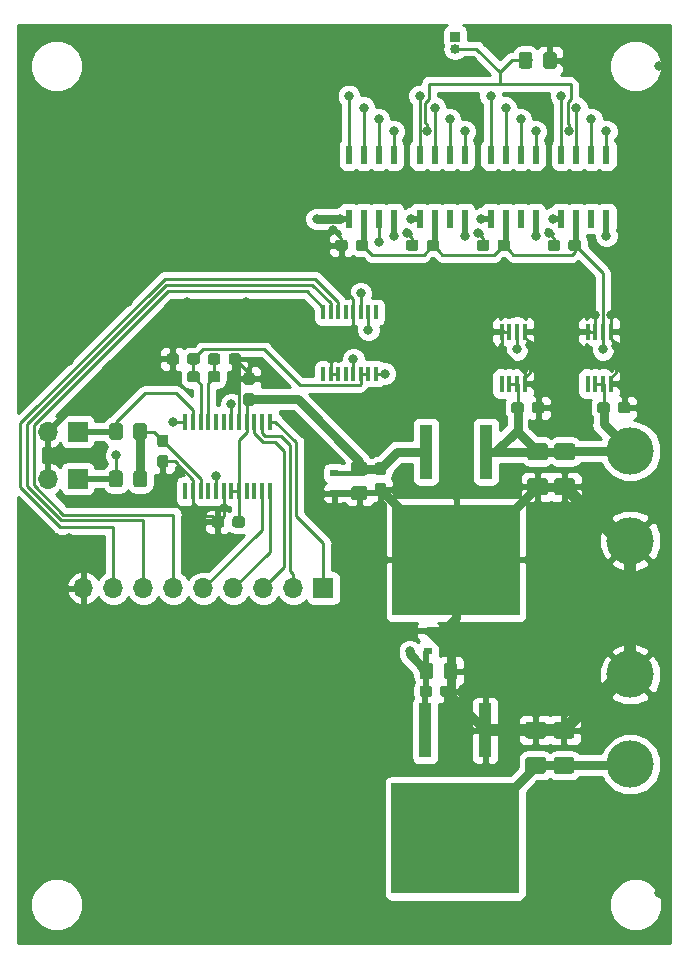
<source format=gbr>
G04 #@! TF.GenerationSoftware,KiCad,Pcbnew,5.0.2-bee76a0~70~ubuntu18.04.1*
G04 #@! TF.CreationDate,2019-10-10T22:37:19-05:00*
G04 #@! TF.ProjectId,nvmeter,6e766d65-7465-4722-9e6b-696361645f70,rev?*
G04 #@! TF.SameCoordinates,Original*
G04 #@! TF.FileFunction,Copper,L1,Top*
G04 #@! TF.FilePolarity,Positive*
%FSLAX46Y46*%
G04 Gerber Fmt 4.6, Leading zero omitted, Abs format (unit mm)*
G04 Created by KiCad (PCBNEW 5.0.2-bee76a0~70~ubuntu18.04.1) date Thu 10 Oct 2019 10:37:19 PM CDT*
%MOMM*%
%LPD*%
G01*
G04 APERTURE LIST*
G04 #@! TA.AperFunction,ComponentPad*
%ADD10R,0.850000X0.850000*%
G04 #@! TD*
G04 #@! TA.AperFunction,ComponentPad*
%ADD11O,0.850000X0.850000*%
G04 #@! TD*
G04 #@! TA.AperFunction,ComponentPad*
%ADD12O,1.700000X1.700000*%
G04 #@! TD*
G04 #@! TA.AperFunction,ComponentPad*
%ADD13R,1.700000X1.700000*%
G04 #@! TD*
G04 #@! TA.AperFunction,Conductor*
%ADD14C,0.100000*%
G04 #@! TD*
G04 #@! TA.AperFunction,SMDPad,CuDef*
%ADD15C,0.950000*%
G04 #@! TD*
G04 #@! TA.AperFunction,SMDPad,CuDef*
%ADD16C,1.150000*%
G04 #@! TD*
G04 #@! TA.AperFunction,SMDPad,CuDef*
%ADD17C,1.425000*%
G04 #@! TD*
G04 #@! TA.AperFunction,SMDPad,CuDef*
%ADD18R,0.450000X1.450000*%
G04 #@! TD*
G04 #@! TA.AperFunction,SMDPad,CuDef*
%ADD19R,0.600000X1.550000*%
G04 #@! TD*
G04 #@! TA.AperFunction,SMDPad,CuDef*
%ADD20R,0.400000X1.200000*%
G04 #@! TD*
G04 #@! TA.AperFunction,SMDPad,CuDef*
%ADD21R,10.800000X9.400000*%
G04 #@! TD*
G04 #@! TA.AperFunction,SMDPad,CuDef*
%ADD22R,1.100000X4.600000*%
G04 #@! TD*
G04 #@! TA.AperFunction,SMDPad,CuDef*
%ADD23R,0.800000X0.600000*%
G04 #@! TD*
G04 #@! TA.AperFunction,ComponentPad*
%ADD24C,4.000000*%
G04 #@! TD*
G04 #@! TA.AperFunction,SMDPad,CuDef*
%ADD25R,0.449580X1.447800*%
G04 #@! TD*
G04 #@! TA.AperFunction,ViaPad*
%ADD26C,0.800000*%
G04 #@! TD*
G04 #@! TA.AperFunction,Conductor*
%ADD27C,0.250000*%
G04 #@! TD*
G04 #@! TA.AperFunction,Conductor*
%ADD28C,0.500000*%
G04 #@! TD*
G04 #@! TA.AperFunction,Conductor*
%ADD29C,0.750000*%
G04 #@! TD*
G04 #@! TA.AperFunction,Conductor*
%ADD30C,1.000000*%
G04 #@! TD*
G04 #@! TA.AperFunction,Conductor*
%ADD31C,0.450000*%
G04 #@! TD*
G04 #@! TA.AperFunction,Conductor*
%ADD32C,0.254000*%
G04 #@! TD*
G04 APERTURE END LIST*
D10*
G04 #@! TO.P,TC1,1*
G04 #@! TO.N,Net-(IC3-Pad4)*
X55342310Y-20668271D03*
D11*
G04 #@! TO.P,TC1,2*
G04 #@! TO.N,Net-(IC3-Pad1)*
X55342310Y-21668271D03*
G04 #@! TD*
D12*
G04 #@! TO.P,TH2,2*
G04 #@! TO.N,gnd*
X20859191Y-54095059D03*
D13*
G04 #@! TO.P,TH2,1*
G04 #@! TO.N,temp2*
X23399191Y-54095059D03*
G04 #@! TD*
G04 #@! TO.P,TH1,1*
G04 #@! TO.N,temp1*
X23399191Y-58095059D03*
D12*
G04 #@! TO.P,TH1,2*
G04 #@! TO.N,gnd*
X20859191Y-58095059D03*
G04 #@! TD*
D13*
G04 #@! TO.P,J1,1*
G04 #@! TO.N,Net-(IC7-Pad13)*
X44194047Y-67350197D03*
D12*
G04 #@! TO.P,J1,2*
G04 #@! TO.N,Net-(IC7-Pad14)*
X41654047Y-67350197D03*
G04 #@! TO.P,J1,3*
G04 #@! TO.N,Net-(IC7-Pad15)*
X39114047Y-67350197D03*
G04 #@! TO.P,J1,4*
G04 #@! TO.N,Net-(IC7-Pad12)*
X36574047Y-67350197D03*
G04 #@! TO.P,J1,5*
G04 #@! TO.N,Net-(IC7-Pad11)*
X34034047Y-67350197D03*
G04 #@! TO.P,J1,6*
G04 #@! TO.N,g_clk*
X31494047Y-67350197D03*
G04 #@! TO.P,J1,7*
G04 #@! TO.N,g_din*
X28954047Y-67350197D03*
G04 #@! TO.P,J1,8*
G04 #@! TO.N,g_cs*
X26414047Y-67350197D03*
G04 #@! TO.P,J1,9*
G04 #@! TO.N,gnd*
X23874047Y-67350197D03*
G04 #@! TD*
D14*
G04 #@! TO.N,gnd*
G04 #@! TO.C,C2*
G36*
X69968898Y-51610930D02*
X69991953Y-51614349D01*
X70014562Y-51620013D01*
X70036506Y-51627865D01*
X70057576Y-51637830D01*
X70077567Y-51649812D01*
X70096287Y-51663696D01*
X70113557Y-51679348D01*
X70129209Y-51696618D01*
X70143093Y-51715338D01*
X70155075Y-51735329D01*
X70165040Y-51756399D01*
X70172892Y-51778343D01*
X70178556Y-51800952D01*
X70181975Y-51824007D01*
X70183119Y-51847286D01*
X70183119Y-52322286D01*
X70181975Y-52345565D01*
X70178556Y-52368620D01*
X70172892Y-52391229D01*
X70165040Y-52413173D01*
X70155075Y-52434243D01*
X70143093Y-52454234D01*
X70129209Y-52472954D01*
X70113557Y-52490224D01*
X70096287Y-52505876D01*
X70077567Y-52519760D01*
X70057576Y-52531742D01*
X70036506Y-52541707D01*
X70014562Y-52549559D01*
X69991953Y-52555223D01*
X69968898Y-52558642D01*
X69945619Y-52559786D01*
X69370619Y-52559786D01*
X69347340Y-52558642D01*
X69324285Y-52555223D01*
X69301676Y-52549559D01*
X69279732Y-52541707D01*
X69258662Y-52531742D01*
X69238671Y-52519760D01*
X69219951Y-52505876D01*
X69202681Y-52490224D01*
X69187029Y-52472954D01*
X69173145Y-52454234D01*
X69161163Y-52434243D01*
X69151198Y-52413173D01*
X69143346Y-52391229D01*
X69137682Y-52368620D01*
X69134263Y-52345565D01*
X69133119Y-52322286D01*
X69133119Y-51847286D01*
X69134263Y-51824007D01*
X69137682Y-51800952D01*
X69143346Y-51778343D01*
X69151198Y-51756399D01*
X69161163Y-51735329D01*
X69173145Y-51715338D01*
X69187029Y-51696618D01*
X69202681Y-51679348D01*
X69219951Y-51663696D01*
X69238671Y-51649812D01*
X69258662Y-51637830D01*
X69279732Y-51627865D01*
X69301676Y-51620013D01*
X69324285Y-51614349D01*
X69347340Y-51610930D01*
X69370619Y-51609786D01*
X69945619Y-51609786D01*
X69968898Y-51610930D01*
X69968898Y-51610930D01*
G37*
D15*
G04 #@! TD*
G04 #@! TO.P,C2,2*
G04 #@! TO.N,gnd*
X69658119Y-52084786D03*
D14*
G04 #@! TO.N,9v*
G04 #@! TO.C,C2*
G36*
X68218898Y-51610930D02*
X68241953Y-51614349D01*
X68264562Y-51620013D01*
X68286506Y-51627865D01*
X68307576Y-51637830D01*
X68327567Y-51649812D01*
X68346287Y-51663696D01*
X68363557Y-51679348D01*
X68379209Y-51696618D01*
X68393093Y-51715338D01*
X68405075Y-51735329D01*
X68415040Y-51756399D01*
X68422892Y-51778343D01*
X68428556Y-51800952D01*
X68431975Y-51824007D01*
X68433119Y-51847286D01*
X68433119Y-52322286D01*
X68431975Y-52345565D01*
X68428556Y-52368620D01*
X68422892Y-52391229D01*
X68415040Y-52413173D01*
X68405075Y-52434243D01*
X68393093Y-52454234D01*
X68379209Y-52472954D01*
X68363557Y-52490224D01*
X68346287Y-52505876D01*
X68327567Y-52519760D01*
X68307576Y-52531742D01*
X68286506Y-52541707D01*
X68264562Y-52549559D01*
X68241953Y-52555223D01*
X68218898Y-52558642D01*
X68195619Y-52559786D01*
X67620619Y-52559786D01*
X67597340Y-52558642D01*
X67574285Y-52555223D01*
X67551676Y-52549559D01*
X67529732Y-52541707D01*
X67508662Y-52531742D01*
X67488671Y-52519760D01*
X67469951Y-52505876D01*
X67452681Y-52490224D01*
X67437029Y-52472954D01*
X67423145Y-52454234D01*
X67411163Y-52434243D01*
X67401198Y-52413173D01*
X67393346Y-52391229D01*
X67387682Y-52368620D01*
X67384263Y-52345565D01*
X67383119Y-52322286D01*
X67383119Y-51847286D01*
X67384263Y-51824007D01*
X67387682Y-51800952D01*
X67393346Y-51778343D01*
X67401198Y-51756399D01*
X67411163Y-51735329D01*
X67423145Y-51715338D01*
X67437029Y-51696618D01*
X67452681Y-51679348D01*
X67469951Y-51663696D01*
X67488671Y-51649812D01*
X67508662Y-51637830D01*
X67529732Y-51627865D01*
X67551676Y-51620013D01*
X67574285Y-51614349D01*
X67597340Y-51610930D01*
X67620619Y-51609786D01*
X68195619Y-51609786D01*
X68218898Y-51610930D01*
X68218898Y-51610930D01*
G37*
D15*
G04 #@! TD*
G04 #@! TO.P,C2,1*
G04 #@! TO.N,9v*
X67908119Y-52084786D03*
D14*
G04 #@! TO.N,gnd*
G04 #@! TO.C,C5*
G36*
X64028089Y-37844415D02*
X64051144Y-37847834D01*
X64073753Y-37853498D01*
X64095697Y-37861350D01*
X64116767Y-37871315D01*
X64136758Y-37883297D01*
X64155478Y-37897181D01*
X64172748Y-37912833D01*
X64188400Y-37930103D01*
X64202284Y-37948823D01*
X64214266Y-37968814D01*
X64224231Y-37989884D01*
X64232083Y-38011828D01*
X64237747Y-38034437D01*
X64241166Y-38057492D01*
X64242310Y-38080771D01*
X64242310Y-38555771D01*
X64241166Y-38579050D01*
X64237747Y-38602105D01*
X64232083Y-38624714D01*
X64224231Y-38646658D01*
X64214266Y-38667728D01*
X64202284Y-38687719D01*
X64188400Y-38706439D01*
X64172748Y-38723709D01*
X64155478Y-38739361D01*
X64136758Y-38753245D01*
X64116767Y-38765227D01*
X64095697Y-38775192D01*
X64073753Y-38783044D01*
X64051144Y-38788708D01*
X64028089Y-38792127D01*
X64004810Y-38793271D01*
X63429810Y-38793271D01*
X63406531Y-38792127D01*
X63383476Y-38788708D01*
X63360867Y-38783044D01*
X63338923Y-38775192D01*
X63317853Y-38765227D01*
X63297862Y-38753245D01*
X63279142Y-38739361D01*
X63261872Y-38723709D01*
X63246220Y-38706439D01*
X63232336Y-38687719D01*
X63220354Y-38667728D01*
X63210389Y-38646658D01*
X63202537Y-38624714D01*
X63196873Y-38602105D01*
X63193454Y-38579050D01*
X63192310Y-38555771D01*
X63192310Y-38080771D01*
X63193454Y-38057492D01*
X63196873Y-38034437D01*
X63202537Y-38011828D01*
X63210389Y-37989884D01*
X63220354Y-37968814D01*
X63232336Y-37948823D01*
X63246220Y-37930103D01*
X63261872Y-37912833D01*
X63279142Y-37897181D01*
X63297862Y-37883297D01*
X63317853Y-37871315D01*
X63338923Y-37861350D01*
X63360867Y-37853498D01*
X63383476Y-37847834D01*
X63406531Y-37844415D01*
X63429810Y-37843271D01*
X64004810Y-37843271D01*
X64028089Y-37844415D01*
X64028089Y-37844415D01*
G37*
D15*
G04 #@! TD*
G04 #@! TO.P,C5,2*
G04 #@! TO.N,gnd*
X63717310Y-38318271D03*
D14*
G04 #@! TO.N,1.25v*
G04 #@! TO.C,C5*
G36*
X65778089Y-37844415D02*
X65801144Y-37847834D01*
X65823753Y-37853498D01*
X65845697Y-37861350D01*
X65866767Y-37871315D01*
X65886758Y-37883297D01*
X65905478Y-37897181D01*
X65922748Y-37912833D01*
X65938400Y-37930103D01*
X65952284Y-37948823D01*
X65964266Y-37968814D01*
X65974231Y-37989884D01*
X65982083Y-38011828D01*
X65987747Y-38034437D01*
X65991166Y-38057492D01*
X65992310Y-38080771D01*
X65992310Y-38555771D01*
X65991166Y-38579050D01*
X65987747Y-38602105D01*
X65982083Y-38624714D01*
X65974231Y-38646658D01*
X65964266Y-38667728D01*
X65952284Y-38687719D01*
X65938400Y-38706439D01*
X65922748Y-38723709D01*
X65905478Y-38739361D01*
X65886758Y-38753245D01*
X65866767Y-38765227D01*
X65845697Y-38775192D01*
X65823753Y-38783044D01*
X65801144Y-38788708D01*
X65778089Y-38792127D01*
X65754810Y-38793271D01*
X65179810Y-38793271D01*
X65156531Y-38792127D01*
X65133476Y-38788708D01*
X65110867Y-38783044D01*
X65088923Y-38775192D01*
X65067853Y-38765227D01*
X65047862Y-38753245D01*
X65029142Y-38739361D01*
X65011872Y-38723709D01*
X64996220Y-38706439D01*
X64982336Y-38687719D01*
X64970354Y-38667728D01*
X64960389Y-38646658D01*
X64952537Y-38624714D01*
X64946873Y-38602105D01*
X64943454Y-38579050D01*
X64942310Y-38555771D01*
X64942310Y-38080771D01*
X64943454Y-38057492D01*
X64946873Y-38034437D01*
X64952537Y-38011828D01*
X64960389Y-37989884D01*
X64970354Y-37968814D01*
X64982336Y-37948823D01*
X64996220Y-37930103D01*
X65011872Y-37912833D01*
X65029142Y-37897181D01*
X65047862Y-37883297D01*
X65067853Y-37871315D01*
X65088923Y-37861350D01*
X65110867Y-37853498D01*
X65133476Y-37847834D01*
X65156531Y-37844415D01*
X65179810Y-37843271D01*
X65754810Y-37843271D01*
X65778089Y-37844415D01*
X65778089Y-37844415D01*
G37*
D15*
G04 #@! TD*
G04 #@! TO.P,C5,1*
G04 #@! TO.N,1.25v*
X65467310Y-38318271D03*
D14*
G04 #@! TO.N,gnd*
G04 #@! TO.C,C6*
G36*
X58028089Y-37844415D02*
X58051144Y-37847834D01*
X58073753Y-37853498D01*
X58095697Y-37861350D01*
X58116767Y-37871315D01*
X58136758Y-37883297D01*
X58155478Y-37897181D01*
X58172748Y-37912833D01*
X58188400Y-37930103D01*
X58202284Y-37948823D01*
X58214266Y-37968814D01*
X58224231Y-37989884D01*
X58232083Y-38011828D01*
X58237747Y-38034437D01*
X58241166Y-38057492D01*
X58242310Y-38080771D01*
X58242310Y-38555771D01*
X58241166Y-38579050D01*
X58237747Y-38602105D01*
X58232083Y-38624714D01*
X58224231Y-38646658D01*
X58214266Y-38667728D01*
X58202284Y-38687719D01*
X58188400Y-38706439D01*
X58172748Y-38723709D01*
X58155478Y-38739361D01*
X58136758Y-38753245D01*
X58116767Y-38765227D01*
X58095697Y-38775192D01*
X58073753Y-38783044D01*
X58051144Y-38788708D01*
X58028089Y-38792127D01*
X58004810Y-38793271D01*
X57429810Y-38793271D01*
X57406531Y-38792127D01*
X57383476Y-38788708D01*
X57360867Y-38783044D01*
X57338923Y-38775192D01*
X57317853Y-38765227D01*
X57297862Y-38753245D01*
X57279142Y-38739361D01*
X57261872Y-38723709D01*
X57246220Y-38706439D01*
X57232336Y-38687719D01*
X57220354Y-38667728D01*
X57210389Y-38646658D01*
X57202537Y-38624714D01*
X57196873Y-38602105D01*
X57193454Y-38579050D01*
X57192310Y-38555771D01*
X57192310Y-38080771D01*
X57193454Y-38057492D01*
X57196873Y-38034437D01*
X57202537Y-38011828D01*
X57210389Y-37989884D01*
X57220354Y-37968814D01*
X57232336Y-37948823D01*
X57246220Y-37930103D01*
X57261872Y-37912833D01*
X57279142Y-37897181D01*
X57297862Y-37883297D01*
X57317853Y-37871315D01*
X57338923Y-37861350D01*
X57360867Y-37853498D01*
X57383476Y-37847834D01*
X57406531Y-37844415D01*
X57429810Y-37843271D01*
X58004810Y-37843271D01*
X58028089Y-37844415D01*
X58028089Y-37844415D01*
G37*
D15*
G04 #@! TD*
G04 #@! TO.P,C6,2*
G04 #@! TO.N,gnd*
X57717310Y-38318271D03*
D14*
G04 #@! TO.N,1.25v*
G04 #@! TO.C,C6*
G36*
X59778089Y-37844415D02*
X59801144Y-37847834D01*
X59823753Y-37853498D01*
X59845697Y-37861350D01*
X59866767Y-37871315D01*
X59886758Y-37883297D01*
X59905478Y-37897181D01*
X59922748Y-37912833D01*
X59938400Y-37930103D01*
X59952284Y-37948823D01*
X59964266Y-37968814D01*
X59974231Y-37989884D01*
X59982083Y-38011828D01*
X59987747Y-38034437D01*
X59991166Y-38057492D01*
X59992310Y-38080771D01*
X59992310Y-38555771D01*
X59991166Y-38579050D01*
X59987747Y-38602105D01*
X59982083Y-38624714D01*
X59974231Y-38646658D01*
X59964266Y-38667728D01*
X59952284Y-38687719D01*
X59938400Y-38706439D01*
X59922748Y-38723709D01*
X59905478Y-38739361D01*
X59886758Y-38753245D01*
X59866767Y-38765227D01*
X59845697Y-38775192D01*
X59823753Y-38783044D01*
X59801144Y-38788708D01*
X59778089Y-38792127D01*
X59754810Y-38793271D01*
X59179810Y-38793271D01*
X59156531Y-38792127D01*
X59133476Y-38788708D01*
X59110867Y-38783044D01*
X59088923Y-38775192D01*
X59067853Y-38765227D01*
X59047862Y-38753245D01*
X59029142Y-38739361D01*
X59011872Y-38723709D01*
X58996220Y-38706439D01*
X58982336Y-38687719D01*
X58970354Y-38667728D01*
X58960389Y-38646658D01*
X58952537Y-38624714D01*
X58946873Y-38602105D01*
X58943454Y-38579050D01*
X58942310Y-38555771D01*
X58942310Y-38080771D01*
X58943454Y-38057492D01*
X58946873Y-38034437D01*
X58952537Y-38011828D01*
X58960389Y-37989884D01*
X58970354Y-37968814D01*
X58982336Y-37948823D01*
X58996220Y-37930103D01*
X59011872Y-37912833D01*
X59029142Y-37897181D01*
X59047862Y-37883297D01*
X59067853Y-37871315D01*
X59088923Y-37861350D01*
X59110867Y-37853498D01*
X59133476Y-37847834D01*
X59156531Y-37844415D01*
X59179810Y-37843271D01*
X59754810Y-37843271D01*
X59778089Y-37844415D01*
X59778089Y-37844415D01*
G37*
D15*
G04 #@! TD*
G04 #@! TO.P,C6,1*
G04 #@! TO.N,1.25v*
X59467310Y-38318271D03*
D14*
G04 #@! TO.N,gnd*
G04 #@! TO.C,C53*
G36*
X37003126Y-47477401D02*
X37026181Y-47480820D01*
X37048790Y-47486484D01*
X37070734Y-47494336D01*
X37091804Y-47504301D01*
X37111795Y-47516283D01*
X37130515Y-47530167D01*
X37147785Y-47545819D01*
X37163437Y-47563089D01*
X37177321Y-47581809D01*
X37189303Y-47601800D01*
X37199268Y-47622870D01*
X37207120Y-47644814D01*
X37212784Y-47667423D01*
X37216203Y-47690478D01*
X37217347Y-47713757D01*
X37217347Y-48188757D01*
X37216203Y-48212036D01*
X37212784Y-48235091D01*
X37207120Y-48257700D01*
X37199268Y-48279644D01*
X37189303Y-48300714D01*
X37177321Y-48320705D01*
X37163437Y-48339425D01*
X37147785Y-48356695D01*
X37130515Y-48372347D01*
X37111795Y-48386231D01*
X37091804Y-48398213D01*
X37070734Y-48408178D01*
X37048790Y-48416030D01*
X37026181Y-48421694D01*
X37003126Y-48425113D01*
X36979847Y-48426257D01*
X36404847Y-48426257D01*
X36381568Y-48425113D01*
X36358513Y-48421694D01*
X36335904Y-48416030D01*
X36313960Y-48408178D01*
X36292890Y-48398213D01*
X36272899Y-48386231D01*
X36254179Y-48372347D01*
X36236909Y-48356695D01*
X36221257Y-48339425D01*
X36207373Y-48320705D01*
X36195391Y-48300714D01*
X36185426Y-48279644D01*
X36177574Y-48257700D01*
X36171910Y-48235091D01*
X36168491Y-48212036D01*
X36167347Y-48188757D01*
X36167347Y-47713757D01*
X36168491Y-47690478D01*
X36171910Y-47667423D01*
X36177574Y-47644814D01*
X36185426Y-47622870D01*
X36195391Y-47601800D01*
X36207373Y-47581809D01*
X36221257Y-47563089D01*
X36236909Y-47545819D01*
X36254179Y-47530167D01*
X36272899Y-47516283D01*
X36292890Y-47504301D01*
X36313960Y-47494336D01*
X36335904Y-47486484D01*
X36358513Y-47480820D01*
X36381568Y-47477401D01*
X36404847Y-47476257D01*
X36979847Y-47476257D01*
X37003126Y-47477401D01*
X37003126Y-47477401D01*
G37*
D15*
G04 #@! TD*
G04 #@! TO.P,C53,2*
G04 #@! TO.N,gnd*
X36692347Y-47951257D03*
D14*
G04 #@! TO.N,1.25v*
G04 #@! TO.C,C53*
G36*
X35253126Y-47477401D02*
X35276181Y-47480820D01*
X35298790Y-47486484D01*
X35320734Y-47494336D01*
X35341804Y-47504301D01*
X35361795Y-47516283D01*
X35380515Y-47530167D01*
X35397785Y-47545819D01*
X35413437Y-47563089D01*
X35427321Y-47581809D01*
X35439303Y-47601800D01*
X35449268Y-47622870D01*
X35457120Y-47644814D01*
X35462784Y-47667423D01*
X35466203Y-47690478D01*
X35467347Y-47713757D01*
X35467347Y-48188757D01*
X35466203Y-48212036D01*
X35462784Y-48235091D01*
X35457120Y-48257700D01*
X35449268Y-48279644D01*
X35439303Y-48300714D01*
X35427321Y-48320705D01*
X35413437Y-48339425D01*
X35397785Y-48356695D01*
X35380515Y-48372347D01*
X35361795Y-48386231D01*
X35341804Y-48398213D01*
X35320734Y-48408178D01*
X35298790Y-48416030D01*
X35276181Y-48421694D01*
X35253126Y-48425113D01*
X35229847Y-48426257D01*
X34654847Y-48426257D01*
X34631568Y-48425113D01*
X34608513Y-48421694D01*
X34585904Y-48416030D01*
X34563960Y-48408178D01*
X34542890Y-48398213D01*
X34522899Y-48386231D01*
X34504179Y-48372347D01*
X34486909Y-48356695D01*
X34471257Y-48339425D01*
X34457373Y-48320705D01*
X34445391Y-48300714D01*
X34435426Y-48279644D01*
X34427574Y-48257700D01*
X34421910Y-48235091D01*
X34418491Y-48212036D01*
X34417347Y-48188757D01*
X34417347Y-47713757D01*
X34418491Y-47690478D01*
X34421910Y-47667423D01*
X34427574Y-47644814D01*
X34435426Y-47622870D01*
X34445391Y-47601800D01*
X34457373Y-47581809D01*
X34471257Y-47563089D01*
X34486909Y-47545819D01*
X34504179Y-47530167D01*
X34522899Y-47516283D01*
X34542890Y-47504301D01*
X34563960Y-47494336D01*
X34585904Y-47486484D01*
X34608513Y-47480820D01*
X34631568Y-47477401D01*
X34654847Y-47476257D01*
X35229847Y-47476257D01*
X35253126Y-47477401D01*
X35253126Y-47477401D01*
G37*
D15*
G04 #@! TD*
G04 #@! TO.P,C53,1*
G04 #@! TO.N,1.25v*
X34942347Y-47951257D03*
D14*
G04 #@! TO.N,gnd*
G04 #@! TO.C,C1*
G36*
X62689321Y-51612038D02*
X62712376Y-51615457D01*
X62734985Y-51621121D01*
X62756929Y-51628973D01*
X62777999Y-51638938D01*
X62797990Y-51650920D01*
X62816710Y-51664804D01*
X62833980Y-51680456D01*
X62849632Y-51697726D01*
X62863516Y-51716446D01*
X62875498Y-51736437D01*
X62885463Y-51757507D01*
X62893315Y-51779451D01*
X62898979Y-51802060D01*
X62902398Y-51825115D01*
X62903542Y-51848394D01*
X62903542Y-52323394D01*
X62902398Y-52346673D01*
X62898979Y-52369728D01*
X62893315Y-52392337D01*
X62885463Y-52414281D01*
X62875498Y-52435351D01*
X62863516Y-52455342D01*
X62849632Y-52474062D01*
X62833980Y-52491332D01*
X62816710Y-52506984D01*
X62797990Y-52520868D01*
X62777999Y-52532850D01*
X62756929Y-52542815D01*
X62734985Y-52550667D01*
X62712376Y-52556331D01*
X62689321Y-52559750D01*
X62666042Y-52560894D01*
X62091042Y-52560894D01*
X62067763Y-52559750D01*
X62044708Y-52556331D01*
X62022099Y-52550667D01*
X62000155Y-52542815D01*
X61979085Y-52532850D01*
X61959094Y-52520868D01*
X61940374Y-52506984D01*
X61923104Y-52491332D01*
X61907452Y-52474062D01*
X61893568Y-52455342D01*
X61881586Y-52435351D01*
X61871621Y-52414281D01*
X61863769Y-52392337D01*
X61858105Y-52369728D01*
X61854686Y-52346673D01*
X61853542Y-52323394D01*
X61853542Y-51848394D01*
X61854686Y-51825115D01*
X61858105Y-51802060D01*
X61863769Y-51779451D01*
X61871621Y-51757507D01*
X61881586Y-51736437D01*
X61893568Y-51716446D01*
X61907452Y-51697726D01*
X61923104Y-51680456D01*
X61940374Y-51664804D01*
X61959094Y-51650920D01*
X61979085Y-51638938D01*
X62000155Y-51628973D01*
X62022099Y-51621121D01*
X62044708Y-51615457D01*
X62067763Y-51612038D01*
X62091042Y-51610894D01*
X62666042Y-51610894D01*
X62689321Y-51612038D01*
X62689321Y-51612038D01*
G37*
D15*
G04 #@! TD*
G04 #@! TO.P,C1,2*
G04 #@! TO.N,gnd*
X62378542Y-52085894D03*
D14*
G04 #@! TO.N,9v*
G04 #@! TO.C,C1*
G36*
X60939321Y-51612038D02*
X60962376Y-51615457D01*
X60984985Y-51621121D01*
X61006929Y-51628973D01*
X61027999Y-51638938D01*
X61047990Y-51650920D01*
X61066710Y-51664804D01*
X61083980Y-51680456D01*
X61099632Y-51697726D01*
X61113516Y-51716446D01*
X61125498Y-51736437D01*
X61135463Y-51757507D01*
X61143315Y-51779451D01*
X61148979Y-51802060D01*
X61152398Y-51825115D01*
X61153542Y-51848394D01*
X61153542Y-52323394D01*
X61152398Y-52346673D01*
X61148979Y-52369728D01*
X61143315Y-52392337D01*
X61135463Y-52414281D01*
X61125498Y-52435351D01*
X61113516Y-52455342D01*
X61099632Y-52474062D01*
X61083980Y-52491332D01*
X61066710Y-52506984D01*
X61047990Y-52520868D01*
X61027999Y-52532850D01*
X61006929Y-52542815D01*
X60984985Y-52550667D01*
X60962376Y-52556331D01*
X60939321Y-52559750D01*
X60916042Y-52560894D01*
X60341042Y-52560894D01*
X60317763Y-52559750D01*
X60294708Y-52556331D01*
X60272099Y-52550667D01*
X60250155Y-52542815D01*
X60229085Y-52532850D01*
X60209094Y-52520868D01*
X60190374Y-52506984D01*
X60173104Y-52491332D01*
X60157452Y-52474062D01*
X60143568Y-52455342D01*
X60131586Y-52435351D01*
X60121621Y-52414281D01*
X60113769Y-52392337D01*
X60108105Y-52369728D01*
X60104686Y-52346673D01*
X60103542Y-52323394D01*
X60103542Y-51848394D01*
X60104686Y-51825115D01*
X60108105Y-51802060D01*
X60113769Y-51779451D01*
X60121621Y-51757507D01*
X60131586Y-51736437D01*
X60143568Y-51716446D01*
X60157452Y-51697726D01*
X60173104Y-51680456D01*
X60190374Y-51664804D01*
X60209094Y-51650920D01*
X60229085Y-51638938D01*
X60250155Y-51628973D01*
X60272099Y-51621121D01*
X60294708Y-51615457D01*
X60317763Y-51612038D01*
X60341042Y-51610894D01*
X60916042Y-51610894D01*
X60939321Y-51612038D01*
X60939321Y-51612038D01*
G37*
D15*
G04 #@! TD*
G04 #@! TO.P,C1,1*
G04 #@! TO.N,9v*
X60628542Y-52085894D03*
D14*
G04 #@! TO.N,adc_in*
G04 #@! TO.C,C51*
G36*
X33503126Y-47477401D02*
X33526181Y-47480820D01*
X33548790Y-47486484D01*
X33570734Y-47494336D01*
X33591804Y-47504301D01*
X33611795Y-47516283D01*
X33630515Y-47530167D01*
X33647785Y-47545819D01*
X33663437Y-47563089D01*
X33677321Y-47581809D01*
X33689303Y-47601800D01*
X33699268Y-47622870D01*
X33707120Y-47644814D01*
X33712784Y-47667423D01*
X33716203Y-47690478D01*
X33717347Y-47713757D01*
X33717347Y-48188757D01*
X33716203Y-48212036D01*
X33712784Y-48235091D01*
X33707120Y-48257700D01*
X33699268Y-48279644D01*
X33689303Y-48300714D01*
X33677321Y-48320705D01*
X33663437Y-48339425D01*
X33647785Y-48356695D01*
X33630515Y-48372347D01*
X33611795Y-48386231D01*
X33591804Y-48398213D01*
X33570734Y-48408178D01*
X33548790Y-48416030D01*
X33526181Y-48421694D01*
X33503126Y-48425113D01*
X33479847Y-48426257D01*
X32904847Y-48426257D01*
X32881568Y-48425113D01*
X32858513Y-48421694D01*
X32835904Y-48416030D01*
X32813960Y-48408178D01*
X32792890Y-48398213D01*
X32772899Y-48386231D01*
X32754179Y-48372347D01*
X32736909Y-48356695D01*
X32721257Y-48339425D01*
X32707373Y-48320705D01*
X32695391Y-48300714D01*
X32685426Y-48279644D01*
X32677574Y-48257700D01*
X32671910Y-48235091D01*
X32668491Y-48212036D01*
X32667347Y-48188757D01*
X32667347Y-47713757D01*
X32668491Y-47690478D01*
X32671910Y-47667423D01*
X32677574Y-47644814D01*
X32685426Y-47622870D01*
X32695391Y-47601800D01*
X32707373Y-47581809D01*
X32721257Y-47563089D01*
X32736909Y-47545819D01*
X32754179Y-47530167D01*
X32772899Y-47516283D01*
X32792890Y-47504301D01*
X32813960Y-47494336D01*
X32835904Y-47486484D01*
X32858513Y-47480820D01*
X32881568Y-47477401D01*
X32904847Y-47476257D01*
X33479847Y-47476257D01*
X33503126Y-47477401D01*
X33503126Y-47477401D01*
G37*
D15*
G04 #@! TD*
G04 #@! TO.P,C51,2*
G04 #@! TO.N,adc_in*
X33192347Y-47951257D03*
D14*
G04 #@! TO.N,gnd*
G04 #@! TO.C,C51*
G36*
X31753126Y-47477401D02*
X31776181Y-47480820D01*
X31798790Y-47486484D01*
X31820734Y-47494336D01*
X31841804Y-47504301D01*
X31861795Y-47516283D01*
X31880515Y-47530167D01*
X31897785Y-47545819D01*
X31913437Y-47563089D01*
X31927321Y-47581809D01*
X31939303Y-47601800D01*
X31949268Y-47622870D01*
X31957120Y-47644814D01*
X31962784Y-47667423D01*
X31966203Y-47690478D01*
X31967347Y-47713757D01*
X31967347Y-48188757D01*
X31966203Y-48212036D01*
X31962784Y-48235091D01*
X31957120Y-48257700D01*
X31949268Y-48279644D01*
X31939303Y-48300714D01*
X31927321Y-48320705D01*
X31913437Y-48339425D01*
X31897785Y-48356695D01*
X31880515Y-48372347D01*
X31861795Y-48386231D01*
X31841804Y-48398213D01*
X31820734Y-48408178D01*
X31798790Y-48416030D01*
X31776181Y-48421694D01*
X31753126Y-48425113D01*
X31729847Y-48426257D01*
X31154847Y-48426257D01*
X31131568Y-48425113D01*
X31108513Y-48421694D01*
X31085904Y-48416030D01*
X31063960Y-48408178D01*
X31042890Y-48398213D01*
X31022899Y-48386231D01*
X31004179Y-48372347D01*
X30986909Y-48356695D01*
X30971257Y-48339425D01*
X30957373Y-48320705D01*
X30945391Y-48300714D01*
X30935426Y-48279644D01*
X30927574Y-48257700D01*
X30921910Y-48235091D01*
X30918491Y-48212036D01*
X30917347Y-48188757D01*
X30917347Y-47713757D01*
X30918491Y-47690478D01*
X30921910Y-47667423D01*
X30927574Y-47644814D01*
X30935426Y-47622870D01*
X30945391Y-47601800D01*
X30957373Y-47581809D01*
X30971257Y-47563089D01*
X30986909Y-47545819D01*
X31004179Y-47530167D01*
X31022899Y-47516283D01*
X31042890Y-47504301D01*
X31063960Y-47494336D01*
X31085904Y-47486484D01*
X31108513Y-47480820D01*
X31131568Y-47477401D01*
X31154847Y-47476257D01*
X31729847Y-47476257D01*
X31753126Y-47477401D01*
X31753126Y-47477401D01*
G37*
D15*
G04 #@! TD*
G04 #@! TO.P,C51,1*
G04 #@! TO.N,gnd*
X31442347Y-47951257D03*
D14*
G04 #@! TO.N,gnd*
G04 #@! TO.C,C48*
G36*
X38150706Y-49103461D02*
X38173761Y-49106880D01*
X38196370Y-49112544D01*
X38218314Y-49120396D01*
X38239384Y-49130361D01*
X38259375Y-49142343D01*
X38278095Y-49156227D01*
X38295365Y-49171879D01*
X38311017Y-49189149D01*
X38324901Y-49207869D01*
X38336883Y-49227860D01*
X38346848Y-49248930D01*
X38354700Y-49270874D01*
X38360364Y-49293483D01*
X38363783Y-49316538D01*
X38364927Y-49339817D01*
X38364927Y-49914817D01*
X38363783Y-49938096D01*
X38360364Y-49961151D01*
X38354700Y-49983760D01*
X38346848Y-50005704D01*
X38336883Y-50026774D01*
X38324901Y-50046765D01*
X38311017Y-50065485D01*
X38295365Y-50082755D01*
X38278095Y-50098407D01*
X38259375Y-50112291D01*
X38239384Y-50124273D01*
X38218314Y-50134238D01*
X38196370Y-50142090D01*
X38173761Y-50147754D01*
X38150706Y-50151173D01*
X38127427Y-50152317D01*
X37652427Y-50152317D01*
X37629148Y-50151173D01*
X37606093Y-50147754D01*
X37583484Y-50142090D01*
X37561540Y-50134238D01*
X37540470Y-50124273D01*
X37520479Y-50112291D01*
X37501759Y-50098407D01*
X37484489Y-50082755D01*
X37468837Y-50065485D01*
X37454953Y-50046765D01*
X37442971Y-50026774D01*
X37433006Y-50005704D01*
X37425154Y-49983760D01*
X37419490Y-49961151D01*
X37416071Y-49938096D01*
X37414927Y-49914817D01*
X37414927Y-49339817D01*
X37416071Y-49316538D01*
X37419490Y-49293483D01*
X37425154Y-49270874D01*
X37433006Y-49248930D01*
X37442971Y-49227860D01*
X37454953Y-49207869D01*
X37468837Y-49189149D01*
X37484489Y-49171879D01*
X37501759Y-49156227D01*
X37520479Y-49142343D01*
X37540470Y-49130361D01*
X37561540Y-49120396D01*
X37583484Y-49112544D01*
X37606093Y-49106880D01*
X37629148Y-49103461D01*
X37652427Y-49102317D01*
X38127427Y-49102317D01*
X38150706Y-49103461D01*
X38150706Y-49103461D01*
G37*
D15*
G04 #@! TD*
G04 #@! TO.P,C48,1*
G04 #@! TO.N,gnd*
X37889927Y-49627317D03*
D14*
G04 #@! TO.N,5v*
G04 #@! TO.C,C48*
G36*
X38150706Y-50853461D02*
X38173761Y-50856880D01*
X38196370Y-50862544D01*
X38218314Y-50870396D01*
X38239384Y-50880361D01*
X38259375Y-50892343D01*
X38278095Y-50906227D01*
X38295365Y-50921879D01*
X38311017Y-50939149D01*
X38324901Y-50957869D01*
X38336883Y-50977860D01*
X38346848Y-50998930D01*
X38354700Y-51020874D01*
X38360364Y-51043483D01*
X38363783Y-51066538D01*
X38364927Y-51089817D01*
X38364927Y-51664817D01*
X38363783Y-51688096D01*
X38360364Y-51711151D01*
X38354700Y-51733760D01*
X38346848Y-51755704D01*
X38336883Y-51776774D01*
X38324901Y-51796765D01*
X38311017Y-51815485D01*
X38295365Y-51832755D01*
X38278095Y-51848407D01*
X38259375Y-51862291D01*
X38239384Y-51874273D01*
X38218314Y-51884238D01*
X38196370Y-51892090D01*
X38173761Y-51897754D01*
X38150706Y-51901173D01*
X38127427Y-51902317D01*
X37652427Y-51902317D01*
X37629148Y-51901173D01*
X37606093Y-51897754D01*
X37583484Y-51892090D01*
X37561540Y-51884238D01*
X37540470Y-51874273D01*
X37520479Y-51862291D01*
X37501759Y-51848407D01*
X37484489Y-51832755D01*
X37468837Y-51815485D01*
X37454953Y-51796765D01*
X37442971Y-51776774D01*
X37433006Y-51755704D01*
X37425154Y-51733760D01*
X37419490Y-51711151D01*
X37416071Y-51688096D01*
X37414927Y-51664817D01*
X37414927Y-51089817D01*
X37416071Y-51066538D01*
X37419490Y-51043483D01*
X37425154Y-51020874D01*
X37433006Y-50998930D01*
X37442971Y-50977860D01*
X37454953Y-50957869D01*
X37468837Y-50939149D01*
X37484489Y-50921879D01*
X37501759Y-50906227D01*
X37520479Y-50892343D01*
X37540470Y-50880361D01*
X37561540Y-50870396D01*
X37583484Y-50862544D01*
X37606093Y-50856880D01*
X37629148Y-50853461D01*
X37652427Y-50852317D01*
X38127427Y-50852317D01*
X38150706Y-50853461D01*
X38150706Y-50853461D01*
G37*
D15*
G04 #@! TD*
G04 #@! TO.P,C48,2*
G04 #@! TO.N,5v*
X37889927Y-51377317D03*
D14*
G04 #@! TO.N,gnd*
G04 #@! TO.C,C46*
G36*
X46028089Y-37844415D02*
X46051144Y-37847834D01*
X46073753Y-37853498D01*
X46095697Y-37861350D01*
X46116767Y-37871315D01*
X46136758Y-37883297D01*
X46155478Y-37897181D01*
X46172748Y-37912833D01*
X46188400Y-37930103D01*
X46202284Y-37948823D01*
X46214266Y-37968814D01*
X46224231Y-37989884D01*
X46232083Y-38011828D01*
X46237747Y-38034437D01*
X46241166Y-38057492D01*
X46242310Y-38080771D01*
X46242310Y-38555771D01*
X46241166Y-38579050D01*
X46237747Y-38602105D01*
X46232083Y-38624714D01*
X46224231Y-38646658D01*
X46214266Y-38667728D01*
X46202284Y-38687719D01*
X46188400Y-38706439D01*
X46172748Y-38723709D01*
X46155478Y-38739361D01*
X46136758Y-38753245D01*
X46116767Y-38765227D01*
X46095697Y-38775192D01*
X46073753Y-38783044D01*
X46051144Y-38788708D01*
X46028089Y-38792127D01*
X46004810Y-38793271D01*
X45429810Y-38793271D01*
X45406531Y-38792127D01*
X45383476Y-38788708D01*
X45360867Y-38783044D01*
X45338923Y-38775192D01*
X45317853Y-38765227D01*
X45297862Y-38753245D01*
X45279142Y-38739361D01*
X45261872Y-38723709D01*
X45246220Y-38706439D01*
X45232336Y-38687719D01*
X45220354Y-38667728D01*
X45210389Y-38646658D01*
X45202537Y-38624714D01*
X45196873Y-38602105D01*
X45193454Y-38579050D01*
X45192310Y-38555771D01*
X45192310Y-38080771D01*
X45193454Y-38057492D01*
X45196873Y-38034437D01*
X45202537Y-38011828D01*
X45210389Y-37989884D01*
X45220354Y-37968814D01*
X45232336Y-37948823D01*
X45246220Y-37930103D01*
X45261872Y-37912833D01*
X45279142Y-37897181D01*
X45297862Y-37883297D01*
X45317853Y-37871315D01*
X45338923Y-37861350D01*
X45360867Y-37853498D01*
X45383476Y-37847834D01*
X45406531Y-37844415D01*
X45429810Y-37843271D01*
X46004810Y-37843271D01*
X46028089Y-37844415D01*
X46028089Y-37844415D01*
G37*
D15*
G04 #@! TD*
G04 #@! TO.P,C46,2*
G04 #@! TO.N,gnd*
X45717310Y-38318271D03*
D14*
G04 #@! TO.N,1.25v*
G04 #@! TO.C,C46*
G36*
X47778089Y-37844415D02*
X47801144Y-37847834D01*
X47823753Y-37853498D01*
X47845697Y-37861350D01*
X47866767Y-37871315D01*
X47886758Y-37883297D01*
X47905478Y-37897181D01*
X47922748Y-37912833D01*
X47938400Y-37930103D01*
X47952284Y-37948823D01*
X47964266Y-37968814D01*
X47974231Y-37989884D01*
X47982083Y-38011828D01*
X47987747Y-38034437D01*
X47991166Y-38057492D01*
X47992310Y-38080771D01*
X47992310Y-38555771D01*
X47991166Y-38579050D01*
X47987747Y-38602105D01*
X47982083Y-38624714D01*
X47974231Y-38646658D01*
X47964266Y-38667728D01*
X47952284Y-38687719D01*
X47938400Y-38706439D01*
X47922748Y-38723709D01*
X47905478Y-38739361D01*
X47886758Y-38753245D01*
X47866767Y-38765227D01*
X47845697Y-38775192D01*
X47823753Y-38783044D01*
X47801144Y-38788708D01*
X47778089Y-38792127D01*
X47754810Y-38793271D01*
X47179810Y-38793271D01*
X47156531Y-38792127D01*
X47133476Y-38788708D01*
X47110867Y-38783044D01*
X47088923Y-38775192D01*
X47067853Y-38765227D01*
X47047862Y-38753245D01*
X47029142Y-38739361D01*
X47011872Y-38723709D01*
X46996220Y-38706439D01*
X46982336Y-38687719D01*
X46970354Y-38667728D01*
X46960389Y-38646658D01*
X46952537Y-38624714D01*
X46946873Y-38602105D01*
X46943454Y-38579050D01*
X46942310Y-38555771D01*
X46942310Y-38080771D01*
X46943454Y-38057492D01*
X46946873Y-38034437D01*
X46952537Y-38011828D01*
X46960389Y-37989884D01*
X46970354Y-37968814D01*
X46982336Y-37948823D01*
X46996220Y-37930103D01*
X47011872Y-37912833D01*
X47029142Y-37897181D01*
X47047862Y-37883297D01*
X47067853Y-37871315D01*
X47088923Y-37861350D01*
X47110867Y-37853498D01*
X47133476Y-37847834D01*
X47156531Y-37844415D01*
X47179810Y-37843271D01*
X47754810Y-37843271D01*
X47778089Y-37844415D01*
X47778089Y-37844415D01*
G37*
D15*
G04 #@! TD*
G04 #@! TO.P,C46,1*
G04 #@! TO.N,1.25v*
X47467310Y-38318271D03*
D14*
G04 #@! TO.N,1.25v*
G04 #@! TO.C,C45*
G36*
X53778089Y-37844415D02*
X53801144Y-37847834D01*
X53823753Y-37853498D01*
X53845697Y-37861350D01*
X53866767Y-37871315D01*
X53886758Y-37883297D01*
X53905478Y-37897181D01*
X53922748Y-37912833D01*
X53938400Y-37930103D01*
X53952284Y-37948823D01*
X53964266Y-37968814D01*
X53974231Y-37989884D01*
X53982083Y-38011828D01*
X53987747Y-38034437D01*
X53991166Y-38057492D01*
X53992310Y-38080771D01*
X53992310Y-38555771D01*
X53991166Y-38579050D01*
X53987747Y-38602105D01*
X53982083Y-38624714D01*
X53974231Y-38646658D01*
X53964266Y-38667728D01*
X53952284Y-38687719D01*
X53938400Y-38706439D01*
X53922748Y-38723709D01*
X53905478Y-38739361D01*
X53886758Y-38753245D01*
X53866767Y-38765227D01*
X53845697Y-38775192D01*
X53823753Y-38783044D01*
X53801144Y-38788708D01*
X53778089Y-38792127D01*
X53754810Y-38793271D01*
X53179810Y-38793271D01*
X53156531Y-38792127D01*
X53133476Y-38788708D01*
X53110867Y-38783044D01*
X53088923Y-38775192D01*
X53067853Y-38765227D01*
X53047862Y-38753245D01*
X53029142Y-38739361D01*
X53011872Y-38723709D01*
X52996220Y-38706439D01*
X52982336Y-38687719D01*
X52970354Y-38667728D01*
X52960389Y-38646658D01*
X52952537Y-38624714D01*
X52946873Y-38602105D01*
X52943454Y-38579050D01*
X52942310Y-38555771D01*
X52942310Y-38080771D01*
X52943454Y-38057492D01*
X52946873Y-38034437D01*
X52952537Y-38011828D01*
X52960389Y-37989884D01*
X52970354Y-37968814D01*
X52982336Y-37948823D01*
X52996220Y-37930103D01*
X53011872Y-37912833D01*
X53029142Y-37897181D01*
X53047862Y-37883297D01*
X53067853Y-37871315D01*
X53088923Y-37861350D01*
X53110867Y-37853498D01*
X53133476Y-37847834D01*
X53156531Y-37844415D01*
X53179810Y-37843271D01*
X53754810Y-37843271D01*
X53778089Y-37844415D01*
X53778089Y-37844415D01*
G37*
D15*
G04 #@! TD*
G04 #@! TO.P,C45,1*
G04 #@! TO.N,1.25v*
X53467310Y-38318271D03*
D14*
G04 #@! TO.N,gnd*
G04 #@! TO.C,C45*
G36*
X52028089Y-37844415D02*
X52051144Y-37847834D01*
X52073753Y-37853498D01*
X52095697Y-37861350D01*
X52116767Y-37871315D01*
X52136758Y-37883297D01*
X52155478Y-37897181D01*
X52172748Y-37912833D01*
X52188400Y-37930103D01*
X52202284Y-37948823D01*
X52214266Y-37968814D01*
X52224231Y-37989884D01*
X52232083Y-38011828D01*
X52237747Y-38034437D01*
X52241166Y-38057492D01*
X52242310Y-38080771D01*
X52242310Y-38555771D01*
X52241166Y-38579050D01*
X52237747Y-38602105D01*
X52232083Y-38624714D01*
X52224231Y-38646658D01*
X52214266Y-38667728D01*
X52202284Y-38687719D01*
X52188400Y-38706439D01*
X52172748Y-38723709D01*
X52155478Y-38739361D01*
X52136758Y-38753245D01*
X52116767Y-38765227D01*
X52095697Y-38775192D01*
X52073753Y-38783044D01*
X52051144Y-38788708D01*
X52028089Y-38792127D01*
X52004810Y-38793271D01*
X51429810Y-38793271D01*
X51406531Y-38792127D01*
X51383476Y-38788708D01*
X51360867Y-38783044D01*
X51338923Y-38775192D01*
X51317853Y-38765227D01*
X51297862Y-38753245D01*
X51279142Y-38739361D01*
X51261872Y-38723709D01*
X51246220Y-38706439D01*
X51232336Y-38687719D01*
X51220354Y-38667728D01*
X51210389Y-38646658D01*
X51202537Y-38624714D01*
X51196873Y-38602105D01*
X51193454Y-38579050D01*
X51192310Y-38555771D01*
X51192310Y-38080771D01*
X51193454Y-38057492D01*
X51196873Y-38034437D01*
X51202537Y-38011828D01*
X51210389Y-37989884D01*
X51220354Y-37968814D01*
X51232336Y-37948823D01*
X51246220Y-37930103D01*
X51261872Y-37912833D01*
X51279142Y-37897181D01*
X51297862Y-37883297D01*
X51317853Y-37871315D01*
X51338923Y-37861350D01*
X51360867Y-37853498D01*
X51383476Y-37847834D01*
X51406531Y-37844415D01*
X51429810Y-37843271D01*
X52004810Y-37843271D01*
X52028089Y-37844415D01*
X52028089Y-37844415D01*
G37*
D15*
G04 #@! TD*
G04 #@! TO.P,C45,2*
G04 #@! TO.N,gnd*
X51717310Y-38318271D03*
D14*
G04 #@! TO.N,gnd*
G04 #@! TO.C,C21*
G36*
X49281392Y-58455650D02*
X49304447Y-58459069D01*
X49327056Y-58464733D01*
X49349000Y-58472585D01*
X49370070Y-58482550D01*
X49390061Y-58494532D01*
X49408781Y-58508416D01*
X49426051Y-58524068D01*
X49441703Y-58541338D01*
X49455587Y-58560058D01*
X49467569Y-58580049D01*
X49477534Y-58601119D01*
X49485386Y-58623063D01*
X49491050Y-58645672D01*
X49494469Y-58668727D01*
X49495613Y-58692006D01*
X49495613Y-59267006D01*
X49494469Y-59290285D01*
X49491050Y-59313340D01*
X49485386Y-59335949D01*
X49477534Y-59357893D01*
X49467569Y-59378963D01*
X49455587Y-59398954D01*
X49441703Y-59417674D01*
X49426051Y-59434944D01*
X49408781Y-59450596D01*
X49390061Y-59464480D01*
X49370070Y-59476462D01*
X49349000Y-59486427D01*
X49327056Y-59494279D01*
X49304447Y-59499943D01*
X49281392Y-59503362D01*
X49258113Y-59504506D01*
X48783113Y-59504506D01*
X48759834Y-59503362D01*
X48736779Y-59499943D01*
X48714170Y-59494279D01*
X48692226Y-59486427D01*
X48671156Y-59476462D01*
X48651165Y-59464480D01*
X48632445Y-59450596D01*
X48615175Y-59434944D01*
X48599523Y-59417674D01*
X48585639Y-59398954D01*
X48573657Y-59378963D01*
X48563692Y-59357893D01*
X48555840Y-59335949D01*
X48550176Y-59313340D01*
X48546757Y-59290285D01*
X48545613Y-59267006D01*
X48545613Y-58692006D01*
X48546757Y-58668727D01*
X48550176Y-58645672D01*
X48555840Y-58623063D01*
X48563692Y-58601119D01*
X48573657Y-58580049D01*
X48585639Y-58560058D01*
X48599523Y-58541338D01*
X48615175Y-58524068D01*
X48632445Y-58508416D01*
X48651165Y-58494532D01*
X48671156Y-58482550D01*
X48692226Y-58472585D01*
X48714170Y-58464733D01*
X48736779Y-58459069D01*
X48759834Y-58455650D01*
X48783113Y-58454506D01*
X49258113Y-58454506D01*
X49281392Y-58455650D01*
X49281392Y-58455650D01*
G37*
D15*
G04 #@! TD*
G04 #@! TO.P,C21,2*
G04 #@! TO.N,gnd*
X49020613Y-58979506D03*
D14*
G04 #@! TO.N,5v*
G04 #@! TO.C,C21*
G36*
X49281392Y-56705650D02*
X49304447Y-56709069D01*
X49327056Y-56714733D01*
X49349000Y-56722585D01*
X49370070Y-56732550D01*
X49390061Y-56744532D01*
X49408781Y-56758416D01*
X49426051Y-56774068D01*
X49441703Y-56791338D01*
X49455587Y-56810058D01*
X49467569Y-56830049D01*
X49477534Y-56851119D01*
X49485386Y-56873063D01*
X49491050Y-56895672D01*
X49494469Y-56918727D01*
X49495613Y-56942006D01*
X49495613Y-57517006D01*
X49494469Y-57540285D01*
X49491050Y-57563340D01*
X49485386Y-57585949D01*
X49477534Y-57607893D01*
X49467569Y-57628963D01*
X49455587Y-57648954D01*
X49441703Y-57667674D01*
X49426051Y-57684944D01*
X49408781Y-57700596D01*
X49390061Y-57714480D01*
X49370070Y-57726462D01*
X49349000Y-57736427D01*
X49327056Y-57744279D01*
X49304447Y-57749943D01*
X49281392Y-57753362D01*
X49258113Y-57754506D01*
X48783113Y-57754506D01*
X48759834Y-57753362D01*
X48736779Y-57749943D01*
X48714170Y-57744279D01*
X48692226Y-57736427D01*
X48671156Y-57726462D01*
X48651165Y-57714480D01*
X48632445Y-57700596D01*
X48615175Y-57684944D01*
X48599523Y-57667674D01*
X48585639Y-57648954D01*
X48573657Y-57628963D01*
X48563692Y-57607893D01*
X48555840Y-57585949D01*
X48550176Y-57563340D01*
X48546757Y-57540285D01*
X48545613Y-57517006D01*
X48545613Y-56942006D01*
X48546757Y-56918727D01*
X48550176Y-56895672D01*
X48555840Y-56873063D01*
X48563692Y-56851119D01*
X48573657Y-56830049D01*
X48585639Y-56810058D01*
X48599523Y-56791338D01*
X48615175Y-56774068D01*
X48632445Y-56758416D01*
X48651165Y-56744532D01*
X48671156Y-56732550D01*
X48692226Y-56722585D01*
X48714170Y-56714733D01*
X48736779Y-56709069D01*
X48759834Y-56705650D01*
X48783113Y-56704506D01*
X49258113Y-56704506D01*
X49281392Y-56705650D01*
X49281392Y-56705650D01*
G37*
D15*
G04 #@! TD*
G04 #@! TO.P,C21,1*
G04 #@! TO.N,5v*
X49020613Y-57229506D03*
D14*
G04 #@! TO.N,gnd*
G04 #@! TO.C,C22*
G36*
X54922045Y-75605214D02*
X54945100Y-75608633D01*
X54967709Y-75614297D01*
X54989653Y-75622149D01*
X55010723Y-75632114D01*
X55030714Y-75644096D01*
X55049434Y-75657980D01*
X55066704Y-75673632D01*
X55082356Y-75690902D01*
X55096240Y-75709622D01*
X55108222Y-75729613D01*
X55118187Y-75750683D01*
X55126039Y-75772627D01*
X55131703Y-75795236D01*
X55135122Y-75818291D01*
X55136266Y-75841570D01*
X55136266Y-76316570D01*
X55135122Y-76339849D01*
X55131703Y-76362904D01*
X55126039Y-76385513D01*
X55118187Y-76407457D01*
X55108222Y-76428527D01*
X55096240Y-76448518D01*
X55082356Y-76467238D01*
X55066704Y-76484508D01*
X55049434Y-76500160D01*
X55030714Y-76514044D01*
X55010723Y-76526026D01*
X54989653Y-76535991D01*
X54967709Y-76543843D01*
X54945100Y-76549507D01*
X54922045Y-76552926D01*
X54898766Y-76554070D01*
X54323766Y-76554070D01*
X54300487Y-76552926D01*
X54277432Y-76549507D01*
X54254823Y-76543843D01*
X54232879Y-76535991D01*
X54211809Y-76526026D01*
X54191818Y-76514044D01*
X54173098Y-76500160D01*
X54155828Y-76484508D01*
X54140176Y-76467238D01*
X54126292Y-76448518D01*
X54114310Y-76428527D01*
X54104345Y-76407457D01*
X54096493Y-76385513D01*
X54090829Y-76362904D01*
X54087410Y-76339849D01*
X54086266Y-76316570D01*
X54086266Y-75841570D01*
X54087410Y-75818291D01*
X54090829Y-75795236D01*
X54096493Y-75772627D01*
X54104345Y-75750683D01*
X54114310Y-75729613D01*
X54126292Y-75709622D01*
X54140176Y-75690902D01*
X54155828Y-75673632D01*
X54173098Y-75657980D01*
X54191818Y-75644096D01*
X54211809Y-75632114D01*
X54232879Y-75622149D01*
X54254823Y-75614297D01*
X54277432Y-75608633D01*
X54300487Y-75605214D01*
X54323766Y-75604070D01*
X54898766Y-75604070D01*
X54922045Y-75605214D01*
X54922045Y-75605214D01*
G37*
D15*
G04 #@! TD*
G04 #@! TO.P,C22,1*
G04 #@! TO.N,gnd*
X54611266Y-76079070D03*
D14*
G04 #@! TO.N,-5v*
G04 #@! TO.C,C22*
G36*
X53172045Y-75605214D02*
X53195100Y-75608633D01*
X53217709Y-75614297D01*
X53239653Y-75622149D01*
X53260723Y-75632114D01*
X53280714Y-75644096D01*
X53299434Y-75657980D01*
X53316704Y-75673632D01*
X53332356Y-75690902D01*
X53346240Y-75709622D01*
X53358222Y-75729613D01*
X53368187Y-75750683D01*
X53376039Y-75772627D01*
X53381703Y-75795236D01*
X53385122Y-75818291D01*
X53386266Y-75841570D01*
X53386266Y-76316570D01*
X53385122Y-76339849D01*
X53381703Y-76362904D01*
X53376039Y-76385513D01*
X53368187Y-76407457D01*
X53358222Y-76428527D01*
X53346240Y-76448518D01*
X53332356Y-76467238D01*
X53316704Y-76484508D01*
X53299434Y-76500160D01*
X53280714Y-76514044D01*
X53260723Y-76526026D01*
X53239653Y-76535991D01*
X53217709Y-76543843D01*
X53195100Y-76549507D01*
X53172045Y-76552926D01*
X53148766Y-76554070D01*
X52573766Y-76554070D01*
X52550487Y-76552926D01*
X52527432Y-76549507D01*
X52504823Y-76543843D01*
X52482879Y-76535991D01*
X52461809Y-76526026D01*
X52441818Y-76514044D01*
X52423098Y-76500160D01*
X52405828Y-76484508D01*
X52390176Y-76467238D01*
X52376292Y-76448518D01*
X52364310Y-76428527D01*
X52354345Y-76407457D01*
X52346493Y-76385513D01*
X52340829Y-76362904D01*
X52337410Y-76339849D01*
X52336266Y-76316570D01*
X52336266Y-75841570D01*
X52337410Y-75818291D01*
X52340829Y-75795236D01*
X52346493Y-75772627D01*
X52354345Y-75750683D01*
X52364310Y-75729613D01*
X52376292Y-75709622D01*
X52390176Y-75690902D01*
X52405828Y-75673632D01*
X52423098Y-75657980D01*
X52441818Y-75644096D01*
X52461809Y-75632114D01*
X52482879Y-75622149D01*
X52504823Y-75614297D01*
X52527432Y-75608633D01*
X52550487Y-75605214D01*
X52573766Y-75604070D01*
X53148766Y-75604070D01*
X53172045Y-75605214D01*
X53172045Y-75605214D01*
G37*
D15*
G04 #@! TD*
G04 #@! TO.P,C22,2*
G04 #@! TO.N,-5v*
X52861266Y-76079070D03*
D14*
G04 #@! TO.N,gnd*
G04 #@! TO.C,C40*
G36*
X35575706Y-61278461D02*
X35598761Y-61281880D01*
X35621370Y-61287544D01*
X35643314Y-61295396D01*
X35664384Y-61305361D01*
X35684375Y-61317343D01*
X35703095Y-61331227D01*
X35720365Y-61346879D01*
X35736017Y-61364149D01*
X35749901Y-61382869D01*
X35761883Y-61402860D01*
X35771848Y-61423930D01*
X35779700Y-61445874D01*
X35785364Y-61468483D01*
X35788783Y-61491538D01*
X35789927Y-61514817D01*
X35789927Y-61989817D01*
X35788783Y-62013096D01*
X35785364Y-62036151D01*
X35779700Y-62058760D01*
X35771848Y-62080704D01*
X35761883Y-62101774D01*
X35749901Y-62121765D01*
X35736017Y-62140485D01*
X35720365Y-62157755D01*
X35703095Y-62173407D01*
X35684375Y-62187291D01*
X35664384Y-62199273D01*
X35643314Y-62209238D01*
X35621370Y-62217090D01*
X35598761Y-62222754D01*
X35575706Y-62226173D01*
X35552427Y-62227317D01*
X34977427Y-62227317D01*
X34954148Y-62226173D01*
X34931093Y-62222754D01*
X34908484Y-62217090D01*
X34886540Y-62209238D01*
X34865470Y-62199273D01*
X34845479Y-62187291D01*
X34826759Y-62173407D01*
X34809489Y-62157755D01*
X34793837Y-62140485D01*
X34779953Y-62121765D01*
X34767971Y-62101774D01*
X34758006Y-62080704D01*
X34750154Y-62058760D01*
X34744490Y-62036151D01*
X34741071Y-62013096D01*
X34739927Y-61989817D01*
X34739927Y-61514817D01*
X34741071Y-61491538D01*
X34744490Y-61468483D01*
X34750154Y-61445874D01*
X34758006Y-61423930D01*
X34767971Y-61402860D01*
X34779953Y-61382869D01*
X34793837Y-61364149D01*
X34809489Y-61346879D01*
X34826759Y-61331227D01*
X34845479Y-61317343D01*
X34865470Y-61305361D01*
X34886540Y-61295396D01*
X34908484Y-61287544D01*
X34931093Y-61281880D01*
X34954148Y-61278461D01*
X34977427Y-61277317D01*
X35552427Y-61277317D01*
X35575706Y-61278461D01*
X35575706Y-61278461D01*
G37*
D15*
G04 #@! TD*
G04 #@! TO.P,C40,2*
G04 #@! TO.N,gnd*
X35264927Y-61752317D03*
D14*
G04 #@! TO.N,5v*
G04 #@! TO.C,C40*
G36*
X37325706Y-61278461D02*
X37348761Y-61281880D01*
X37371370Y-61287544D01*
X37393314Y-61295396D01*
X37414384Y-61305361D01*
X37434375Y-61317343D01*
X37453095Y-61331227D01*
X37470365Y-61346879D01*
X37486017Y-61364149D01*
X37499901Y-61382869D01*
X37511883Y-61402860D01*
X37521848Y-61423930D01*
X37529700Y-61445874D01*
X37535364Y-61468483D01*
X37538783Y-61491538D01*
X37539927Y-61514817D01*
X37539927Y-61989817D01*
X37538783Y-62013096D01*
X37535364Y-62036151D01*
X37529700Y-62058760D01*
X37521848Y-62080704D01*
X37511883Y-62101774D01*
X37499901Y-62121765D01*
X37486017Y-62140485D01*
X37470365Y-62157755D01*
X37453095Y-62173407D01*
X37434375Y-62187291D01*
X37414384Y-62199273D01*
X37393314Y-62209238D01*
X37371370Y-62217090D01*
X37348761Y-62222754D01*
X37325706Y-62226173D01*
X37302427Y-62227317D01*
X36727427Y-62227317D01*
X36704148Y-62226173D01*
X36681093Y-62222754D01*
X36658484Y-62217090D01*
X36636540Y-62209238D01*
X36615470Y-62199273D01*
X36595479Y-62187291D01*
X36576759Y-62173407D01*
X36559489Y-62157755D01*
X36543837Y-62140485D01*
X36529953Y-62121765D01*
X36517971Y-62101774D01*
X36508006Y-62080704D01*
X36500154Y-62058760D01*
X36494490Y-62036151D01*
X36491071Y-62013096D01*
X36489927Y-61989817D01*
X36489927Y-61514817D01*
X36491071Y-61491538D01*
X36494490Y-61468483D01*
X36500154Y-61445874D01*
X36508006Y-61423930D01*
X36517971Y-61402860D01*
X36529953Y-61382869D01*
X36543837Y-61364149D01*
X36559489Y-61346879D01*
X36576759Y-61331227D01*
X36595479Y-61317343D01*
X36615470Y-61305361D01*
X36636540Y-61295396D01*
X36658484Y-61287544D01*
X36681093Y-61281880D01*
X36704148Y-61278461D01*
X36727427Y-61277317D01*
X37302427Y-61277317D01*
X37325706Y-61278461D01*
X37325706Y-61278461D01*
G37*
D15*
G04 #@! TD*
G04 #@! TO.P,C40,1*
G04 #@! TO.N,5v*
X37014927Y-61752317D03*
D14*
G04 #@! TO.N,adc_in*
G04 #@! TO.C,C52*
G36*
X33503126Y-48977401D02*
X33526181Y-48980820D01*
X33548790Y-48986484D01*
X33570734Y-48994336D01*
X33591804Y-49004301D01*
X33611795Y-49016283D01*
X33630515Y-49030167D01*
X33647785Y-49045819D01*
X33663437Y-49063089D01*
X33677321Y-49081809D01*
X33689303Y-49101800D01*
X33699268Y-49122870D01*
X33707120Y-49144814D01*
X33712784Y-49167423D01*
X33716203Y-49190478D01*
X33717347Y-49213757D01*
X33717347Y-49688757D01*
X33716203Y-49712036D01*
X33712784Y-49735091D01*
X33707120Y-49757700D01*
X33699268Y-49779644D01*
X33689303Y-49800714D01*
X33677321Y-49820705D01*
X33663437Y-49839425D01*
X33647785Y-49856695D01*
X33630515Y-49872347D01*
X33611795Y-49886231D01*
X33591804Y-49898213D01*
X33570734Y-49908178D01*
X33548790Y-49916030D01*
X33526181Y-49921694D01*
X33503126Y-49925113D01*
X33479847Y-49926257D01*
X32904847Y-49926257D01*
X32881568Y-49925113D01*
X32858513Y-49921694D01*
X32835904Y-49916030D01*
X32813960Y-49908178D01*
X32792890Y-49898213D01*
X32772899Y-49886231D01*
X32754179Y-49872347D01*
X32736909Y-49856695D01*
X32721257Y-49839425D01*
X32707373Y-49820705D01*
X32695391Y-49800714D01*
X32685426Y-49779644D01*
X32677574Y-49757700D01*
X32671910Y-49735091D01*
X32668491Y-49712036D01*
X32667347Y-49688757D01*
X32667347Y-49213757D01*
X32668491Y-49190478D01*
X32671910Y-49167423D01*
X32677574Y-49144814D01*
X32685426Y-49122870D01*
X32695391Y-49101800D01*
X32707373Y-49081809D01*
X32721257Y-49063089D01*
X32736909Y-49045819D01*
X32754179Y-49030167D01*
X32772899Y-49016283D01*
X32792890Y-49004301D01*
X32813960Y-48994336D01*
X32835904Y-48986484D01*
X32858513Y-48980820D01*
X32881568Y-48977401D01*
X32904847Y-48976257D01*
X33479847Y-48976257D01*
X33503126Y-48977401D01*
X33503126Y-48977401D01*
G37*
D15*
G04 #@! TD*
G04 #@! TO.P,C52,1*
G04 #@! TO.N,adc_in*
X33192347Y-49451257D03*
D14*
G04 #@! TO.N,1.25v*
G04 #@! TO.C,C52*
G36*
X35253126Y-48977401D02*
X35276181Y-48980820D01*
X35298790Y-48986484D01*
X35320734Y-48994336D01*
X35341804Y-49004301D01*
X35361795Y-49016283D01*
X35380515Y-49030167D01*
X35397785Y-49045819D01*
X35413437Y-49063089D01*
X35427321Y-49081809D01*
X35439303Y-49101800D01*
X35449268Y-49122870D01*
X35457120Y-49144814D01*
X35462784Y-49167423D01*
X35466203Y-49190478D01*
X35467347Y-49213757D01*
X35467347Y-49688757D01*
X35466203Y-49712036D01*
X35462784Y-49735091D01*
X35457120Y-49757700D01*
X35449268Y-49779644D01*
X35439303Y-49800714D01*
X35427321Y-49820705D01*
X35413437Y-49839425D01*
X35397785Y-49856695D01*
X35380515Y-49872347D01*
X35361795Y-49886231D01*
X35341804Y-49898213D01*
X35320734Y-49908178D01*
X35298790Y-49916030D01*
X35276181Y-49921694D01*
X35253126Y-49925113D01*
X35229847Y-49926257D01*
X34654847Y-49926257D01*
X34631568Y-49925113D01*
X34608513Y-49921694D01*
X34585904Y-49916030D01*
X34563960Y-49908178D01*
X34542890Y-49898213D01*
X34522899Y-49886231D01*
X34504179Y-49872347D01*
X34486909Y-49856695D01*
X34471257Y-49839425D01*
X34457373Y-49820705D01*
X34445391Y-49800714D01*
X34435426Y-49779644D01*
X34427574Y-49757700D01*
X34421910Y-49735091D01*
X34418491Y-49712036D01*
X34417347Y-49688757D01*
X34417347Y-49213757D01*
X34418491Y-49190478D01*
X34421910Y-49167423D01*
X34427574Y-49144814D01*
X34435426Y-49122870D01*
X34445391Y-49101800D01*
X34457373Y-49081809D01*
X34471257Y-49063089D01*
X34486909Y-49045819D01*
X34504179Y-49030167D01*
X34522899Y-49016283D01*
X34542890Y-49004301D01*
X34563960Y-48994336D01*
X34585904Y-48986484D01*
X34608513Y-48980820D01*
X34631568Y-48977401D01*
X34654847Y-48976257D01*
X35229847Y-48976257D01*
X35253126Y-48977401D01*
X35253126Y-48977401D01*
G37*
D15*
G04 #@! TD*
G04 #@! TO.P,C52,2*
G04 #@! TO.N,1.25v*
X34942347Y-49451257D03*
D14*
G04 #@! TO.N,gnd*
G04 #@! TO.C,C35*
G36*
X30854826Y-56101341D02*
X30877881Y-56104760D01*
X30900490Y-56110424D01*
X30922434Y-56118276D01*
X30943504Y-56128241D01*
X30963495Y-56140223D01*
X30982215Y-56154107D01*
X30999485Y-56169759D01*
X31015137Y-56187029D01*
X31029021Y-56205749D01*
X31041003Y-56225740D01*
X31050968Y-56246810D01*
X31058820Y-56268754D01*
X31064484Y-56291363D01*
X31067903Y-56314418D01*
X31069047Y-56337697D01*
X31069047Y-56912697D01*
X31067903Y-56935976D01*
X31064484Y-56959031D01*
X31058820Y-56981640D01*
X31050968Y-57003584D01*
X31041003Y-57024654D01*
X31029021Y-57044645D01*
X31015137Y-57063365D01*
X30999485Y-57080635D01*
X30982215Y-57096287D01*
X30963495Y-57110171D01*
X30943504Y-57122153D01*
X30922434Y-57132118D01*
X30900490Y-57139970D01*
X30877881Y-57145634D01*
X30854826Y-57149053D01*
X30831547Y-57150197D01*
X30356547Y-57150197D01*
X30333268Y-57149053D01*
X30310213Y-57145634D01*
X30287604Y-57139970D01*
X30265660Y-57132118D01*
X30244590Y-57122153D01*
X30224599Y-57110171D01*
X30205879Y-57096287D01*
X30188609Y-57080635D01*
X30172957Y-57063365D01*
X30159073Y-57044645D01*
X30147091Y-57024654D01*
X30137126Y-57003584D01*
X30129274Y-56981640D01*
X30123610Y-56959031D01*
X30120191Y-56935976D01*
X30119047Y-56912697D01*
X30119047Y-56337697D01*
X30120191Y-56314418D01*
X30123610Y-56291363D01*
X30129274Y-56268754D01*
X30137126Y-56246810D01*
X30147091Y-56225740D01*
X30159073Y-56205749D01*
X30172957Y-56187029D01*
X30188609Y-56169759D01*
X30205879Y-56154107D01*
X30224599Y-56140223D01*
X30244590Y-56128241D01*
X30265660Y-56118276D01*
X30287604Y-56110424D01*
X30310213Y-56104760D01*
X30333268Y-56101341D01*
X30356547Y-56100197D01*
X30831547Y-56100197D01*
X30854826Y-56101341D01*
X30854826Y-56101341D01*
G37*
D15*
G04 #@! TD*
G04 #@! TO.P,C35,1*
G04 #@! TO.N,gnd*
X30594047Y-56625197D03*
D14*
G04 #@! TO.N,2.5v*
G04 #@! TO.C,C35*
G36*
X30854826Y-54351341D02*
X30877881Y-54354760D01*
X30900490Y-54360424D01*
X30922434Y-54368276D01*
X30943504Y-54378241D01*
X30963495Y-54390223D01*
X30982215Y-54404107D01*
X30999485Y-54419759D01*
X31015137Y-54437029D01*
X31029021Y-54455749D01*
X31041003Y-54475740D01*
X31050968Y-54496810D01*
X31058820Y-54518754D01*
X31064484Y-54541363D01*
X31067903Y-54564418D01*
X31069047Y-54587697D01*
X31069047Y-55162697D01*
X31067903Y-55185976D01*
X31064484Y-55209031D01*
X31058820Y-55231640D01*
X31050968Y-55253584D01*
X31041003Y-55274654D01*
X31029021Y-55294645D01*
X31015137Y-55313365D01*
X30999485Y-55330635D01*
X30982215Y-55346287D01*
X30963495Y-55360171D01*
X30943504Y-55372153D01*
X30922434Y-55382118D01*
X30900490Y-55389970D01*
X30877881Y-55395634D01*
X30854826Y-55399053D01*
X30831547Y-55400197D01*
X30356547Y-55400197D01*
X30333268Y-55399053D01*
X30310213Y-55395634D01*
X30287604Y-55389970D01*
X30265660Y-55382118D01*
X30244590Y-55372153D01*
X30224599Y-55360171D01*
X30205879Y-55346287D01*
X30188609Y-55330635D01*
X30172957Y-55313365D01*
X30159073Y-55294645D01*
X30147091Y-55274654D01*
X30137126Y-55253584D01*
X30129274Y-55231640D01*
X30123610Y-55209031D01*
X30120191Y-55185976D01*
X30119047Y-55162697D01*
X30119047Y-54587697D01*
X30120191Y-54564418D01*
X30123610Y-54541363D01*
X30129274Y-54518754D01*
X30137126Y-54496810D01*
X30147091Y-54475740D01*
X30159073Y-54455749D01*
X30172957Y-54437029D01*
X30188609Y-54419759D01*
X30205879Y-54404107D01*
X30224599Y-54390223D01*
X30244590Y-54378241D01*
X30265660Y-54368276D01*
X30287604Y-54360424D01*
X30310213Y-54354760D01*
X30333268Y-54351341D01*
X30356547Y-54350197D01*
X30831547Y-54350197D01*
X30854826Y-54351341D01*
X30854826Y-54351341D01*
G37*
D15*
G04 #@! TD*
G04 #@! TO.P,C35,2*
G04 #@! TO.N,2.5v*
X30594047Y-54875197D03*
D14*
G04 #@! TO.N,gnd*
G04 #@! TO.C,C25*
G36*
X47695118Y-58730710D02*
X47719386Y-58734310D01*
X47743185Y-58740271D01*
X47766284Y-58748536D01*
X47788463Y-58759026D01*
X47809506Y-58771638D01*
X47829212Y-58786253D01*
X47847390Y-58802729D01*
X47863866Y-58820907D01*
X47878481Y-58840613D01*
X47891093Y-58861656D01*
X47901583Y-58883835D01*
X47909848Y-58906934D01*
X47915809Y-58930733D01*
X47919409Y-58955001D01*
X47920613Y-58979505D01*
X47920613Y-59629507D01*
X47919409Y-59654011D01*
X47915809Y-59678279D01*
X47909848Y-59702078D01*
X47901583Y-59725177D01*
X47891093Y-59747356D01*
X47878481Y-59768399D01*
X47863866Y-59788105D01*
X47847390Y-59806283D01*
X47829212Y-59822759D01*
X47809506Y-59837374D01*
X47788463Y-59849986D01*
X47766284Y-59860476D01*
X47743185Y-59868741D01*
X47719386Y-59874702D01*
X47695118Y-59878302D01*
X47670614Y-59879506D01*
X46770612Y-59879506D01*
X46746108Y-59878302D01*
X46721840Y-59874702D01*
X46698041Y-59868741D01*
X46674942Y-59860476D01*
X46652763Y-59849986D01*
X46631720Y-59837374D01*
X46612014Y-59822759D01*
X46593836Y-59806283D01*
X46577360Y-59788105D01*
X46562745Y-59768399D01*
X46550133Y-59747356D01*
X46539643Y-59725177D01*
X46531378Y-59702078D01*
X46525417Y-59678279D01*
X46521817Y-59654011D01*
X46520613Y-59629507D01*
X46520613Y-58979505D01*
X46521817Y-58955001D01*
X46525417Y-58930733D01*
X46531378Y-58906934D01*
X46539643Y-58883835D01*
X46550133Y-58861656D01*
X46562745Y-58840613D01*
X46577360Y-58820907D01*
X46593836Y-58802729D01*
X46612014Y-58786253D01*
X46631720Y-58771638D01*
X46652763Y-58759026D01*
X46674942Y-58748536D01*
X46698041Y-58740271D01*
X46721840Y-58734310D01*
X46746108Y-58730710D01*
X46770612Y-58729506D01*
X47670614Y-58729506D01*
X47695118Y-58730710D01*
X47695118Y-58730710D01*
G37*
D16*
G04 #@! TD*
G04 #@! TO.P,C25,2*
G04 #@! TO.N,gnd*
X47220613Y-59304506D03*
D14*
G04 #@! TO.N,5v*
G04 #@! TO.C,C25*
G36*
X47695118Y-56680710D02*
X47719386Y-56684310D01*
X47743185Y-56690271D01*
X47766284Y-56698536D01*
X47788463Y-56709026D01*
X47809506Y-56721638D01*
X47829212Y-56736253D01*
X47847390Y-56752729D01*
X47863866Y-56770907D01*
X47878481Y-56790613D01*
X47891093Y-56811656D01*
X47901583Y-56833835D01*
X47909848Y-56856934D01*
X47915809Y-56880733D01*
X47919409Y-56905001D01*
X47920613Y-56929505D01*
X47920613Y-57579507D01*
X47919409Y-57604011D01*
X47915809Y-57628279D01*
X47909848Y-57652078D01*
X47901583Y-57675177D01*
X47891093Y-57697356D01*
X47878481Y-57718399D01*
X47863866Y-57738105D01*
X47847390Y-57756283D01*
X47829212Y-57772759D01*
X47809506Y-57787374D01*
X47788463Y-57799986D01*
X47766284Y-57810476D01*
X47743185Y-57818741D01*
X47719386Y-57824702D01*
X47695118Y-57828302D01*
X47670614Y-57829506D01*
X46770612Y-57829506D01*
X46746108Y-57828302D01*
X46721840Y-57824702D01*
X46698041Y-57818741D01*
X46674942Y-57810476D01*
X46652763Y-57799986D01*
X46631720Y-57787374D01*
X46612014Y-57772759D01*
X46593836Y-57756283D01*
X46577360Y-57738105D01*
X46562745Y-57718399D01*
X46550133Y-57697356D01*
X46539643Y-57675177D01*
X46531378Y-57652078D01*
X46525417Y-57628279D01*
X46521817Y-57604011D01*
X46520613Y-57579507D01*
X46520613Y-56929505D01*
X46521817Y-56905001D01*
X46525417Y-56880733D01*
X46531378Y-56856934D01*
X46539643Y-56833835D01*
X46550133Y-56811656D01*
X46562745Y-56790613D01*
X46577360Y-56770907D01*
X46593836Y-56752729D01*
X46612014Y-56736253D01*
X46631720Y-56721638D01*
X46652763Y-56709026D01*
X46674942Y-56698536D01*
X46698041Y-56690271D01*
X46721840Y-56684310D01*
X46746108Y-56680710D01*
X46770612Y-56679506D01*
X47670614Y-56679506D01*
X47695118Y-56680710D01*
X47695118Y-56680710D01*
G37*
D16*
G04 #@! TD*
G04 #@! TO.P,C25,1*
G04 #@! TO.N,5v*
X47220613Y-57254506D03*
D14*
G04 #@! TO.N,gnd*
G04 #@! TO.C,C26*
G36*
X55310771Y-73680274D02*
X55335039Y-73683874D01*
X55358838Y-73689835D01*
X55381937Y-73698100D01*
X55404116Y-73708590D01*
X55425159Y-73721202D01*
X55444865Y-73735817D01*
X55463043Y-73752293D01*
X55479519Y-73770471D01*
X55494134Y-73790177D01*
X55506746Y-73811220D01*
X55517236Y-73833399D01*
X55525501Y-73856498D01*
X55531462Y-73880297D01*
X55535062Y-73904565D01*
X55536266Y-73929069D01*
X55536266Y-74829071D01*
X55535062Y-74853575D01*
X55531462Y-74877843D01*
X55525501Y-74901642D01*
X55517236Y-74924741D01*
X55506746Y-74946920D01*
X55494134Y-74967963D01*
X55479519Y-74987669D01*
X55463043Y-75005847D01*
X55444865Y-75022323D01*
X55425159Y-75036938D01*
X55404116Y-75049550D01*
X55381937Y-75060040D01*
X55358838Y-75068305D01*
X55335039Y-75074266D01*
X55310771Y-75077866D01*
X55286267Y-75079070D01*
X54636265Y-75079070D01*
X54611761Y-75077866D01*
X54587493Y-75074266D01*
X54563694Y-75068305D01*
X54540595Y-75060040D01*
X54518416Y-75049550D01*
X54497373Y-75036938D01*
X54477667Y-75022323D01*
X54459489Y-75005847D01*
X54443013Y-74987669D01*
X54428398Y-74967963D01*
X54415786Y-74946920D01*
X54405296Y-74924741D01*
X54397031Y-74901642D01*
X54391070Y-74877843D01*
X54387470Y-74853575D01*
X54386266Y-74829071D01*
X54386266Y-73929069D01*
X54387470Y-73904565D01*
X54391070Y-73880297D01*
X54397031Y-73856498D01*
X54405296Y-73833399D01*
X54415786Y-73811220D01*
X54428398Y-73790177D01*
X54443013Y-73770471D01*
X54459489Y-73752293D01*
X54477667Y-73735817D01*
X54497373Y-73721202D01*
X54518416Y-73708590D01*
X54540595Y-73698100D01*
X54563694Y-73689835D01*
X54587493Y-73683874D01*
X54611761Y-73680274D01*
X54636265Y-73679070D01*
X55286267Y-73679070D01*
X55310771Y-73680274D01*
X55310771Y-73680274D01*
G37*
D16*
G04 #@! TD*
G04 #@! TO.P,C26,1*
G04 #@! TO.N,gnd*
X54961266Y-74379070D03*
D14*
G04 #@! TO.N,-5v*
G04 #@! TO.C,C26*
G36*
X53260771Y-73680274D02*
X53285039Y-73683874D01*
X53308838Y-73689835D01*
X53331937Y-73698100D01*
X53354116Y-73708590D01*
X53375159Y-73721202D01*
X53394865Y-73735817D01*
X53413043Y-73752293D01*
X53429519Y-73770471D01*
X53444134Y-73790177D01*
X53456746Y-73811220D01*
X53467236Y-73833399D01*
X53475501Y-73856498D01*
X53481462Y-73880297D01*
X53485062Y-73904565D01*
X53486266Y-73929069D01*
X53486266Y-74829071D01*
X53485062Y-74853575D01*
X53481462Y-74877843D01*
X53475501Y-74901642D01*
X53467236Y-74924741D01*
X53456746Y-74946920D01*
X53444134Y-74967963D01*
X53429519Y-74987669D01*
X53413043Y-75005847D01*
X53394865Y-75022323D01*
X53375159Y-75036938D01*
X53354116Y-75049550D01*
X53331937Y-75060040D01*
X53308838Y-75068305D01*
X53285039Y-75074266D01*
X53260771Y-75077866D01*
X53236267Y-75079070D01*
X52586265Y-75079070D01*
X52561761Y-75077866D01*
X52537493Y-75074266D01*
X52513694Y-75068305D01*
X52490595Y-75060040D01*
X52468416Y-75049550D01*
X52447373Y-75036938D01*
X52427667Y-75022323D01*
X52409489Y-75005847D01*
X52393013Y-74987669D01*
X52378398Y-74967963D01*
X52365786Y-74946920D01*
X52355296Y-74924741D01*
X52347031Y-74901642D01*
X52341070Y-74877843D01*
X52337470Y-74853575D01*
X52336266Y-74829071D01*
X52336266Y-73929069D01*
X52337470Y-73904565D01*
X52341070Y-73880297D01*
X52347031Y-73856498D01*
X52355296Y-73833399D01*
X52365786Y-73811220D01*
X52378398Y-73790177D01*
X52393013Y-73770471D01*
X52409489Y-73752293D01*
X52427667Y-73735817D01*
X52447373Y-73721202D01*
X52468416Y-73708590D01*
X52490595Y-73698100D01*
X52513694Y-73689835D01*
X52537493Y-73683874D01*
X52561761Y-73680274D01*
X52586265Y-73679070D01*
X53236267Y-73679070D01*
X53260771Y-73680274D01*
X53260771Y-73680274D01*
G37*
D16*
G04 #@! TD*
G04 #@! TO.P,C26,2*
G04 #@! TO.N,-5v*
X52911266Y-74379070D03*
D14*
G04 #@! TO.N,-9v*
G04 #@! TO.C,C4*
G36*
X65209149Y-81642770D02*
X65233418Y-81646370D01*
X65257216Y-81652331D01*
X65280316Y-81660596D01*
X65302494Y-81671086D01*
X65323538Y-81683699D01*
X65343243Y-81698313D01*
X65361422Y-81714789D01*
X65377898Y-81732968D01*
X65392512Y-81752673D01*
X65405125Y-81773717D01*
X65415615Y-81795895D01*
X65423880Y-81818995D01*
X65429841Y-81842793D01*
X65433441Y-81867062D01*
X65434645Y-81891566D01*
X65434645Y-82816566D01*
X65433441Y-82841070D01*
X65429841Y-82865339D01*
X65423880Y-82889137D01*
X65415615Y-82912237D01*
X65405125Y-82934415D01*
X65392512Y-82955459D01*
X65377898Y-82975164D01*
X65361422Y-82993343D01*
X65343243Y-83009819D01*
X65323538Y-83024433D01*
X65302494Y-83037046D01*
X65280316Y-83047536D01*
X65257216Y-83055801D01*
X65233418Y-83061762D01*
X65209149Y-83065362D01*
X65184645Y-83066566D01*
X63934645Y-83066566D01*
X63910141Y-83065362D01*
X63885872Y-83061762D01*
X63862074Y-83055801D01*
X63838974Y-83047536D01*
X63816796Y-83037046D01*
X63795752Y-83024433D01*
X63776047Y-83009819D01*
X63757868Y-82993343D01*
X63741392Y-82975164D01*
X63726778Y-82955459D01*
X63714165Y-82934415D01*
X63703675Y-82912237D01*
X63695410Y-82889137D01*
X63689449Y-82865339D01*
X63685849Y-82841070D01*
X63684645Y-82816566D01*
X63684645Y-81891566D01*
X63685849Y-81867062D01*
X63689449Y-81842793D01*
X63695410Y-81818995D01*
X63703675Y-81795895D01*
X63714165Y-81773717D01*
X63726778Y-81752673D01*
X63741392Y-81732968D01*
X63757868Y-81714789D01*
X63776047Y-81698313D01*
X63795752Y-81683699D01*
X63816796Y-81671086D01*
X63838974Y-81660596D01*
X63862074Y-81652331D01*
X63885872Y-81646370D01*
X63910141Y-81642770D01*
X63934645Y-81641566D01*
X65184645Y-81641566D01*
X65209149Y-81642770D01*
X65209149Y-81642770D01*
G37*
D17*
G04 #@! TD*
G04 #@! TO.P,C4,2*
G04 #@! TO.N,-9v*
X64559645Y-82354066D03*
D14*
G04 #@! TO.N,gnd*
G04 #@! TO.C,C4*
G36*
X65209149Y-78667770D02*
X65233418Y-78671370D01*
X65257216Y-78677331D01*
X65280316Y-78685596D01*
X65302494Y-78696086D01*
X65323538Y-78708699D01*
X65343243Y-78723313D01*
X65361422Y-78739789D01*
X65377898Y-78757968D01*
X65392512Y-78777673D01*
X65405125Y-78798717D01*
X65415615Y-78820895D01*
X65423880Y-78843995D01*
X65429841Y-78867793D01*
X65433441Y-78892062D01*
X65434645Y-78916566D01*
X65434645Y-79841566D01*
X65433441Y-79866070D01*
X65429841Y-79890339D01*
X65423880Y-79914137D01*
X65415615Y-79937237D01*
X65405125Y-79959415D01*
X65392512Y-79980459D01*
X65377898Y-80000164D01*
X65361422Y-80018343D01*
X65343243Y-80034819D01*
X65323538Y-80049433D01*
X65302494Y-80062046D01*
X65280316Y-80072536D01*
X65257216Y-80080801D01*
X65233418Y-80086762D01*
X65209149Y-80090362D01*
X65184645Y-80091566D01*
X63934645Y-80091566D01*
X63910141Y-80090362D01*
X63885872Y-80086762D01*
X63862074Y-80080801D01*
X63838974Y-80072536D01*
X63816796Y-80062046D01*
X63795752Y-80049433D01*
X63776047Y-80034819D01*
X63757868Y-80018343D01*
X63741392Y-80000164D01*
X63726778Y-79980459D01*
X63714165Y-79959415D01*
X63703675Y-79937237D01*
X63695410Y-79914137D01*
X63689449Y-79890339D01*
X63685849Y-79866070D01*
X63684645Y-79841566D01*
X63684645Y-78916566D01*
X63685849Y-78892062D01*
X63689449Y-78867793D01*
X63695410Y-78843995D01*
X63703675Y-78820895D01*
X63714165Y-78798717D01*
X63726778Y-78777673D01*
X63741392Y-78757968D01*
X63757868Y-78739789D01*
X63776047Y-78723313D01*
X63795752Y-78708699D01*
X63816796Y-78696086D01*
X63838974Y-78685596D01*
X63862074Y-78677331D01*
X63885872Y-78671370D01*
X63910141Y-78667770D01*
X63934645Y-78666566D01*
X65184645Y-78666566D01*
X65209149Y-78667770D01*
X65209149Y-78667770D01*
G37*
D17*
G04 #@! TD*
G04 #@! TO.P,C4,1*
G04 #@! TO.N,gnd*
X64559645Y-79379066D03*
D14*
G04 #@! TO.N,9v*
G04 #@! TO.C,C3*
G36*
X65270117Y-55080710D02*
X65294386Y-55084310D01*
X65318184Y-55090271D01*
X65341284Y-55098536D01*
X65363462Y-55109026D01*
X65384506Y-55121639D01*
X65404211Y-55136253D01*
X65422390Y-55152729D01*
X65438866Y-55170908D01*
X65453480Y-55190613D01*
X65466093Y-55211657D01*
X65476583Y-55233835D01*
X65484848Y-55256935D01*
X65490809Y-55280733D01*
X65494409Y-55305002D01*
X65495613Y-55329506D01*
X65495613Y-56254506D01*
X65494409Y-56279010D01*
X65490809Y-56303279D01*
X65484848Y-56327077D01*
X65476583Y-56350177D01*
X65466093Y-56372355D01*
X65453480Y-56393399D01*
X65438866Y-56413104D01*
X65422390Y-56431283D01*
X65404211Y-56447759D01*
X65384506Y-56462373D01*
X65363462Y-56474986D01*
X65341284Y-56485476D01*
X65318184Y-56493741D01*
X65294386Y-56499702D01*
X65270117Y-56503302D01*
X65245613Y-56504506D01*
X63995613Y-56504506D01*
X63971109Y-56503302D01*
X63946840Y-56499702D01*
X63923042Y-56493741D01*
X63899942Y-56485476D01*
X63877764Y-56474986D01*
X63856720Y-56462373D01*
X63837015Y-56447759D01*
X63818836Y-56431283D01*
X63802360Y-56413104D01*
X63787746Y-56393399D01*
X63775133Y-56372355D01*
X63764643Y-56350177D01*
X63756378Y-56327077D01*
X63750417Y-56303279D01*
X63746817Y-56279010D01*
X63745613Y-56254506D01*
X63745613Y-55329506D01*
X63746817Y-55305002D01*
X63750417Y-55280733D01*
X63756378Y-55256935D01*
X63764643Y-55233835D01*
X63775133Y-55211657D01*
X63787746Y-55190613D01*
X63802360Y-55170908D01*
X63818836Y-55152729D01*
X63837015Y-55136253D01*
X63856720Y-55121639D01*
X63877764Y-55109026D01*
X63899942Y-55098536D01*
X63923042Y-55090271D01*
X63946840Y-55084310D01*
X63971109Y-55080710D01*
X63995613Y-55079506D01*
X65245613Y-55079506D01*
X65270117Y-55080710D01*
X65270117Y-55080710D01*
G37*
D17*
G04 #@! TD*
G04 #@! TO.P,C3,1*
G04 #@! TO.N,9v*
X64620613Y-55792006D03*
D14*
G04 #@! TO.N,gnd*
G04 #@! TO.C,C3*
G36*
X65270117Y-58055710D02*
X65294386Y-58059310D01*
X65318184Y-58065271D01*
X65341284Y-58073536D01*
X65363462Y-58084026D01*
X65384506Y-58096639D01*
X65404211Y-58111253D01*
X65422390Y-58127729D01*
X65438866Y-58145908D01*
X65453480Y-58165613D01*
X65466093Y-58186657D01*
X65476583Y-58208835D01*
X65484848Y-58231935D01*
X65490809Y-58255733D01*
X65494409Y-58280002D01*
X65495613Y-58304506D01*
X65495613Y-59229506D01*
X65494409Y-59254010D01*
X65490809Y-59278279D01*
X65484848Y-59302077D01*
X65476583Y-59325177D01*
X65466093Y-59347355D01*
X65453480Y-59368399D01*
X65438866Y-59388104D01*
X65422390Y-59406283D01*
X65404211Y-59422759D01*
X65384506Y-59437373D01*
X65363462Y-59449986D01*
X65341284Y-59460476D01*
X65318184Y-59468741D01*
X65294386Y-59474702D01*
X65270117Y-59478302D01*
X65245613Y-59479506D01*
X63995613Y-59479506D01*
X63971109Y-59478302D01*
X63946840Y-59474702D01*
X63923042Y-59468741D01*
X63899942Y-59460476D01*
X63877764Y-59449986D01*
X63856720Y-59437373D01*
X63837015Y-59422759D01*
X63818836Y-59406283D01*
X63802360Y-59388104D01*
X63787746Y-59368399D01*
X63775133Y-59347355D01*
X63764643Y-59325177D01*
X63756378Y-59302077D01*
X63750417Y-59278279D01*
X63746817Y-59254010D01*
X63745613Y-59229506D01*
X63745613Y-58304506D01*
X63746817Y-58280002D01*
X63750417Y-58255733D01*
X63756378Y-58231935D01*
X63764643Y-58208835D01*
X63775133Y-58186657D01*
X63787746Y-58165613D01*
X63802360Y-58145908D01*
X63818836Y-58127729D01*
X63837015Y-58111253D01*
X63856720Y-58096639D01*
X63877764Y-58084026D01*
X63899942Y-58073536D01*
X63923042Y-58065271D01*
X63946840Y-58059310D01*
X63971109Y-58055710D01*
X63995613Y-58054506D01*
X65245613Y-58054506D01*
X65270117Y-58055710D01*
X65270117Y-58055710D01*
G37*
D17*
G04 #@! TD*
G04 #@! TO.P,C3,2*
G04 #@! TO.N,gnd*
X64620613Y-58767006D03*
D14*
G04 #@! TO.N,-9v*
G04 #@! TO.C,C12*
G36*
X62809149Y-81642770D02*
X62833418Y-81646370D01*
X62857216Y-81652331D01*
X62880316Y-81660596D01*
X62902494Y-81671086D01*
X62923538Y-81683699D01*
X62943243Y-81698313D01*
X62961422Y-81714789D01*
X62977898Y-81732968D01*
X62992512Y-81752673D01*
X63005125Y-81773717D01*
X63015615Y-81795895D01*
X63023880Y-81818995D01*
X63029841Y-81842793D01*
X63033441Y-81867062D01*
X63034645Y-81891566D01*
X63034645Y-82816566D01*
X63033441Y-82841070D01*
X63029841Y-82865339D01*
X63023880Y-82889137D01*
X63015615Y-82912237D01*
X63005125Y-82934415D01*
X62992512Y-82955459D01*
X62977898Y-82975164D01*
X62961422Y-82993343D01*
X62943243Y-83009819D01*
X62923538Y-83024433D01*
X62902494Y-83037046D01*
X62880316Y-83047536D01*
X62857216Y-83055801D01*
X62833418Y-83061762D01*
X62809149Y-83065362D01*
X62784645Y-83066566D01*
X61534645Y-83066566D01*
X61510141Y-83065362D01*
X61485872Y-83061762D01*
X61462074Y-83055801D01*
X61438974Y-83047536D01*
X61416796Y-83037046D01*
X61395752Y-83024433D01*
X61376047Y-83009819D01*
X61357868Y-82993343D01*
X61341392Y-82975164D01*
X61326778Y-82955459D01*
X61314165Y-82934415D01*
X61303675Y-82912237D01*
X61295410Y-82889137D01*
X61289449Y-82865339D01*
X61285849Y-82841070D01*
X61284645Y-82816566D01*
X61284645Y-81891566D01*
X61285849Y-81867062D01*
X61289449Y-81842793D01*
X61295410Y-81818995D01*
X61303675Y-81795895D01*
X61314165Y-81773717D01*
X61326778Y-81752673D01*
X61341392Y-81732968D01*
X61357868Y-81714789D01*
X61376047Y-81698313D01*
X61395752Y-81683699D01*
X61416796Y-81671086D01*
X61438974Y-81660596D01*
X61462074Y-81652331D01*
X61485872Y-81646370D01*
X61510141Y-81642770D01*
X61534645Y-81641566D01*
X62784645Y-81641566D01*
X62809149Y-81642770D01*
X62809149Y-81642770D01*
G37*
D17*
G04 #@! TD*
G04 #@! TO.P,C12,2*
G04 #@! TO.N,-9v*
X62159645Y-82354066D03*
D14*
G04 #@! TO.N,gnd*
G04 #@! TO.C,C12*
G36*
X62809149Y-78667770D02*
X62833418Y-78671370D01*
X62857216Y-78677331D01*
X62880316Y-78685596D01*
X62902494Y-78696086D01*
X62923538Y-78708699D01*
X62943243Y-78723313D01*
X62961422Y-78739789D01*
X62977898Y-78757968D01*
X62992512Y-78777673D01*
X63005125Y-78798717D01*
X63015615Y-78820895D01*
X63023880Y-78843995D01*
X63029841Y-78867793D01*
X63033441Y-78892062D01*
X63034645Y-78916566D01*
X63034645Y-79841566D01*
X63033441Y-79866070D01*
X63029841Y-79890339D01*
X63023880Y-79914137D01*
X63015615Y-79937237D01*
X63005125Y-79959415D01*
X62992512Y-79980459D01*
X62977898Y-80000164D01*
X62961422Y-80018343D01*
X62943243Y-80034819D01*
X62923538Y-80049433D01*
X62902494Y-80062046D01*
X62880316Y-80072536D01*
X62857216Y-80080801D01*
X62833418Y-80086762D01*
X62809149Y-80090362D01*
X62784645Y-80091566D01*
X61534645Y-80091566D01*
X61510141Y-80090362D01*
X61485872Y-80086762D01*
X61462074Y-80080801D01*
X61438974Y-80072536D01*
X61416796Y-80062046D01*
X61395752Y-80049433D01*
X61376047Y-80034819D01*
X61357868Y-80018343D01*
X61341392Y-80000164D01*
X61326778Y-79980459D01*
X61314165Y-79959415D01*
X61303675Y-79937237D01*
X61295410Y-79914137D01*
X61289449Y-79890339D01*
X61285849Y-79866070D01*
X61284645Y-79841566D01*
X61284645Y-78916566D01*
X61285849Y-78892062D01*
X61289449Y-78867793D01*
X61295410Y-78843995D01*
X61303675Y-78820895D01*
X61314165Y-78798717D01*
X61326778Y-78777673D01*
X61341392Y-78757968D01*
X61357868Y-78739789D01*
X61376047Y-78723313D01*
X61395752Y-78708699D01*
X61416796Y-78696086D01*
X61438974Y-78685596D01*
X61462074Y-78677331D01*
X61485872Y-78671370D01*
X61510141Y-78667770D01*
X61534645Y-78666566D01*
X62784645Y-78666566D01*
X62809149Y-78667770D01*
X62809149Y-78667770D01*
G37*
D17*
G04 #@! TD*
G04 #@! TO.P,C12,1*
G04 #@! TO.N,gnd*
X62159645Y-79379066D03*
D14*
G04 #@! TO.N,9v*
G04 #@! TO.C,C11*
G36*
X62970117Y-55080710D02*
X62994386Y-55084310D01*
X63018184Y-55090271D01*
X63041284Y-55098536D01*
X63063462Y-55109026D01*
X63084506Y-55121639D01*
X63104211Y-55136253D01*
X63122390Y-55152729D01*
X63138866Y-55170908D01*
X63153480Y-55190613D01*
X63166093Y-55211657D01*
X63176583Y-55233835D01*
X63184848Y-55256935D01*
X63190809Y-55280733D01*
X63194409Y-55305002D01*
X63195613Y-55329506D01*
X63195613Y-56254506D01*
X63194409Y-56279010D01*
X63190809Y-56303279D01*
X63184848Y-56327077D01*
X63176583Y-56350177D01*
X63166093Y-56372355D01*
X63153480Y-56393399D01*
X63138866Y-56413104D01*
X63122390Y-56431283D01*
X63104211Y-56447759D01*
X63084506Y-56462373D01*
X63063462Y-56474986D01*
X63041284Y-56485476D01*
X63018184Y-56493741D01*
X62994386Y-56499702D01*
X62970117Y-56503302D01*
X62945613Y-56504506D01*
X61695613Y-56504506D01*
X61671109Y-56503302D01*
X61646840Y-56499702D01*
X61623042Y-56493741D01*
X61599942Y-56485476D01*
X61577764Y-56474986D01*
X61556720Y-56462373D01*
X61537015Y-56447759D01*
X61518836Y-56431283D01*
X61502360Y-56413104D01*
X61487746Y-56393399D01*
X61475133Y-56372355D01*
X61464643Y-56350177D01*
X61456378Y-56327077D01*
X61450417Y-56303279D01*
X61446817Y-56279010D01*
X61445613Y-56254506D01*
X61445613Y-55329506D01*
X61446817Y-55305002D01*
X61450417Y-55280733D01*
X61456378Y-55256935D01*
X61464643Y-55233835D01*
X61475133Y-55211657D01*
X61487746Y-55190613D01*
X61502360Y-55170908D01*
X61518836Y-55152729D01*
X61537015Y-55136253D01*
X61556720Y-55121639D01*
X61577764Y-55109026D01*
X61599942Y-55098536D01*
X61623042Y-55090271D01*
X61646840Y-55084310D01*
X61671109Y-55080710D01*
X61695613Y-55079506D01*
X62945613Y-55079506D01*
X62970117Y-55080710D01*
X62970117Y-55080710D01*
G37*
D17*
G04 #@! TD*
G04 #@! TO.P,C11,1*
G04 #@! TO.N,9v*
X62320613Y-55792006D03*
D14*
G04 #@! TO.N,gnd*
G04 #@! TO.C,C11*
G36*
X62970117Y-58055710D02*
X62994386Y-58059310D01*
X63018184Y-58065271D01*
X63041284Y-58073536D01*
X63063462Y-58084026D01*
X63084506Y-58096639D01*
X63104211Y-58111253D01*
X63122390Y-58127729D01*
X63138866Y-58145908D01*
X63153480Y-58165613D01*
X63166093Y-58186657D01*
X63176583Y-58208835D01*
X63184848Y-58231935D01*
X63190809Y-58255733D01*
X63194409Y-58280002D01*
X63195613Y-58304506D01*
X63195613Y-59229506D01*
X63194409Y-59254010D01*
X63190809Y-59278279D01*
X63184848Y-59302077D01*
X63176583Y-59325177D01*
X63166093Y-59347355D01*
X63153480Y-59368399D01*
X63138866Y-59388104D01*
X63122390Y-59406283D01*
X63104211Y-59422759D01*
X63084506Y-59437373D01*
X63063462Y-59449986D01*
X63041284Y-59460476D01*
X63018184Y-59468741D01*
X62994386Y-59474702D01*
X62970117Y-59478302D01*
X62945613Y-59479506D01*
X61695613Y-59479506D01*
X61671109Y-59478302D01*
X61646840Y-59474702D01*
X61623042Y-59468741D01*
X61599942Y-59460476D01*
X61577764Y-59449986D01*
X61556720Y-59437373D01*
X61537015Y-59422759D01*
X61518836Y-59406283D01*
X61502360Y-59388104D01*
X61487746Y-59368399D01*
X61475133Y-59347355D01*
X61464643Y-59325177D01*
X61456378Y-59302077D01*
X61450417Y-59278279D01*
X61446817Y-59254010D01*
X61445613Y-59229506D01*
X61445613Y-58304506D01*
X61446817Y-58280002D01*
X61450417Y-58255733D01*
X61456378Y-58231935D01*
X61464643Y-58208835D01*
X61475133Y-58186657D01*
X61487746Y-58165613D01*
X61502360Y-58145908D01*
X61518836Y-58127729D01*
X61537015Y-58111253D01*
X61556720Y-58096639D01*
X61577764Y-58084026D01*
X61599942Y-58073536D01*
X61623042Y-58065271D01*
X61646840Y-58059310D01*
X61671109Y-58055710D01*
X61695613Y-58054506D01*
X62945613Y-58054506D01*
X62970117Y-58055710D01*
X62970117Y-58055710D01*
G37*
D17*
G04 #@! TD*
G04 #@! TO.P,C11,2*
G04 #@! TO.N,gnd*
X62320613Y-58767006D03*
D18*
G04 #@! TO.P,IC1,8*
G04 #@! TO.N,gnd*
X59278542Y-45635894D03*
G04 #@! TO.P,IC1,7*
X59928542Y-45635894D03*
G04 #@! TO.P,IC1,6*
G04 #@! TO.N,2.5v*
X60578542Y-45635894D03*
G04 #@! TO.P,IC1,5*
G04 #@! TO.N,gnd*
X61228542Y-45635894D03*
G04 #@! TO.P,IC1,4*
X61228542Y-50035894D03*
G04 #@! TO.P,IC1,3*
G04 #@! TO.N,9v*
X60578542Y-50035894D03*
G04 #@! TO.P,IC1,2*
X59928542Y-50035894D03*
G04 #@! TO.P,IC1,1*
G04 #@! TO.N,Net-(IC1-Pad1)*
X59278542Y-50035894D03*
G04 #@! TD*
G04 #@! TO.P,IC2,1*
G04 #@! TO.N,Net-(IC2-Pad1)*
X66558119Y-50034786D03*
G04 #@! TO.P,IC2,2*
G04 #@! TO.N,9v*
X67208119Y-50034786D03*
G04 #@! TO.P,IC2,3*
X67858119Y-50034786D03*
G04 #@! TO.P,IC2,4*
G04 #@! TO.N,gnd*
X68508119Y-50034786D03*
G04 #@! TO.P,IC2,5*
X68508119Y-45634786D03*
G04 #@! TO.P,IC2,6*
G04 #@! TO.N,1.25v*
X67858119Y-45634786D03*
G04 #@! TO.P,IC2,7*
G04 #@! TO.N,gnd*
X67208119Y-45634786D03*
G04 #@! TO.P,IC2,8*
X66558119Y-45634786D03*
G04 #@! TD*
D19*
G04 #@! TO.P,IC5,8*
G04 #@! TO.N,5v*
X62152310Y-36068271D03*
G04 #@! TO.P,IC5,7*
G04 #@! TO.N,Net-(IC5-Pad7)*
X60882310Y-36068271D03*
G04 #@! TO.P,IC5,6*
G04 #@! TO.N,1.25v*
X59612310Y-36068271D03*
G04 #@! TO.P,IC5,5*
G04 #@! TO.N,-5v*
X58342310Y-36068271D03*
G04 #@! TO.P,IC5,4*
G04 #@! TO.N,Net-(IC3-Pad4)*
X58342310Y-30668271D03*
G04 #@! TO.P,IC5,3*
G04 #@! TO.N,Net-(IC3-Pad3)*
X59612310Y-30668271D03*
G04 #@! TO.P,IC5,2*
G04 #@! TO.N,Net-(IC3-Pad2)*
X60882310Y-30668271D03*
G04 #@! TO.P,IC5,1*
G04 #@! TO.N,Net-(IC3-Pad1)*
X62152310Y-30668271D03*
G04 #@! TD*
G04 #@! TO.P,IC4,1*
G04 #@! TO.N,Net-(IC3-Pad1)*
X56152310Y-30668271D03*
G04 #@! TO.P,IC4,2*
G04 #@! TO.N,Net-(IC3-Pad2)*
X54882310Y-30668271D03*
G04 #@! TO.P,IC4,3*
G04 #@! TO.N,Net-(IC3-Pad3)*
X53612310Y-30668271D03*
G04 #@! TO.P,IC4,4*
G04 #@! TO.N,Net-(IC3-Pad4)*
X52342310Y-30668271D03*
G04 #@! TO.P,IC4,5*
G04 #@! TO.N,-5v*
X52342310Y-36068271D03*
G04 #@! TO.P,IC4,6*
G04 #@! TO.N,1.25v*
X53612310Y-36068271D03*
G04 #@! TO.P,IC4,7*
G04 #@! TO.N,Net-(IC4-Pad7)*
X54882310Y-36068271D03*
G04 #@! TO.P,IC4,8*
G04 #@! TO.N,5v*
X56152310Y-36068271D03*
G04 #@! TD*
G04 #@! TO.P,IC3,8*
G04 #@! TO.N,5v*
X68152310Y-36068271D03*
G04 #@! TO.P,IC3,7*
G04 #@! TO.N,Net-(IC3-Pad7)*
X66882310Y-36068271D03*
G04 #@! TO.P,IC3,6*
G04 #@! TO.N,1.25v*
X65612310Y-36068271D03*
G04 #@! TO.P,IC3,5*
G04 #@! TO.N,-5v*
X64342310Y-36068271D03*
G04 #@! TO.P,IC3,4*
G04 #@! TO.N,Net-(IC3-Pad4)*
X64342310Y-30668271D03*
G04 #@! TO.P,IC3,3*
G04 #@! TO.N,Net-(IC3-Pad3)*
X65612310Y-30668271D03*
G04 #@! TO.P,IC3,2*
G04 #@! TO.N,Net-(IC3-Pad2)*
X66882310Y-30668271D03*
G04 #@! TO.P,IC3,1*
G04 #@! TO.N,Net-(IC3-Pad1)*
X68152310Y-30668271D03*
G04 #@! TD*
G04 #@! TO.P,IC6,1*
G04 #@! TO.N,Net-(IC3-Pad1)*
X50152310Y-30668271D03*
G04 #@! TO.P,IC6,2*
G04 #@! TO.N,Net-(IC3-Pad2)*
X48882310Y-30668271D03*
G04 #@! TO.P,IC6,3*
G04 #@! TO.N,Net-(IC3-Pad3)*
X47612310Y-30668271D03*
G04 #@! TO.P,IC6,4*
G04 #@! TO.N,Net-(IC3-Pad4)*
X46342310Y-30668271D03*
G04 #@! TO.P,IC6,5*
G04 #@! TO.N,-5v*
X46342310Y-36068271D03*
G04 #@! TO.P,IC6,6*
G04 #@! TO.N,1.25v*
X47612310Y-36068271D03*
G04 #@! TO.P,IC6,7*
G04 #@! TO.N,g2000*
X48882310Y-36068271D03*
G04 #@! TO.P,IC6,8*
G04 #@! TO.N,5v*
X50152310Y-36068271D03*
G04 #@! TD*
D20*
G04 #@! TO.P,IC8,1*
G04 #@! TO.N,Net-(IC8-Pad1)*
X48627347Y-44001257D03*
G04 #@! TO.P,IC8,2*
G04 #@! TO.N,1.25v*
X47992347Y-44001257D03*
G04 #@! TO.P,IC8,3*
G04 #@! TO.N,g2000*
X47357347Y-44001257D03*
G04 #@! TO.P,IC8,4*
G04 #@! TO.N,gnd*
X46722347Y-44001257D03*
G04 #@! TO.P,IC8,5*
G04 #@! TO.N,Net-(IC8-Pad5)*
X46087347Y-44001257D03*
G04 #@! TO.P,IC8,6*
G04 #@! TO.N,g_cs*
X45452347Y-44001257D03*
G04 #@! TO.P,IC8,7*
G04 #@! TO.N,g_din*
X44817347Y-44001257D03*
G04 #@! TO.P,IC8,8*
G04 #@! TO.N,g_clk*
X44182347Y-44001257D03*
G04 #@! TO.P,IC8,9*
G04 #@! TO.N,Net-(IC8-Pad9)*
X44182347Y-49201257D03*
G04 #@! TO.P,IC8,10*
G04 #@! TO.N,gnd*
X44817347Y-49201257D03*
G04 #@! TO.P,IC8,11*
X45452347Y-49201257D03*
G04 #@! TO.P,IC8,12*
G04 #@! TO.N,Net-(IC8-Pad12)*
X46087347Y-49201257D03*
G04 #@! TO.P,IC8,13*
G04 #@! TO.N,1.25v*
X46722347Y-49201257D03*
G04 #@! TO.P,IC8,14*
G04 #@! TO.N,adc_in*
X47357347Y-49201257D03*
G04 #@! TO.P,IC8,15*
X47992347Y-49201257D03*
G04 #@! TO.P,IC8,16*
G04 #@! TO.N,5v*
X48627347Y-49201257D03*
G04 #@! TD*
D21*
G04 #@! TO.P,U1,2*
G04 #@! TO.N,gnd*
X55420613Y-64954506D03*
D22*
G04 #@! TO.P,U1,3*
G04 #@! TO.N,5v*
X52880613Y-55804506D03*
G04 #@! TO.P,U1,1*
G04 #@! TO.N,9v*
X57960613Y-55804506D03*
G04 #@! TD*
G04 #@! TO.P,U2,1*
G04 #@! TO.N,gnd*
X57899645Y-79391566D03*
G04 #@! TO.P,U2,3*
G04 #@! TO.N,-5v*
X52819645Y-79391566D03*
D21*
G04 #@! TO.P,U2,2*
G04 #@! TO.N,-9v*
X55359645Y-88541566D03*
G04 #@! TD*
D14*
G04 #@! TO.N,gnd*
G04 #@! TO.C,R1*
G36*
X63716815Y-21969475D02*
X63741083Y-21973075D01*
X63764882Y-21979036D01*
X63787981Y-21987301D01*
X63810160Y-21997791D01*
X63831203Y-22010403D01*
X63850909Y-22025018D01*
X63869087Y-22041494D01*
X63885563Y-22059672D01*
X63900178Y-22079378D01*
X63912790Y-22100421D01*
X63923280Y-22122600D01*
X63931545Y-22145699D01*
X63937506Y-22169498D01*
X63941106Y-22193766D01*
X63942310Y-22218270D01*
X63942310Y-23118272D01*
X63941106Y-23142776D01*
X63937506Y-23167044D01*
X63931545Y-23190843D01*
X63923280Y-23213942D01*
X63912790Y-23236121D01*
X63900178Y-23257164D01*
X63885563Y-23276870D01*
X63869087Y-23295048D01*
X63850909Y-23311524D01*
X63831203Y-23326139D01*
X63810160Y-23338751D01*
X63787981Y-23349241D01*
X63764882Y-23357506D01*
X63741083Y-23363467D01*
X63716815Y-23367067D01*
X63692311Y-23368271D01*
X63042309Y-23368271D01*
X63017805Y-23367067D01*
X62993537Y-23363467D01*
X62969738Y-23357506D01*
X62946639Y-23349241D01*
X62924460Y-23338751D01*
X62903417Y-23326139D01*
X62883711Y-23311524D01*
X62865533Y-23295048D01*
X62849057Y-23276870D01*
X62834442Y-23257164D01*
X62821830Y-23236121D01*
X62811340Y-23213942D01*
X62803075Y-23190843D01*
X62797114Y-23167044D01*
X62793514Y-23142776D01*
X62792310Y-23118272D01*
X62792310Y-22218270D01*
X62793514Y-22193766D01*
X62797114Y-22169498D01*
X62803075Y-22145699D01*
X62811340Y-22122600D01*
X62821830Y-22100421D01*
X62834442Y-22079378D01*
X62849057Y-22059672D01*
X62865533Y-22041494D01*
X62883711Y-22025018D01*
X62903417Y-22010403D01*
X62924460Y-21997791D01*
X62946639Y-21987301D01*
X62969738Y-21979036D01*
X62993537Y-21973075D01*
X63017805Y-21969475D01*
X63042309Y-21968271D01*
X63692311Y-21968271D01*
X63716815Y-21969475D01*
X63716815Y-21969475D01*
G37*
D16*
G04 #@! TD*
G04 #@! TO.P,R1,1*
G04 #@! TO.N,gnd*
X63367310Y-22668271D03*
D14*
G04 #@! TO.N,Net-(IC3-Pad1)*
G04 #@! TO.C,R1*
G36*
X61666815Y-21969475D02*
X61691083Y-21973075D01*
X61714882Y-21979036D01*
X61737981Y-21987301D01*
X61760160Y-21997791D01*
X61781203Y-22010403D01*
X61800909Y-22025018D01*
X61819087Y-22041494D01*
X61835563Y-22059672D01*
X61850178Y-22079378D01*
X61862790Y-22100421D01*
X61873280Y-22122600D01*
X61881545Y-22145699D01*
X61887506Y-22169498D01*
X61891106Y-22193766D01*
X61892310Y-22218270D01*
X61892310Y-23118272D01*
X61891106Y-23142776D01*
X61887506Y-23167044D01*
X61881545Y-23190843D01*
X61873280Y-23213942D01*
X61862790Y-23236121D01*
X61850178Y-23257164D01*
X61835563Y-23276870D01*
X61819087Y-23295048D01*
X61800909Y-23311524D01*
X61781203Y-23326139D01*
X61760160Y-23338751D01*
X61737981Y-23349241D01*
X61714882Y-23357506D01*
X61691083Y-23363467D01*
X61666815Y-23367067D01*
X61642311Y-23368271D01*
X60992309Y-23368271D01*
X60967805Y-23367067D01*
X60943537Y-23363467D01*
X60919738Y-23357506D01*
X60896639Y-23349241D01*
X60874460Y-23338751D01*
X60853417Y-23326139D01*
X60833711Y-23311524D01*
X60815533Y-23295048D01*
X60799057Y-23276870D01*
X60784442Y-23257164D01*
X60771830Y-23236121D01*
X60761340Y-23213942D01*
X60753075Y-23190843D01*
X60747114Y-23167044D01*
X60743514Y-23142776D01*
X60742310Y-23118272D01*
X60742310Y-22218270D01*
X60743514Y-22193766D01*
X60747114Y-22169498D01*
X60753075Y-22145699D01*
X60761340Y-22122600D01*
X60771830Y-22100421D01*
X60784442Y-22079378D01*
X60799057Y-22059672D01*
X60815533Y-22041494D01*
X60833711Y-22025018D01*
X60853417Y-22010403D01*
X60874460Y-21997791D01*
X60896639Y-21987301D01*
X60919738Y-21979036D01*
X60943537Y-21973075D01*
X60967805Y-21969475D01*
X60992309Y-21968271D01*
X61642311Y-21968271D01*
X61666815Y-21969475D01*
X61666815Y-21969475D01*
G37*
D16*
G04 #@! TD*
G04 #@! TO.P,R1,2*
G04 #@! TO.N,Net-(IC3-Pad1)*
X61317310Y-22668271D03*
D14*
G04 #@! TO.N,temp1*
G04 #@! TO.C,R2*
G36*
X26973696Y-57396263D02*
X26997964Y-57399863D01*
X27021763Y-57405824D01*
X27044862Y-57414089D01*
X27067041Y-57424579D01*
X27088084Y-57437191D01*
X27107790Y-57451806D01*
X27125968Y-57468282D01*
X27142444Y-57486460D01*
X27157059Y-57506166D01*
X27169671Y-57527209D01*
X27180161Y-57549388D01*
X27188426Y-57572487D01*
X27194387Y-57596286D01*
X27197987Y-57620554D01*
X27199191Y-57645058D01*
X27199191Y-58545060D01*
X27197987Y-58569564D01*
X27194387Y-58593832D01*
X27188426Y-58617631D01*
X27180161Y-58640730D01*
X27169671Y-58662909D01*
X27157059Y-58683952D01*
X27142444Y-58703658D01*
X27125968Y-58721836D01*
X27107790Y-58738312D01*
X27088084Y-58752927D01*
X27067041Y-58765539D01*
X27044862Y-58776029D01*
X27021763Y-58784294D01*
X26997964Y-58790255D01*
X26973696Y-58793855D01*
X26949192Y-58795059D01*
X26299190Y-58795059D01*
X26274686Y-58793855D01*
X26250418Y-58790255D01*
X26226619Y-58784294D01*
X26203520Y-58776029D01*
X26181341Y-58765539D01*
X26160298Y-58752927D01*
X26140592Y-58738312D01*
X26122414Y-58721836D01*
X26105938Y-58703658D01*
X26091323Y-58683952D01*
X26078711Y-58662909D01*
X26068221Y-58640730D01*
X26059956Y-58617631D01*
X26053995Y-58593832D01*
X26050395Y-58569564D01*
X26049191Y-58545060D01*
X26049191Y-57645058D01*
X26050395Y-57620554D01*
X26053995Y-57596286D01*
X26059956Y-57572487D01*
X26068221Y-57549388D01*
X26078711Y-57527209D01*
X26091323Y-57506166D01*
X26105938Y-57486460D01*
X26122414Y-57468282D01*
X26140592Y-57451806D01*
X26160298Y-57437191D01*
X26181341Y-57424579D01*
X26203520Y-57414089D01*
X26226619Y-57405824D01*
X26250418Y-57399863D01*
X26274686Y-57396263D01*
X26299190Y-57395059D01*
X26949192Y-57395059D01*
X26973696Y-57396263D01*
X26973696Y-57396263D01*
G37*
D16*
G04 #@! TD*
G04 #@! TO.P,R2,2*
G04 #@! TO.N,temp1*
X26624191Y-58095059D03*
D14*
G04 #@! TO.N,2.5v*
G04 #@! TO.C,R2*
G36*
X29023696Y-57396263D02*
X29047964Y-57399863D01*
X29071763Y-57405824D01*
X29094862Y-57414089D01*
X29117041Y-57424579D01*
X29138084Y-57437191D01*
X29157790Y-57451806D01*
X29175968Y-57468282D01*
X29192444Y-57486460D01*
X29207059Y-57506166D01*
X29219671Y-57527209D01*
X29230161Y-57549388D01*
X29238426Y-57572487D01*
X29244387Y-57596286D01*
X29247987Y-57620554D01*
X29249191Y-57645058D01*
X29249191Y-58545060D01*
X29247987Y-58569564D01*
X29244387Y-58593832D01*
X29238426Y-58617631D01*
X29230161Y-58640730D01*
X29219671Y-58662909D01*
X29207059Y-58683952D01*
X29192444Y-58703658D01*
X29175968Y-58721836D01*
X29157790Y-58738312D01*
X29138084Y-58752927D01*
X29117041Y-58765539D01*
X29094862Y-58776029D01*
X29071763Y-58784294D01*
X29047964Y-58790255D01*
X29023696Y-58793855D01*
X28999192Y-58795059D01*
X28349190Y-58795059D01*
X28324686Y-58793855D01*
X28300418Y-58790255D01*
X28276619Y-58784294D01*
X28253520Y-58776029D01*
X28231341Y-58765539D01*
X28210298Y-58752927D01*
X28190592Y-58738312D01*
X28172414Y-58721836D01*
X28155938Y-58703658D01*
X28141323Y-58683952D01*
X28128711Y-58662909D01*
X28118221Y-58640730D01*
X28109956Y-58617631D01*
X28103995Y-58593832D01*
X28100395Y-58569564D01*
X28099191Y-58545060D01*
X28099191Y-57645058D01*
X28100395Y-57620554D01*
X28103995Y-57596286D01*
X28109956Y-57572487D01*
X28118221Y-57549388D01*
X28128711Y-57527209D01*
X28141323Y-57506166D01*
X28155938Y-57486460D01*
X28172414Y-57468282D01*
X28190592Y-57451806D01*
X28210298Y-57437191D01*
X28231341Y-57424579D01*
X28253520Y-57414089D01*
X28276619Y-57405824D01*
X28300418Y-57399863D01*
X28324686Y-57396263D01*
X28349190Y-57395059D01*
X28999192Y-57395059D01*
X29023696Y-57396263D01*
X29023696Y-57396263D01*
G37*
D16*
G04 #@! TD*
G04 #@! TO.P,R2,1*
G04 #@! TO.N,2.5v*
X28674191Y-58095059D03*
D14*
G04 #@! TO.N,2.5v*
G04 #@! TO.C,R3*
G36*
X29023696Y-53396263D02*
X29047964Y-53399863D01*
X29071763Y-53405824D01*
X29094862Y-53414089D01*
X29117041Y-53424579D01*
X29138084Y-53437191D01*
X29157790Y-53451806D01*
X29175968Y-53468282D01*
X29192444Y-53486460D01*
X29207059Y-53506166D01*
X29219671Y-53527209D01*
X29230161Y-53549388D01*
X29238426Y-53572487D01*
X29244387Y-53596286D01*
X29247987Y-53620554D01*
X29249191Y-53645058D01*
X29249191Y-54545060D01*
X29247987Y-54569564D01*
X29244387Y-54593832D01*
X29238426Y-54617631D01*
X29230161Y-54640730D01*
X29219671Y-54662909D01*
X29207059Y-54683952D01*
X29192444Y-54703658D01*
X29175968Y-54721836D01*
X29157790Y-54738312D01*
X29138084Y-54752927D01*
X29117041Y-54765539D01*
X29094862Y-54776029D01*
X29071763Y-54784294D01*
X29047964Y-54790255D01*
X29023696Y-54793855D01*
X28999192Y-54795059D01*
X28349190Y-54795059D01*
X28324686Y-54793855D01*
X28300418Y-54790255D01*
X28276619Y-54784294D01*
X28253520Y-54776029D01*
X28231341Y-54765539D01*
X28210298Y-54752927D01*
X28190592Y-54738312D01*
X28172414Y-54721836D01*
X28155938Y-54703658D01*
X28141323Y-54683952D01*
X28128711Y-54662909D01*
X28118221Y-54640730D01*
X28109956Y-54617631D01*
X28103995Y-54593832D01*
X28100395Y-54569564D01*
X28099191Y-54545060D01*
X28099191Y-53645058D01*
X28100395Y-53620554D01*
X28103995Y-53596286D01*
X28109956Y-53572487D01*
X28118221Y-53549388D01*
X28128711Y-53527209D01*
X28141323Y-53506166D01*
X28155938Y-53486460D01*
X28172414Y-53468282D01*
X28190592Y-53451806D01*
X28210298Y-53437191D01*
X28231341Y-53424579D01*
X28253520Y-53414089D01*
X28276619Y-53405824D01*
X28300418Y-53399863D01*
X28324686Y-53396263D01*
X28349190Y-53395059D01*
X28999192Y-53395059D01*
X29023696Y-53396263D01*
X29023696Y-53396263D01*
G37*
D16*
G04 #@! TD*
G04 #@! TO.P,R3,1*
G04 #@! TO.N,2.5v*
X28674191Y-54095059D03*
D14*
G04 #@! TO.N,temp2*
G04 #@! TO.C,R3*
G36*
X26973696Y-53396263D02*
X26997964Y-53399863D01*
X27021763Y-53405824D01*
X27044862Y-53414089D01*
X27067041Y-53424579D01*
X27088084Y-53437191D01*
X27107790Y-53451806D01*
X27125968Y-53468282D01*
X27142444Y-53486460D01*
X27157059Y-53506166D01*
X27169671Y-53527209D01*
X27180161Y-53549388D01*
X27188426Y-53572487D01*
X27194387Y-53596286D01*
X27197987Y-53620554D01*
X27199191Y-53645058D01*
X27199191Y-54545060D01*
X27197987Y-54569564D01*
X27194387Y-54593832D01*
X27188426Y-54617631D01*
X27180161Y-54640730D01*
X27169671Y-54662909D01*
X27157059Y-54683952D01*
X27142444Y-54703658D01*
X27125968Y-54721836D01*
X27107790Y-54738312D01*
X27088084Y-54752927D01*
X27067041Y-54765539D01*
X27044862Y-54776029D01*
X27021763Y-54784294D01*
X26997964Y-54790255D01*
X26973696Y-54793855D01*
X26949192Y-54795059D01*
X26299190Y-54795059D01*
X26274686Y-54793855D01*
X26250418Y-54790255D01*
X26226619Y-54784294D01*
X26203520Y-54776029D01*
X26181341Y-54765539D01*
X26160298Y-54752927D01*
X26140592Y-54738312D01*
X26122414Y-54721836D01*
X26105938Y-54703658D01*
X26091323Y-54683952D01*
X26078711Y-54662909D01*
X26068221Y-54640730D01*
X26059956Y-54617631D01*
X26053995Y-54593832D01*
X26050395Y-54569564D01*
X26049191Y-54545060D01*
X26049191Y-53645058D01*
X26050395Y-53620554D01*
X26053995Y-53596286D01*
X26059956Y-53572487D01*
X26068221Y-53549388D01*
X26078711Y-53527209D01*
X26091323Y-53506166D01*
X26105938Y-53486460D01*
X26122414Y-53468282D01*
X26140592Y-53451806D01*
X26160298Y-53437191D01*
X26181341Y-53424579D01*
X26203520Y-53414089D01*
X26226619Y-53405824D01*
X26250418Y-53399863D01*
X26274686Y-53396263D01*
X26299190Y-53395059D01*
X26949192Y-53395059D01*
X26973696Y-53396263D01*
X26973696Y-53396263D01*
G37*
D16*
G04 #@! TD*
G04 #@! TO.P,R3,2*
G04 #@! TO.N,temp2*
X26624191Y-54095059D03*
D23*
G04 #@! TO.P,D1,2*
G04 #@! TO.N,gnd*
X45128542Y-59335894D03*
G04 #@! TO.P,D1,1*
G04 #@! TO.N,5v*
X45128542Y-57635894D03*
G04 #@! TD*
G04 #@! TO.P,D2,1*
G04 #@! TO.N,gnd*
X53028542Y-70985894D03*
G04 #@! TO.P,D2,2*
G04 #@! TO.N,-5v*
X53028542Y-72685894D03*
G04 #@! TD*
D24*
G04 #@! TO.P,BT1,2*
G04 #@! TO.N,gnd*
X70165125Y-63358720D03*
G04 #@! TO.P,BT1,1*
G04 #@! TO.N,9v*
X70165125Y-55738720D03*
G04 #@! TD*
G04 #@! TO.P,BT2,1*
G04 #@! TO.N,gnd*
X70165125Y-74638720D03*
G04 #@! TO.P,BT2,2*
G04 #@! TO.N,-9v*
X70165125Y-82258720D03*
G04 #@! TD*
D25*
G04 #@! TO.P,IC7,1*
G04 #@! TO.N,Net-(IC7-Pad1)*
X32493567Y-59150197D03*
G04 #@! TO.P,IC7,2*
G04 #@! TO.N,gnd*
X33143807Y-59150197D03*
G04 #@! TO.P,IC7,3*
G04 #@! TO.N,2.5v*
X33794047Y-59150197D03*
G04 #@! TO.P,IC7,4*
G04 #@! TO.N,Net-(IC7-Pad4)*
X34444287Y-59150197D03*
G04 #@! TO.P,IC7,5*
G04 #@! TO.N,Net-(C33-Pad2)*
X35094527Y-59150197D03*
G04 #@! TO.P,IC7,6*
G04 #@! TO.N,gnd*
X35744767Y-59150197D03*
G04 #@! TO.P,IC7,7*
G04 #@! TO.N,5v*
X36389927Y-59150197D03*
G04 #@! TO.P,IC7,8*
X37040167Y-59150197D03*
G04 #@! TO.P,IC7,9*
G04 #@! TO.N,Net-(IC7-Pad9)*
X37690407Y-59150197D03*
G04 #@! TO.P,IC7,10*
G04 #@! TO.N,Net-(IC7-Pad10)*
X38340647Y-59150197D03*
G04 #@! TO.P,IC7,11*
G04 #@! TO.N,Net-(IC7-Pad11)*
X38990887Y-59150197D03*
G04 #@! TO.P,IC7,12*
G04 #@! TO.N,Net-(IC7-Pad12)*
X39641127Y-59150197D03*
G04 #@! TO.P,IC7,13*
G04 #@! TO.N,Net-(IC7-Pad13)*
X39641127Y-53252317D03*
G04 #@! TO.P,IC7,14*
G04 #@! TO.N,Net-(IC7-Pad14)*
X38990887Y-53252317D03*
G04 #@! TO.P,IC7,15*
G04 #@! TO.N,Net-(IC7-Pad15)*
X38340647Y-53252317D03*
G04 #@! TO.P,IC7,16*
G04 #@! TO.N,5v*
X37690407Y-53252317D03*
G04 #@! TO.P,IC7,17*
G04 #@! TO.N,gnd*
X37040167Y-53252317D03*
G04 #@! TO.P,IC7,18*
G04 #@! TO.N,Net-(C49-Pad2)*
X36389927Y-53252317D03*
G04 #@! TO.P,IC7,19*
G04 #@! TO.N,Net-(IC7-Pad19)*
X35744767Y-53252317D03*
G04 #@! TO.P,IC7,20*
G04 #@! TO.N,Net-(IC7-Pad20)*
X35094527Y-53252317D03*
G04 #@! TO.P,IC7,21*
G04 #@! TO.N,1.25v*
X34444287Y-53252317D03*
G04 #@! TO.P,IC7,22*
G04 #@! TO.N,adc_in*
X33794047Y-53252317D03*
G04 #@! TO.P,IC7,23*
G04 #@! TO.N,temp2*
X33143807Y-53252317D03*
G04 #@! TO.P,IC7,24*
G04 #@! TO.N,temp1*
X32493567Y-53252317D03*
G04 #@! TD*
D26*
G04 #@! TO.N,gnd*
X61703542Y-46766733D03*
X68983119Y-46816733D03*
X44817347Y-47951257D03*
X69967310Y-33205771D03*
X57282310Y-37268271D03*
X51282310Y-37268271D03*
X63267310Y-37293271D03*
X45017310Y-37043271D03*
X67208119Y-44234786D03*
X68508119Y-44234786D03*
X35763999Y-60550197D03*
X27614047Y-93150197D03*
X32614047Y-93150197D03*
X37614047Y-93150197D03*
X42614047Y-93150197D03*
X47614047Y-93150197D03*
X47614047Y-88150197D03*
X42614047Y-88150197D03*
X37614047Y-88150197D03*
X32614047Y-88150197D03*
X27614047Y-88150197D03*
X22614047Y-88150197D03*
X22614047Y-83150197D03*
X27614047Y-83150197D03*
X32614047Y-83150197D03*
X37614047Y-83150197D03*
X42614047Y-83150197D03*
X47614047Y-83150197D03*
X47614047Y-78150197D03*
X42614047Y-78150197D03*
X32614047Y-78150197D03*
X37614047Y-78150197D03*
X27614047Y-78150197D03*
X22614047Y-78150197D03*
X22614047Y-73150197D03*
X27614047Y-73150197D03*
X32614047Y-73150197D03*
X42614047Y-73150197D03*
X37614047Y-73150197D03*
X47614047Y-73150197D03*
X47614047Y-68150197D03*
X47614047Y-63150197D03*
X22614047Y-63150197D03*
X32614047Y-63150197D03*
X22614047Y-48150197D03*
X22614047Y-43150197D03*
X22614047Y-38150197D03*
X22614047Y-33150197D03*
X22614047Y-28150197D03*
X27614047Y-23150197D03*
X27614047Y-33150197D03*
X27614047Y-28150197D03*
X27614047Y-38150197D03*
X32614047Y-38150197D03*
X32614047Y-33150197D03*
X32614047Y-28150197D03*
X32614047Y-23150197D03*
X37614047Y-23150197D03*
X37614047Y-28150197D03*
X37614047Y-33150197D03*
X37614047Y-38150197D03*
X42614047Y-33150197D03*
X42614047Y-28150197D03*
X42614047Y-23150197D03*
X47614047Y-23150197D03*
X67614047Y-23150197D03*
X72614047Y-23150197D03*
X72614047Y-28150197D03*
X72614047Y-33150197D03*
X72614047Y-38150197D03*
X72614047Y-48150197D03*
X72614047Y-53150197D03*
X72614047Y-58150197D03*
X72614047Y-68150197D03*
X72614047Y-73150197D03*
X72614047Y-78150197D03*
X72614047Y-88150197D03*
X67614047Y-88150197D03*
X62614047Y-88150197D03*
X62614047Y-73150197D03*
X57614047Y-73150197D03*
X67614047Y-73150197D03*
X67614047Y-68150197D03*
X62614047Y-68150197D03*
X62614047Y-63150197D03*
X62614047Y-93150197D03*
X67614047Y-93150197D03*
X72614047Y-93150197D03*
X37614047Y-43150197D03*
X32614047Y-43150197D03*
X27614047Y-43150197D03*
X57614047Y-48150197D03*
X52614047Y-48150197D03*
G04 #@! TO.N,2.5v*
X60578542Y-47135894D03*
G04 #@! TO.N,Net-(C33-Pad2)*
X35094527Y-57900197D03*
G04 #@! TO.N,5v*
X50152310Y-37508271D03*
X56152310Y-37508271D03*
X62152310Y-37508271D03*
X68152310Y-37508271D03*
X49377347Y-49201257D03*
G04 #@! TO.N,Net-(C49-Pad2)*
X36389927Y-51802317D03*
G04 #@! TO.N,1.25v*
X67858119Y-47134786D03*
X46722347Y-47951257D03*
X47992347Y-45501257D03*
G04 #@! TO.N,temp1*
X26624191Y-56095059D03*
X31493567Y-53252317D03*
G04 #@! TO.N,-5v*
X57542310Y-36068271D03*
X63592310Y-36068271D03*
X51592310Y-36068271D03*
X45592310Y-36068271D03*
X51503542Y-72685894D03*
X43617310Y-36093271D03*
G04 #@! TO.N,Net-(IC3-Pad1)*
X56152310Y-28668271D03*
X62152310Y-28668271D03*
X68152310Y-28668271D03*
X50152310Y-28668271D03*
X52977310Y-28668271D03*
X65002310Y-28668271D03*
G04 #@! TO.N,g2000*
X48882310Y-38068271D03*
X47357347Y-42401257D03*
G04 #@! TO.N,Net-(IC3-Pad2)*
X48882310Y-27668271D03*
X54882310Y-27668271D03*
X60882310Y-27668271D03*
X66882310Y-27668271D03*
G04 #@! TO.N,Net-(IC3-Pad3)*
X65612310Y-26668271D03*
X59612310Y-26668271D03*
X53612310Y-26668271D03*
X47612310Y-26668271D03*
G04 #@! TO.N,Net-(IC3-Pad4)*
X64342310Y-25668271D03*
X58342310Y-25668271D03*
X52342310Y-25668271D03*
X46342310Y-25668271D03*
G04 #@! TD*
D27*
G04 #@! TO.N,gnd*
X59278542Y-45635894D02*
X59928542Y-45635894D01*
X61228542Y-49535894D02*
X61228542Y-50035894D01*
X61703542Y-49060894D02*
X61228542Y-49535894D01*
X61703542Y-46610894D02*
X61703542Y-46766733D01*
X61228542Y-46135894D02*
X61703542Y-46610894D01*
X61228542Y-45635894D02*
X61228542Y-46135894D01*
X62378542Y-50710894D02*
X61703542Y-50035894D01*
X61703542Y-50035894D02*
X61228542Y-50035894D01*
X62378542Y-52085894D02*
X62378542Y-50710894D01*
X66558119Y-45634786D02*
X67208119Y-45634786D01*
X68508119Y-49534786D02*
X68508119Y-50034786D01*
X68983119Y-46709786D02*
X68983119Y-46816733D01*
X68508119Y-46234786D02*
X68983119Y-46709786D01*
X68983119Y-49059786D02*
X68508119Y-49534786D01*
X68508119Y-45634786D02*
X68508119Y-46234786D01*
X69658119Y-50709786D02*
X68983119Y-50034786D01*
X68983119Y-50034786D02*
X68508119Y-50034786D01*
X69658119Y-52084786D02*
X69658119Y-50709786D01*
X61703542Y-46766733D02*
X61703542Y-49060894D01*
X68983119Y-46816733D02*
X68983119Y-49059786D01*
X66557011Y-45635894D02*
X66558119Y-45634786D01*
X61228542Y-45635894D02*
X66557011Y-45635894D01*
X44817347Y-49201257D02*
X45452347Y-49201257D01*
X44817347Y-49201257D02*
X44817347Y-47951257D01*
X44817347Y-47951257D02*
X44817347Y-47951257D01*
X37040167Y-48299077D02*
X36692347Y-47951257D01*
X37040167Y-53252317D02*
X37040167Y-48299077D01*
D28*
X20859191Y-58095059D02*
X20859191Y-54095059D01*
D27*
X37889927Y-49148837D02*
X36692347Y-47951257D01*
X37889927Y-49627317D02*
X37889927Y-49148837D01*
X35763999Y-59169429D02*
X35744767Y-59150197D01*
X35763999Y-61253245D02*
X35763999Y-60550197D01*
X35264927Y-61752317D02*
X35763999Y-61253245D01*
X69967310Y-32640086D02*
X69967310Y-33205771D01*
X69967310Y-28593271D02*
X69967310Y-32640086D01*
X64042310Y-22668271D02*
X69967310Y-28593271D01*
X63367310Y-22668271D02*
X64042310Y-22668271D01*
X46722347Y-46046257D02*
X46722347Y-44001257D01*
X44817347Y-47951257D02*
X46722347Y-46046257D01*
X57717310Y-37743271D02*
X57282310Y-37308271D01*
X57717310Y-38318271D02*
X57717310Y-37743271D01*
X51717310Y-38318271D02*
X51717310Y-37743271D01*
X51282310Y-37268271D02*
X51282310Y-37308271D01*
X51717310Y-37743271D02*
X51282310Y-37268271D01*
X63717310Y-37743271D02*
X63242310Y-37268271D01*
X63717310Y-38318271D02*
X63717310Y-37743271D01*
X45717310Y-38318271D02*
X45717310Y-37743271D01*
X45717310Y-37743271D02*
X45017310Y-37043271D01*
X45017310Y-37043271D02*
X45017310Y-37043271D01*
X68508119Y-45634786D02*
X68508119Y-44234786D01*
X67208119Y-45634786D02*
X67208119Y-44234786D01*
X67208119Y-44234786D02*
X67208119Y-44234786D01*
X68508119Y-44234786D02*
X68508119Y-44234786D01*
X59278542Y-47200892D02*
X61228542Y-49150892D01*
X61228542Y-49150892D02*
X61228542Y-50035894D01*
X59278542Y-45635894D02*
X59278542Y-47200892D01*
X46722347Y-43151257D02*
X46722347Y-44001257D01*
X46722347Y-42839259D02*
X46722347Y-43151257D01*
X45717310Y-41834222D02*
X46722347Y-42839259D01*
X45717310Y-38318271D02*
X45717310Y-41834222D01*
X47189225Y-59335894D02*
X47220613Y-59304506D01*
D28*
X45128542Y-59335894D02*
X47189225Y-59335894D01*
D27*
X48695613Y-59304506D02*
X49020613Y-58979506D01*
D28*
X47220613Y-59304506D02*
X48695613Y-59304506D01*
D27*
X54995613Y-64954506D02*
X55420613Y-64954506D01*
D29*
X49020613Y-58979506D02*
X54995613Y-64954506D01*
X56133113Y-64954506D02*
X61549266Y-59538353D01*
X61549266Y-59538353D02*
X62320613Y-58767006D01*
D27*
X55420613Y-64954506D02*
X56133113Y-64954506D01*
D29*
X62320613Y-58767006D02*
X64620613Y-58767006D01*
D27*
X69212327Y-63358720D02*
X70165125Y-63358720D01*
D30*
X64620613Y-58767006D02*
X69212327Y-63358720D01*
D29*
X53678542Y-70985894D02*
X53028542Y-70985894D01*
X54339225Y-70985894D02*
X53678542Y-70985894D01*
X55420613Y-69904506D02*
X54339225Y-70985894D01*
X55420613Y-64954506D02*
X55420613Y-69904506D01*
D27*
X54961266Y-73579070D02*
X54961266Y-74379070D01*
D29*
X54961266Y-72818618D02*
X54961266Y-73579070D01*
X53128542Y-70985894D02*
X54961266Y-72818618D01*
D27*
X53028542Y-70985894D02*
X53128542Y-70985894D01*
X54961266Y-75729070D02*
X54611266Y-76079070D01*
D29*
X54961266Y-74379070D02*
X54961266Y-75729070D01*
D27*
X57899645Y-79367449D02*
X57899645Y-79391566D01*
D29*
X54611266Y-76079070D02*
X57899645Y-79367449D01*
D27*
X64547145Y-79391566D02*
X64559645Y-79379066D01*
D30*
X57899645Y-79391566D02*
X64547145Y-79391566D01*
D27*
X69299991Y-74638720D02*
X70165125Y-74638720D01*
D30*
X64559645Y-79379066D02*
X69299991Y-74638720D01*
X70165125Y-71810293D02*
X70165125Y-63358720D01*
X70165125Y-74638720D02*
X70165125Y-71810293D01*
D27*
X34765855Y-61253245D02*
X35264927Y-61752317D01*
X34272955Y-61253245D02*
X34765855Y-61253245D01*
X33143807Y-60124097D02*
X34272955Y-61253245D01*
X33143807Y-59150197D02*
X33143807Y-60124097D01*
X31592707Y-56625197D02*
X33143807Y-58176297D01*
X33143807Y-58176297D02*
X33143807Y-59150197D01*
X30594047Y-56625197D02*
X31592707Y-56625197D01*
D28*
X27002993Y-47951257D02*
X31442347Y-47951257D01*
X20859191Y-54095059D02*
X27002993Y-47951257D01*
D27*
X35763999Y-60550197D02*
X35763999Y-59169429D01*
G04 #@! TO.N,2.5v*
X60578542Y-45635894D02*
X60578542Y-47135894D01*
X60578542Y-47135894D02*
X60578542Y-47135894D01*
D29*
X28674191Y-57295059D02*
X28674191Y-54095059D01*
D27*
X28674191Y-58095059D02*
X28674191Y-57295059D01*
X29813909Y-54095059D02*
X30594047Y-54875197D01*
X28674191Y-54095059D02*
X29813909Y-54095059D01*
X33794047Y-58075197D02*
X30594047Y-54875197D01*
X33794047Y-59150197D02*
X33794047Y-58075197D01*
G04 #@! TO.N,Net-(C33-Pad2)*
X35094527Y-59150197D02*
X35094527Y-57900197D01*
X35094527Y-57900197D02*
X35094527Y-57900197D01*
D28*
G04 #@! TO.N,5v*
X50152310Y-36068271D02*
X50152310Y-36128271D01*
X50152310Y-36068271D02*
X50152310Y-37508271D01*
X50152310Y-37508271D02*
X50152310Y-37508271D01*
X56152310Y-36068271D02*
X56152310Y-37508271D01*
X56152310Y-37508271D02*
X56152310Y-37508271D01*
X62152310Y-36068271D02*
X62152310Y-37508271D01*
X62152310Y-37508271D02*
X62152310Y-37508271D01*
X68152310Y-36068271D02*
X68152310Y-37508271D01*
X68152310Y-37508271D02*
X68152310Y-37508271D01*
D27*
X48627347Y-49201257D02*
X49377347Y-49201257D01*
X49377347Y-49201257D02*
X49377347Y-49201257D01*
X37690407Y-51576837D02*
X37889927Y-51377317D01*
X37690407Y-53252317D02*
X37690407Y-51576837D01*
X38464927Y-51377317D02*
X37889927Y-51377317D01*
D29*
X47220613Y-56579506D02*
X42018424Y-51377317D01*
X42018424Y-51377317D02*
X38464927Y-51377317D01*
D27*
X47220613Y-57254506D02*
X47220613Y-56579506D01*
X36389927Y-59150197D02*
X37040167Y-59150197D01*
X37014927Y-59175437D02*
X37040167Y-59150197D01*
X37014927Y-61752317D02*
X37014927Y-59175437D01*
X37690407Y-54135769D02*
X37690407Y-53252317D01*
X37040167Y-54786009D02*
X37690407Y-54135769D01*
X37040167Y-59150197D02*
X37040167Y-54786009D01*
D29*
X50445613Y-55804506D02*
X49020613Y-57229506D01*
X52880613Y-55804506D02*
X50445613Y-55804506D01*
D27*
X48995613Y-57254506D02*
X49020613Y-57229506D01*
D29*
X47220613Y-57254506D02*
X48995613Y-57254506D01*
D27*
X46839225Y-57635894D02*
X47220613Y-57254506D01*
D31*
X45128542Y-57635894D02*
X46839225Y-57635894D01*
D27*
G04 #@! TO.N,Net-(IC7-Pad11)*
X38990887Y-62393357D02*
X34034047Y-67350197D01*
X38990887Y-59150197D02*
X38990887Y-62393357D01*
G04 #@! TO.N,Net-(IC7-Pad12)*
X39641127Y-59150197D02*
X39641127Y-59501117D01*
X39641127Y-64283117D02*
X36574047Y-67350197D01*
X39641127Y-59150197D02*
X39641127Y-64283117D01*
G04 #@! TO.N,Net-(IC7-Pad13)*
X41889927Y-61252317D02*
X44194047Y-63556437D01*
X41889927Y-55026327D02*
X41889927Y-61252317D01*
X44194047Y-63556437D02*
X44194047Y-67350197D01*
X39641127Y-53252317D02*
X40115917Y-53252317D01*
X40115917Y-53252317D02*
X41889927Y-55026327D01*
G04 #@! TO.N,Net-(IC7-Pad14)*
X41654047Y-66148116D02*
X41654047Y-67350197D01*
X38990887Y-53252317D02*
X38990887Y-54226217D01*
X38990887Y-54226217D02*
X39266987Y-54502317D01*
X40639927Y-54502317D02*
X41389927Y-55252317D01*
X39266987Y-54502317D02*
X40639927Y-54502317D01*
X41389927Y-65883996D02*
X41654047Y-66148116D01*
X41389927Y-55252317D02*
X41389927Y-65883996D01*
G04 #@! TO.N,Net-(IC7-Pad15)*
X39066757Y-54952327D02*
X39080587Y-54952327D01*
X38340647Y-53252317D02*
X38340647Y-54226217D01*
X38340647Y-54226217D02*
X39066757Y-54952327D01*
X40889927Y-65574317D02*
X39114047Y-67350197D01*
X40889927Y-55752317D02*
X40889927Y-65574317D01*
X39066757Y-54952327D02*
X40089937Y-54952327D01*
X40089937Y-54952327D02*
X40889927Y-55752317D01*
G04 #@! TO.N,Net-(C49-Pad2)*
X36389927Y-53252317D02*
X36389927Y-51802317D01*
X36389927Y-52278417D02*
X36389927Y-51802317D01*
X36389927Y-51802317D02*
X36389927Y-52278417D01*
D28*
G04 #@! TO.N,1.25v*
X47612310Y-38173271D02*
X47467310Y-38318271D01*
X47612310Y-36068271D02*
X47612310Y-38173271D01*
X53612310Y-38173271D02*
X53467310Y-38318271D01*
X53612310Y-36068271D02*
X53612310Y-38173271D01*
X59612310Y-38173271D02*
X59467310Y-38318271D01*
X59612310Y-36068271D02*
X59612310Y-38173271D01*
X65612310Y-38173271D02*
X65467310Y-38318271D01*
X65612310Y-36068271D02*
X65612310Y-38173271D01*
D27*
X67858119Y-45634786D02*
X67858119Y-47134786D01*
X67858119Y-47134786D02*
X67858119Y-47134786D01*
X46722347Y-49201257D02*
X46722347Y-47951257D01*
X46722347Y-47951257D02*
X46722347Y-47951257D01*
X47992347Y-44001257D02*
X47992347Y-45501257D01*
X47992347Y-45501257D02*
X47992347Y-45501257D01*
X34444287Y-49949317D02*
X34942347Y-49451257D01*
X34444287Y-53252317D02*
X34444287Y-49949317D01*
X34942347Y-49451257D02*
X34942347Y-47951257D01*
X67858119Y-40709080D02*
X65467310Y-38318271D01*
X67858119Y-45634786D02*
X67858119Y-40709080D01*
X59966382Y-38817343D02*
X59467310Y-38318271D01*
X65242300Y-39118281D02*
X60267320Y-39118281D01*
X60267320Y-39118281D02*
X59966382Y-38817343D01*
X65467310Y-38893271D02*
X65242300Y-39118281D01*
X65467310Y-38318271D02*
X65467310Y-38893271D01*
X54267320Y-39118281D02*
X53966382Y-38817343D01*
X53966382Y-38817343D02*
X53467310Y-38318271D01*
X58667300Y-39118281D02*
X54267320Y-39118281D01*
X59467310Y-38318271D02*
X58667300Y-39118281D01*
X47966382Y-38817343D02*
X47467310Y-38318271D01*
X48267320Y-39118281D02*
X47966382Y-38817343D01*
X52667300Y-39118281D02*
X48267320Y-39118281D01*
X53467310Y-38318271D02*
X52667300Y-39118281D01*
G04 #@! TO.N,adc_in*
X47992347Y-49201257D02*
X47357347Y-49201257D01*
X33794047Y-50052957D02*
X33192347Y-49451257D01*
X33794047Y-53252317D02*
X33794047Y-50052957D01*
X33192347Y-49451257D02*
X33192347Y-47951257D01*
X47357347Y-49201257D02*
X47357347Y-50051257D01*
X47282346Y-50126258D02*
X42170108Y-50126258D01*
X47357347Y-50051257D02*
X47282346Y-50126258D01*
X33691419Y-47452185D02*
X33192347Y-47951257D01*
X33992357Y-47151247D02*
X33691419Y-47452185D01*
X39195097Y-47151247D02*
X33992357Y-47151247D01*
X42170108Y-50126258D02*
X39195097Y-47151247D01*
D28*
G04 #@! TO.N,temp2*
X26624191Y-54095059D02*
X23399191Y-54095059D01*
D27*
X26624191Y-53295059D02*
X29075979Y-50843271D01*
X26624191Y-54095059D02*
X26624191Y-53295059D01*
X33143807Y-52278417D02*
X33143807Y-53252317D01*
X31708661Y-50843271D02*
X33143807Y-52278417D01*
X29075979Y-50843271D02*
X31708661Y-50843271D01*
D28*
G04 #@! TO.N,temp1*
X23399191Y-58095059D02*
X26624191Y-58095059D01*
D27*
X26624191Y-58095059D02*
X26624191Y-56095059D01*
X26624191Y-56095059D02*
X26624191Y-56095059D01*
X32493567Y-53252317D02*
X31493567Y-53252317D01*
X31493567Y-53252317D02*
X31493567Y-53252317D01*
D28*
G04 #@! TO.N,-5v*
X58342310Y-36068271D02*
X57542310Y-36068271D01*
X57542310Y-36068271D02*
X57542310Y-36068271D01*
X64342310Y-36068271D02*
X63592310Y-36068271D01*
X63592310Y-36068271D02*
X63592310Y-36068271D01*
X52342310Y-36068271D02*
X51592310Y-36068271D01*
X51592310Y-36068271D02*
X51592310Y-36068271D01*
X46342310Y-36068271D02*
X45592310Y-36068271D01*
X45592310Y-36068271D02*
X45592310Y-36068271D01*
D27*
X52911266Y-72803170D02*
X53028542Y-72685894D01*
D28*
X52911266Y-74379070D02*
X52911266Y-72803170D01*
D27*
X51503542Y-72685894D02*
X51503542Y-72685894D01*
X45567310Y-36093271D02*
X45592310Y-36068271D01*
D29*
X43617310Y-36093271D02*
X45567310Y-36093271D01*
X51503542Y-72971346D02*
X52911266Y-74379070D01*
X51503542Y-72685894D02*
X51503542Y-72971346D01*
D27*
X52819645Y-76120691D02*
X52861266Y-76079070D01*
D28*
X52819645Y-79391566D02*
X52819645Y-76120691D01*
D27*
X52911266Y-76029070D02*
X52861266Y-76079070D01*
D28*
X52911266Y-74379070D02*
X52911266Y-76029070D01*
D27*
G04 #@! TO.N,Net-(IC3-Pad1)*
X56152310Y-30668271D02*
X56152310Y-28668271D01*
X56152310Y-28668271D02*
X56152310Y-28668271D01*
X62152310Y-30668271D02*
X62152310Y-28668271D01*
X62152310Y-28668271D02*
X62152310Y-28668271D01*
X68152310Y-30668271D02*
X68152310Y-28668271D01*
X68152310Y-28668271D02*
X68152310Y-28668271D01*
X50152310Y-30668271D02*
X50152310Y-28668271D01*
X50152310Y-28668271D02*
X50152310Y-28668271D01*
X52792320Y-26291263D02*
X53152310Y-25931273D01*
X52792320Y-27917596D02*
X52792320Y-26291263D01*
X52977310Y-28668271D02*
X52977310Y-28102586D01*
X52977310Y-28102586D02*
X52792320Y-27917596D01*
X53152310Y-25931273D02*
X53152310Y-24668271D01*
X64887309Y-26196274D02*
X65152310Y-25931273D01*
X64887309Y-27987585D02*
X64887309Y-26196274D01*
X65002310Y-28668271D02*
X65002310Y-28102586D01*
X65002310Y-28102586D02*
X64887309Y-27987585D01*
X65152310Y-25931273D02*
X65152310Y-24668271D01*
X59152310Y-24668271D02*
X59152310Y-23668271D01*
X59152310Y-24668271D02*
X53152310Y-24668271D01*
X65152310Y-24668271D02*
X59152310Y-24668271D01*
X57152310Y-21668271D02*
X59152310Y-23668271D01*
X55342310Y-21668271D02*
X57152310Y-21668271D01*
X60152310Y-22668271D02*
X59152310Y-23668271D01*
X61317310Y-22668271D02*
X60152310Y-22668271D01*
G04 #@! TO.N,-9v*
X62159645Y-82441566D02*
X62159645Y-82354066D01*
D29*
X56059645Y-88541566D02*
X62159645Y-82441566D01*
D27*
X55359645Y-88541566D02*
X56059645Y-88541566D01*
D29*
X62159645Y-82354066D02*
X64559645Y-82354066D01*
D27*
X70069779Y-82354066D02*
X70165125Y-82258720D01*
D29*
X64559645Y-82354066D02*
X70069779Y-82354066D01*
D27*
G04 #@! TO.N,9v*
X60628542Y-50085894D02*
X60578542Y-50035894D01*
X60628542Y-52085894D02*
X60628542Y-50085894D01*
X59928542Y-50035894D02*
X60578542Y-50035894D01*
X67208119Y-50034786D02*
X67858119Y-50034786D01*
X67908119Y-50084786D02*
X67858119Y-50034786D01*
X67908119Y-52084786D02*
X67908119Y-50084786D01*
D29*
X60628542Y-52085894D02*
X60628542Y-53610894D01*
D27*
X64673899Y-55738720D02*
X64620613Y-55792006D01*
D29*
X70165125Y-55738720D02*
X64673899Y-55738720D01*
X62320613Y-55792006D02*
X64620613Y-55792006D01*
D27*
X62308113Y-55804506D02*
X62320613Y-55792006D01*
D29*
X57960613Y-55804506D02*
X62308113Y-55804506D01*
X60628542Y-53936577D02*
X60628542Y-53610894D01*
X58760613Y-55804506D02*
X60628542Y-53936577D01*
D27*
X57960613Y-55804506D02*
X58760613Y-55804506D01*
D29*
X60628542Y-54099935D02*
X62320613Y-55792006D01*
X60628542Y-53610894D02*
X60628542Y-54099935D01*
X67908119Y-53481714D02*
X70165125Y-55738720D01*
X67908119Y-52084786D02*
X67908119Y-53481714D01*
D27*
G04 #@! TO.N,g2000*
X48882310Y-36068271D02*
X48882310Y-38068271D01*
X48882310Y-38068271D02*
X48882310Y-38068271D01*
X47357347Y-44001257D02*
X47357347Y-42401257D01*
X47357347Y-42401257D02*
X47357347Y-42401257D01*
G04 #@! TO.N,g_cs*
X26414047Y-62150197D02*
X26414047Y-67350197D01*
X19953567Y-60201257D02*
X21902507Y-62150197D01*
X19941171Y-60201257D02*
X19953567Y-60201257D01*
X45452347Y-43151257D02*
X43502347Y-41201257D01*
X45452347Y-44001257D02*
X45452347Y-43151257D01*
X43502347Y-41201257D02*
X30741171Y-41201257D01*
X21902507Y-62150197D02*
X26414047Y-62150197D01*
X18541171Y-58801257D02*
X19941171Y-60201257D01*
X30741171Y-41201257D02*
X18541171Y-53401257D01*
X18541171Y-53401257D02*
X18541171Y-58801257D01*
G04 #@! TO.N,g_din*
X28954047Y-61600207D02*
X28954047Y-67350197D01*
X21988927Y-61600207D02*
X28954047Y-61600207D01*
X44817347Y-44001257D02*
X44817347Y-43251255D01*
X43267349Y-41701257D02*
X30877581Y-41701257D01*
X44817347Y-43251255D02*
X43267349Y-41701257D01*
X30877581Y-41701257D02*
X19077581Y-53501257D01*
X19077581Y-53501257D02*
X19077581Y-58688861D01*
X19077581Y-58688861D02*
X21988927Y-61600207D01*
G04 #@! TO.N,g_clk*
X31494047Y-61150197D02*
X31494047Y-67350197D01*
X22175327Y-61150197D02*
X31494047Y-61150197D01*
X44182347Y-43601257D02*
X42782347Y-42201257D01*
X42782347Y-42201257D02*
X31013991Y-42201257D01*
X44182347Y-44001257D02*
X44182347Y-43601257D01*
X31013991Y-42201257D02*
X19684190Y-53531058D01*
X19684190Y-53531058D02*
X19684190Y-58659060D01*
X19684190Y-58659060D02*
X22175327Y-61150197D01*
G04 #@! TO.N,Net-(IC3-Pad2)*
X48882310Y-30668271D02*
X48882310Y-27668271D01*
X48882310Y-27668271D02*
X48882310Y-27668271D01*
X54882310Y-30668271D02*
X54882310Y-27668271D01*
X54882310Y-27668271D02*
X54882310Y-27668271D01*
X60882310Y-30668271D02*
X60882310Y-27668271D01*
X60882310Y-27668271D02*
X60882310Y-27668271D01*
X66882310Y-30668271D02*
X66882310Y-27668271D01*
X66882310Y-27668271D02*
X66882310Y-27668271D01*
G04 #@! TO.N,Net-(IC3-Pad3)*
X65612310Y-30668271D02*
X65612310Y-26668271D01*
X65612310Y-26668271D02*
X65612310Y-26668271D01*
X59612310Y-30668271D02*
X59612310Y-26668271D01*
X59612310Y-26668271D02*
X59612310Y-26668271D01*
X53612310Y-30668271D02*
X53612310Y-26668271D01*
X53612310Y-26668271D02*
X53612310Y-26668271D01*
X47612310Y-30668271D02*
X47612310Y-26668271D01*
X47612310Y-26668271D02*
X47612310Y-26668271D01*
G04 #@! TO.N,Net-(IC3-Pad4)*
X46342310Y-30668271D02*
X46342310Y-25668271D01*
X52342310Y-30668271D02*
X52342310Y-25668271D01*
X58342310Y-30668271D02*
X58342310Y-25668271D01*
X64342310Y-30668271D02*
X64342310Y-25668271D01*
X64342310Y-25668271D02*
X64342310Y-25668271D01*
X58342310Y-25668271D02*
X58342310Y-25668271D01*
X52342310Y-25668271D02*
X52342310Y-25668271D01*
X46342310Y-25668271D02*
X46342310Y-25668271D01*
G04 #@! TD*
D32*
G04 #@! TO.N,gnd*
G36*
X54459501Y-19785462D02*
X54319153Y-19995506D01*
X54269870Y-20243271D01*
X54269870Y-21093271D01*
X54319153Y-21341036D01*
X54324918Y-21349665D01*
X54261544Y-21668271D01*
X54343812Y-22081862D01*
X54578093Y-22432488D01*
X54928719Y-22666769D01*
X55237912Y-22728271D01*
X55446708Y-22728271D01*
X55755901Y-22666769D01*
X56106527Y-22432488D01*
X56109345Y-22428271D01*
X56837509Y-22428271D01*
X58317508Y-23908271D01*
X53227162Y-23908271D01*
X53152310Y-23893382D01*
X53077458Y-23908271D01*
X52855773Y-23952367D01*
X52604381Y-24120342D01*
X52436406Y-24371734D01*
X52384383Y-24633271D01*
X52136436Y-24633271D01*
X51756030Y-24790840D01*
X51464879Y-25081991D01*
X51307310Y-25462397D01*
X51307310Y-25874145D01*
X51464879Y-26254551D01*
X51582311Y-26371983D01*
X51582310Y-29438741D01*
X51444153Y-29645506D01*
X51394870Y-29893271D01*
X51394870Y-31443271D01*
X51444153Y-31691036D01*
X51584501Y-31901080D01*
X51794545Y-32041428D01*
X52042310Y-32090711D01*
X52642310Y-32090711D01*
X52890075Y-32041428D01*
X52977310Y-31983139D01*
X53064545Y-32041428D01*
X53312310Y-32090711D01*
X53912310Y-32090711D01*
X54160075Y-32041428D01*
X54247310Y-31983139D01*
X54334545Y-32041428D01*
X54582310Y-32090711D01*
X55182310Y-32090711D01*
X55430075Y-32041428D01*
X55517310Y-31983139D01*
X55604545Y-32041428D01*
X55852310Y-32090711D01*
X56452310Y-32090711D01*
X56700075Y-32041428D01*
X56910119Y-31901080D01*
X57050467Y-31691036D01*
X57099750Y-31443271D01*
X57099750Y-29893271D01*
X57050467Y-29645506D01*
X56912310Y-29438741D01*
X56912310Y-29371982D01*
X57029741Y-29254551D01*
X57187310Y-28874145D01*
X57187310Y-28462397D01*
X57029741Y-28081991D01*
X56738590Y-27790840D01*
X56358184Y-27633271D01*
X55946436Y-27633271D01*
X55917310Y-27645335D01*
X55917310Y-27462397D01*
X55759741Y-27081991D01*
X55468590Y-26790840D01*
X55088184Y-26633271D01*
X54676436Y-26633271D01*
X54647310Y-26645335D01*
X54647310Y-26462397D01*
X54489741Y-26081991D01*
X54198590Y-25790840D01*
X53912310Y-25672259D01*
X53912310Y-25428271D01*
X57321445Y-25428271D01*
X57307310Y-25462397D01*
X57307310Y-25874145D01*
X57464879Y-26254551D01*
X57582311Y-26371983D01*
X57582310Y-29438741D01*
X57444153Y-29645506D01*
X57394870Y-29893271D01*
X57394870Y-31443271D01*
X57444153Y-31691036D01*
X57584501Y-31901080D01*
X57794545Y-32041428D01*
X58042310Y-32090711D01*
X58642310Y-32090711D01*
X58890075Y-32041428D01*
X58977310Y-31983139D01*
X59064545Y-32041428D01*
X59312310Y-32090711D01*
X59912310Y-32090711D01*
X60160075Y-32041428D01*
X60247310Y-31983139D01*
X60334545Y-32041428D01*
X60582310Y-32090711D01*
X61182310Y-32090711D01*
X61430075Y-32041428D01*
X61517310Y-31983139D01*
X61604545Y-32041428D01*
X61852310Y-32090711D01*
X62452310Y-32090711D01*
X62700075Y-32041428D01*
X62910119Y-31901080D01*
X63050467Y-31691036D01*
X63099750Y-31443271D01*
X63099750Y-29893271D01*
X63050467Y-29645506D01*
X62912310Y-29438741D01*
X62912310Y-29371982D01*
X63029741Y-29254551D01*
X63187310Y-28874145D01*
X63187310Y-28462397D01*
X63029741Y-28081991D01*
X62738590Y-27790840D01*
X62358184Y-27633271D01*
X61946436Y-27633271D01*
X61917310Y-27645335D01*
X61917310Y-27462397D01*
X61759741Y-27081991D01*
X61468590Y-26790840D01*
X61088184Y-26633271D01*
X60676436Y-26633271D01*
X60647310Y-26645335D01*
X60647310Y-26462397D01*
X60489741Y-26081991D01*
X60198590Y-25790840D01*
X59818184Y-25633271D01*
X59406436Y-25633271D01*
X59377310Y-25645335D01*
X59377310Y-25462397D01*
X59363175Y-25428271D01*
X63321445Y-25428271D01*
X63307310Y-25462397D01*
X63307310Y-25874145D01*
X63464879Y-26254551D01*
X63582311Y-26371983D01*
X63582310Y-29438741D01*
X63444153Y-29645506D01*
X63394870Y-29893271D01*
X63394870Y-31443271D01*
X63444153Y-31691036D01*
X63584501Y-31901080D01*
X63794545Y-32041428D01*
X64042310Y-32090711D01*
X64642310Y-32090711D01*
X64890075Y-32041428D01*
X64977310Y-31983139D01*
X65064545Y-32041428D01*
X65312310Y-32090711D01*
X65912310Y-32090711D01*
X66160075Y-32041428D01*
X66247310Y-31983139D01*
X66334545Y-32041428D01*
X66582310Y-32090711D01*
X67182310Y-32090711D01*
X67430075Y-32041428D01*
X67517310Y-31983139D01*
X67604545Y-32041428D01*
X67852310Y-32090711D01*
X68452310Y-32090711D01*
X68700075Y-32041428D01*
X68910119Y-31901080D01*
X69050467Y-31691036D01*
X69099750Y-31443271D01*
X69099750Y-29893271D01*
X69050467Y-29645506D01*
X68912310Y-29438741D01*
X68912310Y-29371982D01*
X69029741Y-29254551D01*
X69187310Y-28874145D01*
X69187310Y-28462397D01*
X69029741Y-28081991D01*
X68738590Y-27790840D01*
X68358184Y-27633271D01*
X67946436Y-27633271D01*
X67917310Y-27645335D01*
X67917310Y-27462397D01*
X67759741Y-27081991D01*
X67468590Y-26790840D01*
X67088184Y-26633271D01*
X66676436Y-26633271D01*
X66647310Y-26645335D01*
X66647310Y-26462397D01*
X66489741Y-26081991D01*
X66198590Y-25790840D01*
X65912310Y-25672259D01*
X65912310Y-24743122D01*
X65927199Y-24668271D01*
X65868214Y-24371734D01*
X65700239Y-24120342D01*
X65448847Y-23952367D01*
X65227162Y-23908271D01*
X65152310Y-23893382D01*
X65077458Y-23908271D01*
X64297969Y-23908271D01*
X64302008Y-23906598D01*
X64480637Y-23727970D01*
X64577310Y-23494581D01*
X64577310Y-22954021D01*
X64418560Y-22795271D01*
X63494310Y-22795271D01*
X63494310Y-22815271D01*
X63240310Y-22815271D01*
X63240310Y-22795271D01*
X63220310Y-22795271D01*
X63220310Y-22705628D01*
X68379047Y-22705628D01*
X68379047Y-23594766D01*
X68719306Y-24416223D01*
X69348021Y-25044938D01*
X70169478Y-25385197D01*
X71058616Y-25385197D01*
X71880073Y-25044938D01*
X72508788Y-24416223D01*
X72849047Y-23594766D01*
X72849047Y-22705628D01*
X72508788Y-21884171D01*
X71880073Y-21255456D01*
X71058616Y-20915197D01*
X70169478Y-20915197D01*
X69348021Y-21255456D01*
X68719306Y-21884171D01*
X68379047Y-22705628D01*
X63220310Y-22705628D01*
X63220310Y-22541271D01*
X63240310Y-22541271D01*
X63240310Y-21492021D01*
X63494310Y-21492021D01*
X63494310Y-22541271D01*
X64418560Y-22541271D01*
X64577310Y-22382521D01*
X64577310Y-21841961D01*
X64480637Y-21608572D01*
X64302008Y-21429944D01*
X64068619Y-21333271D01*
X63653060Y-21333271D01*
X63494310Y-21492021D01*
X63240310Y-21492021D01*
X63081560Y-21333271D01*
X62666001Y-21333271D01*
X62432612Y-21429944D01*
X62277687Y-21584868D01*
X62276896Y-21583685D01*
X61985746Y-21389144D01*
X61642311Y-21320831D01*
X60992309Y-21320831D01*
X60648874Y-21389144D01*
X60357724Y-21583685D01*
X60163183Y-21874835D01*
X60159220Y-21894758D01*
X60152310Y-21893383D01*
X60077462Y-21908271D01*
X60077458Y-21908271D01*
X59855773Y-21952367D01*
X59604381Y-22120342D01*
X59561981Y-22183798D01*
X59152310Y-22593469D01*
X57742641Y-21183801D01*
X57700239Y-21120342D01*
X57448847Y-20952367D01*
X57227162Y-20908271D01*
X57227157Y-20908271D01*
X57152310Y-20893383D01*
X57077463Y-20908271D01*
X56414750Y-20908271D01*
X56414750Y-20243271D01*
X56365467Y-19995506D01*
X56225119Y-19785462D01*
X56037648Y-19660197D01*
X73504047Y-19660197D01*
X73504048Y-97440197D01*
X18324047Y-97440197D01*
X18324047Y-93705628D01*
X19379047Y-93705628D01*
X19379047Y-94594766D01*
X19719306Y-95416223D01*
X20348021Y-96044938D01*
X21169478Y-96385197D01*
X22058616Y-96385197D01*
X22880073Y-96044938D01*
X23508788Y-95416223D01*
X23849047Y-94594766D01*
X23849047Y-93705628D01*
X23508788Y-92884171D01*
X22880073Y-92255456D01*
X22058616Y-91915197D01*
X21169478Y-91915197D01*
X20348021Y-92255456D01*
X19719306Y-92884171D01*
X19379047Y-93705628D01*
X18324047Y-93705628D01*
X18324047Y-83841566D01*
X49312205Y-83841566D01*
X49312205Y-93241566D01*
X49361488Y-93489331D01*
X49501836Y-93699375D01*
X49711880Y-93839723D01*
X49959645Y-93889006D01*
X60759645Y-93889006D01*
X61007410Y-93839723D01*
X61208095Y-93705628D01*
X68379047Y-93705628D01*
X68379047Y-94594766D01*
X68719306Y-95416223D01*
X69348021Y-96044938D01*
X70169478Y-96385197D01*
X71058616Y-96385197D01*
X71880073Y-96044938D01*
X72508788Y-95416223D01*
X72849047Y-94594766D01*
X72849047Y-93705628D01*
X72508788Y-92884171D01*
X71880073Y-92255456D01*
X71058616Y-91915197D01*
X70169478Y-91915197D01*
X69348021Y-92255456D01*
X68719306Y-92884171D01*
X68379047Y-93705628D01*
X61208095Y-93705628D01*
X61217454Y-93699375D01*
X61357802Y-93489331D01*
X61407085Y-93241566D01*
X61407085Y-84622482D01*
X62315561Y-83714006D01*
X62784645Y-83714006D01*
X63128080Y-83645692D01*
X63359645Y-83490966D01*
X63591210Y-83645692D01*
X63934645Y-83714006D01*
X65184645Y-83714006D01*
X65528080Y-83645692D01*
X65819231Y-83451152D01*
X65877420Y-83364066D01*
X67770871Y-83364066D01*
X67931280Y-83751328D01*
X68672517Y-84492565D01*
X69640991Y-84893720D01*
X70689259Y-84893720D01*
X71657733Y-84492565D01*
X72398970Y-83751328D01*
X72800125Y-82782854D01*
X72800125Y-81734586D01*
X72398970Y-80766112D01*
X71657733Y-80024875D01*
X70689259Y-79623720D01*
X69640991Y-79623720D01*
X68672517Y-80024875D01*
X67931280Y-80766112D01*
X67691884Y-81344066D01*
X65877420Y-81344066D01*
X65819231Y-81256980D01*
X65528080Y-81062440D01*
X65184645Y-80994126D01*
X63934645Y-80994126D01*
X63591210Y-81062440D01*
X63359645Y-81217166D01*
X63128080Y-81062440D01*
X62784645Y-80994126D01*
X61534645Y-80994126D01*
X61191210Y-81062440D01*
X60900059Y-81256980D01*
X60705519Y-81548131D01*
X60637205Y-81891566D01*
X60637205Y-82535650D01*
X59978729Y-83194126D01*
X49959645Y-83194126D01*
X49711880Y-83243409D01*
X49501836Y-83383757D01*
X49361488Y-83593801D01*
X49312205Y-83841566D01*
X18324047Y-83841566D01*
X18324047Y-72480020D01*
X50468542Y-72480020D01*
X50468542Y-72891768D01*
X50482758Y-72926089D01*
X50473756Y-72971346D01*
X50493542Y-73070817D01*
X50493542Y-73070822D01*
X50552143Y-73365428D01*
X50642090Y-73500042D01*
X50719024Y-73615183D01*
X50719027Y-73615186D01*
X50775374Y-73699515D01*
X50859703Y-73755862D01*
X51688826Y-74584985D01*
X51688826Y-74829071D01*
X51757139Y-75172506D01*
X51867051Y-75337000D01*
X51756188Y-75502918D01*
X51688826Y-75841570D01*
X51688826Y-76316570D01*
X51756188Y-76655222D01*
X51776841Y-76686131D01*
X51671488Y-76843801D01*
X51622205Y-77091566D01*
X51622205Y-81691566D01*
X51671488Y-81939331D01*
X51811836Y-82149375D01*
X52021880Y-82289723D01*
X52269645Y-82339006D01*
X53369645Y-82339006D01*
X53617410Y-82289723D01*
X53827454Y-82149375D01*
X53967802Y-81939331D01*
X54017085Y-81691566D01*
X54017085Y-79677316D01*
X56714645Y-79677316D01*
X56714645Y-81817875D01*
X56811318Y-82051264D01*
X56989946Y-82229893D01*
X57223335Y-82326566D01*
X57613895Y-82326566D01*
X57772645Y-82167816D01*
X57772645Y-79518566D01*
X58026645Y-79518566D01*
X58026645Y-82167816D01*
X58185395Y-82326566D01*
X58575955Y-82326566D01*
X58809344Y-82229893D01*
X58987972Y-82051264D01*
X59084645Y-81817875D01*
X59084645Y-79677316D01*
X59072145Y-79664816D01*
X60649645Y-79664816D01*
X60649645Y-80217875D01*
X60746318Y-80451264D01*
X60924946Y-80629893D01*
X61158335Y-80726566D01*
X61873895Y-80726566D01*
X62032645Y-80567816D01*
X62032645Y-79506066D01*
X62286645Y-79506066D01*
X62286645Y-80567816D01*
X62445395Y-80726566D01*
X63160955Y-80726566D01*
X63359645Y-80644266D01*
X63558335Y-80726566D01*
X64273895Y-80726566D01*
X64432645Y-80567816D01*
X64432645Y-79506066D01*
X64686645Y-79506066D01*
X64686645Y-80567816D01*
X64845395Y-80726566D01*
X65560955Y-80726566D01*
X65794344Y-80629893D01*
X65972972Y-80451264D01*
X66069645Y-80217875D01*
X66069645Y-79664816D01*
X65910895Y-79506066D01*
X64686645Y-79506066D01*
X64432645Y-79506066D01*
X62286645Y-79506066D01*
X62032645Y-79506066D01*
X60808395Y-79506066D01*
X60649645Y-79664816D01*
X59072145Y-79664816D01*
X58925895Y-79518566D01*
X58026645Y-79518566D01*
X57772645Y-79518566D01*
X56873395Y-79518566D01*
X56714645Y-79677316D01*
X54017085Y-79677316D01*
X54017085Y-77189070D01*
X54325516Y-77189070D01*
X54484266Y-77030320D01*
X54484266Y-76206070D01*
X54738266Y-76206070D01*
X54738266Y-77030320D01*
X54897016Y-77189070D01*
X55262575Y-77189070D01*
X55495964Y-77092397D01*
X55623104Y-76965257D01*
X56714645Y-76965257D01*
X56714645Y-79105816D01*
X56873395Y-79264566D01*
X57772645Y-79264566D01*
X57772645Y-76615316D01*
X58026645Y-76615316D01*
X58026645Y-79264566D01*
X58925895Y-79264566D01*
X59084645Y-79105816D01*
X59084645Y-78540257D01*
X60649645Y-78540257D01*
X60649645Y-79093316D01*
X60808395Y-79252066D01*
X62032645Y-79252066D01*
X62032645Y-78190316D01*
X62286645Y-78190316D01*
X62286645Y-79252066D01*
X64432645Y-79252066D01*
X64432645Y-78190316D01*
X64686645Y-78190316D01*
X64686645Y-79252066D01*
X65910895Y-79252066D01*
X66069645Y-79093316D01*
X66069645Y-78540257D01*
X65972972Y-78306868D01*
X65794344Y-78128239D01*
X65560955Y-78031566D01*
X64845395Y-78031566D01*
X64686645Y-78190316D01*
X64432645Y-78190316D01*
X64273895Y-78031566D01*
X63558335Y-78031566D01*
X63359645Y-78113866D01*
X63160955Y-78031566D01*
X62445395Y-78031566D01*
X62286645Y-78190316D01*
X62032645Y-78190316D01*
X61873895Y-78031566D01*
X61158335Y-78031566D01*
X60924946Y-78128239D01*
X60746318Y-78306868D01*
X60649645Y-78540257D01*
X59084645Y-78540257D01*
X59084645Y-76965257D01*
X58987972Y-76731868D01*
X58809344Y-76553239D01*
X58713990Y-76513742D01*
X68469709Y-76513742D01*
X68690478Y-76884463D01*
X69662137Y-77277839D01*
X70710372Y-77269433D01*
X71639772Y-76884463D01*
X71860541Y-76513742D01*
X70165125Y-74818325D01*
X68469709Y-76513742D01*
X58713990Y-76513742D01*
X58575955Y-76456566D01*
X58185395Y-76456566D01*
X58026645Y-76615316D01*
X57772645Y-76615316D01*
X57613895Y-76456566D01*
X57223335Y-76456566D01*
X56989946Y-76553239D01*
X56811318Y-76731868D01*
X56714645Y-76965257D01*
X55623104Y-76965257D01*
X55674593Y-76913769D01*
X55771266Y-76680380D01*
X55771266Y-76364820D01*
X55612516Y-76206070D01*
X54738266Y-76206070D01*
X54484266Y-76206070D01*
X54464266Y-76206070D01*
X54464266Y-75952070D01*
X54484266Y-75952070D01*
X54484266Y-75932070D01*
X54738266Y-75932070D01*
X54738266Y-75952070D01*
X55612516Y-75952070D01*
X55771266Y-75793320D01*
X55771266Y-75669049D01*
X55895964Y-75617397D01*
X56074593Y-75438769D01*
X56171266Y-75205380D01*
X56171266Y-74664820D01*
X56012516Y-74506070D01*
X55088266Y-74506070D01*
X55088266Y-74526070D01*
X54834266Y-74526070D01*
X54834266Y-74506070D01*
X54814266Y-74506070D01*
X54814266Y-74252070D01*
X54834266Y-74252070D01*
X54834266Y-73202820D01*
X55088266Y-73202820D01*
X55088266Y-74252070D01*
X56012516Y-74252070D01*
X56128854Y-74135732D01*
X67526006Y-74135732D01*
X67534412Y-75183967D01*
X67919382Y-76113367D01*
X68290103Y-76334136D01*
X69985520Y-74638720D01*
X70344730Y-74638720D01*
X72040147Y-76334136D01*
X72410868Y-76113367D01*
X72804244Y-75141708D01*
X72795838Y-74093473D01*
X72410868Y-73164073D01*
X72040147Y-72943304D01*
X70344730Y-74638720D01*
X69985520Y-74638720D01*
X68290103Y-72943304D01*
X67919382Y-73164073D01*
X67526006Y-74135732D01*
X56128854Y-74135732D01*
X56171266Y-74093320D01*
X56171266Y-73552760D01*
X56074593Y-73319371D01*
X55895964Y-73140743D01*
X55662575Y-73044070D01*
X55247016Y-73044070D01*
X55088266Y-73202820D01*
X54834266Y-73202820D01*
X54675516Y-73044070D01*
X54259957Y-73044070D01*
X54046852Y-73132341D01*
X54075982Y-72985894D01*
X54075982Y-72763698D01*
X68469709Y-72763698D01*
X70165125Y-74459115D01*
X71860541Y-72763698D01*
X71639772Y-72392977D01*
X70668113Y-71999601D01*
X69619878Y-72008007D01*
X68690478Y-72392977D01*
X68469709Y-72763698D01*
X54075982Y-72763698D01*
X54075982Y-72385894D01*
X54026699Y-72138129D01*
X53886351Y-71928085D01*
X53752849Y-71838881D01*
X53788241Y-71824221D01*
X53966869Y-71645592D01*
X54063542Y-71412203D01*
X54063542Y-71271644D01*
X53904792Y-71112894D01*
X53155542Y-71112894D01*
X53155542Y-71132894D01*
X52901542Y-71132894D01*
X52901542Y-71112894D01*
X52152292Y-71112894D01*
X51993542Y-71271644D01*
X51993542Y-71412203D01*
X52090215Y-71645592D01*
X52268843Y-71824221D01*
X52304235Y-71838881D01*
X52193938Y-71912579D01*
X52089822Y-71808463D01*
X51709416Y-71650894D01*
X51297668Y-71650894D01*
X50917262Y-71808463D01*
X50626111Y-72099614D01*
X50468542Y-72480020D01*
X18324047Y-72480020D01*
X18324047Y-67707089D01*
X22432561Y-67707089D01*
X22678864Y-68231555D01*
X23107123Y-68621842D01*
X23517157Y-68791673D01*
X23747047Y-68670352D01*
X23747047Y-67477197D01*
X22553228Y-67477197D01*
X22432561Y-67707089D01*
X18324047Y-67707089D01*
X18324047Y-66993305D01*
X22432561Y-66993305D01*
X22553228Y-67223197D01*
X23747047Y-67223197D01*
X23747047Y-66030042D01*
X23517157Y-65908721D01*
X23107123Y-66078552D01*
X22678864Y-66468839D01*
X22432561Y-66993305D01*
X18324047Y-66993305D01*
X18324047Y-59658934D01*
X19350841Y-60685729D01*
X19393242Y-60749186D01*
X19494058Y-60816549D01*
X21312180Y-62634673D01*
X21354578Y-62698126D01*
X21418031Y-62740524D01*
X21418033Y-62740526D01*
X21518110Y-62807395D01*
X21605970Y-62866101D01*
X21827655Y-62910197D01*
X21827659Y-62910197D01*
X21902506Y-62925085D01*
X21977353Y-62910197D01*
X25654047Y-62910197D01*
X25654048Y-66072019D01*
X25343422Y-66279572D01*
X25130204Y-66598675D01*
X25069230Y-66468839D01*
X24640971Y-66078552D01*
X24230937Y-65908721D01*
X24001047Y-66030042D01*
X24001047Y-67223197D01*
X24021047Y-67223197D01*
X24021047Y-67477197D01*
X24001047Y-67477197D01*
X24001047Y-68670352D01*
X24230937Y-68791673D01*
X24640971Y-68621842D01*
X25069230Y-68231555D01*
X25130204Y-68101719D01*
X25343422Y-68420822D01*
X25834629Y-68749036D01*
X26267791Y-68835197D01*
X26560303Y-68835197D01*
X26993465Y-68749036D01*
X27484672Y-68420822D01*
X27684047Y-68122436D01*
X27883422Y-68420822D01*
X28374629Y-68749036D01*
X28807791Y-68835197D01*
X29100303Y-68835197D01*
X29533465Y-68749036D01*
X30024672Y-68420822D01*
X30224047Y-68122436D01*
X30423422Y-68420822D01*
X30914629Y-68749036D01*
X31347791Y-68835197D01*
X31640303Y-68835197D01*
X32073465Y-68749036D01*
X32564672Y-68420822D01*
X32764047Y-68122436D01*
X32963422Y-68420822D01*
X33454629Y-68749036D01*
X33887791Y-68835197D01*
X34180303Y-68835197D01*
X34613465Y-68749036D01*
X35104672Y-68420822D01*
X35304047Y-68122436D01*
X35503422Y-68420822D01*
X35994629Y-68749036D01*
X36427791Y-68835197D01*
X36720303Y-68835197D01*
X37153465Y-68749036D01*
X37644672Y-68420822D01*
X37844047Y-68122436D01*
X38043422Y-68420822D01*
X38534629Y-68749036D01*
X38967791Y-68835197D01*
X39260303Y-68835197D01*
X39693465Y-68749036D01*
X40184672Y-68420822D01*
X40384047Y-68122436D01*
X40583422Y-68420822D01*
X41074629Y-68749036D01*
X41507791Y-68835197D01*
X41800303Y-68835197D01*
X42233465Y-68749036D01*
X42724672Y-68420822D01*
X42736863Y-68402578D01*
X42745890Y-68447962D01*
X42886238Y-68658006D01*
X43096282Y-68798354D01*
X43344047Y-68847637D01*
X45044047Y-68847637D01*
X45291812Y-68798354D01*
X45501856Y-68658006D01*
X45642204Y-68447962D01*
X45691487Y-68200197D01*
X45691487Y-66500197D01*
X45642204Y-66252432D01*
X45501856Y-66042388D01*
X45291812Y-65902040D01*
X45044047Y-65852757D01*
X44954047Y-65852757D01*
X44954047Y-65240256D01*
X49385613Y-65240256D01*
X49385613Y-69780815D01*
X49482286Y-70014204D01*
X49660914Y-70192833D01*
X49894303Y-70289506D01*
X52126905Y-70289506D01*
X52090215Y-70326196D01*
X51993542Y-70559585D01*
X51993542Y-70700144D01*
X52152292Y-70858894D01*
X52901542Y-70858894D01*
X52901542Y-70838894D01*
X53155542Y-70838894D01*
X53155542Y-70858894D01*
X53904792Y-70858894D01*
X54063542Y-70700144D01*
X54063542Y-70559585D01*
X53966869Y-70326196D01*
X53930179Y-70289506D01*
X55134863Y-70289506D01*
X55293613Y-70130756D01*
X55293613Y-65081506D01*
X55547613Y-65081506D01*
X55547613Y-70130756D01*
X55706363Y-70289506D01*
X60946923Y-70289506D01*
X61180312Y-70192833D01*
X61358940Y-70014204D01*
X61455613Y-69780815D01*
X61455613Y-65240256D01*
X61449099Y-65233742D01*
X68469709Y-65233742D01*
X68690478Y-65604463D01*
X69662137Y-65997839D01*
X70710372Y-65989433D01*
X71639772Y-65604463D01*
X71860541Y-65233742D01*
X70165125Y-63538325D01*
X68469709Y-65233742D01*
X61449099Y-65233742D01*
X61296863Y-65081506D01*
X55547613Y-65081506D01*
X55293613Y-65081506D01*
X49544363Y-65081506D01*
X49385613Y-65240256D01*
X44954047Y-65240256D01*
X44954047Y-63631285D01*
X44968935Y-63556437D01*
X44954047Y-63481589D01*
X44954047Y-63481585D01*
X44909951Y-63259900D01*
X44909951Y-63259899D01*
X44784376Y-63071964D01*
X44741976Y-63008508D01*
X44678520Y-62966108D01*
X42649927Y-60937516D01*
X42649927Y-59621644D01*
X44093542Y-59621644D01*
X44093542Y-59762203D01*
X44190215Y-59995592D01*
X44368843Y-60174221D01*
X44602232Y-60270894D01*
X44842792Y-60270894D01*
X45001542Y-60112144D01*
X45001542Y-59462894D01*
X45255542Y-59462894D01*
X45255542Y-60112144D01*
X45414292Y-60270894D01*
X45654852Y-60270894D01*
X45888241Y-60174221D01*
X45935708Y-60126754D01*
X45982286Y-60239204D01*
X46160914Y-60417833D01*
X46394303Y-60514506D01*
X46934863Y-60514506D01*
X47093613Y-60355756D01*
X47093613Y-59431506D01*
X46044363Y-59431506D01*
X46008884Y-59466986D01*
X46004792Y-59462894D01*
X45255542Y-59462894D01*
X45001542Y-59462894D01*
X44252292Y-59462894D01*
X44093542Y-59621644D01*
X42649927Y-59621644D01*
X42649927Y-55101173D01*
X42664815Y-55026326D01*
X42649927Y-54951479D01*
X42649927Y-54951475D01*
X42605831Y-54729790D01*
X42437856Y-54478398D01*
X42374400Y-54435998D01*
X40706248Y-52767847D01*
X40663846Y-52704388D01*
X40513357Y-52603834D01*
X40513357Y-52528417D01*
X40485291Y-52387317D01*
X41600069Y-52387317D01*
X45917817Y-56705065D01*
X45903728Y-56775894D01*
X45833413Y-56775894D01*
X45776307Y-56737737D01*
X45528542Y-56688454D01*
X44728542Y-56688454D01*
X44480777Y-56737737D01*
X44270733Y-56878085D01*
X44130385Y-57088129D01*
X44081102Y-57335894D01*
X44081102Y-57935894D01*
X44130385Y-58183659D01*
X44270733Y-58393703D01*
X44404235Y-58482907D01*
X44368843Y-58497567D01*
X44190215Y-58676196D01*
X44093542Y-58909585D01*
X44093542Y-59050144D01*
X44252292Y-59208894D01*
X45001542Y-59208894D01*
X45001542Y-59188894D01*
X45255542Y-59188894D01*
X45255542Y-59208894D01*
X46004792Y-59208894D01*
X46040272Y-59173415D01*
X46044363Y-59177506D01*
X47093613Y-59177506D01*
X47093613Y-59157506D01*
X47347613Y-59157506D01*
X47347613Y-59177506D01*
X47367613Y-59177506D01*
X47367613Y-59431506D01*
X47347613Y-59431506D01*
X47347613Y-60355756D01*
X47506363Y-60514506D01*
X48046923Y-60514506D01*
X48280312Y-60417833D01*
X48458940Y-60239204D01*
X48500236Y-60139506D01*
X48734863Y-60139506D01*
X48893613Y-59980756D01*
X48893613Y-59106506D01*
X49147613Y-59106506D01*
X49147613Y-59980756D01*
X49306363Y-60139506D01*
X49385613Y-60139506D01*
X49385613Y-64668756D01*
X49544363Y-64827506D01*
X55293613Y-64827506D01*
X55293613Y-59778256D01*
X55547613Y-59778256D01*
X55547613Y-64827506D01*
X61296863Y-64827506D01*
X61455613Y-64668756D01*
X61455613Y-62855732D01*
X67526006Y-62855732D01*
X67534412Y-63903967D01*
X67919382Y-64833367D01*
X68290103Y-65054136D01*
X69985520Y-63358720D01*
X70344730Y-63358720D01*
X72040147Y-65054136D01*
X72410868Y-64833367D01*
X72804244Y-63861708D01*
X72795838Y-62813473D01*
X72410868Y-61884073D01*
X72040147Y-61663304D01*
X70344730Y-63358720D01*
X69985520Y-63358720D01*
X68290103Y-61663304D01*
X67919382Y-61884073D01*
X67526006Y-62855732D01*
X61455613Y-62855732D01*
X61455613Y-61483698D01*
X68469709Y-61483698D01*
X70165125Y-63179115D01*
X71860541Y-61483698D01*
X71639772Y-61112977D01*
X70668113Y-60719601D01*
X69619878Y-60728007D01*
X68690478Y-61112977D01*
X68469709Y-61483698D01*
X61455613Y-61483698D01*
X61455613Y-60128197D01*
X61449942Y-60114506D01*
X62034863Y-60114506D01*
X62193613Y-59955756D01*
X62193613Y-58894006D01*
X62447613Y-58894006D01*
X62447613Y-59955756D01*
X62606363Y-60114506D01*
X63321923Y-60114506D01*
X63470613Y-60052917D01*
X63619303Y-60114506D01*
X64334863Y-60114506D01*
X64493613Y-59955756D01*
X64493613Y-58894006D01*
X64747613Y-58894006D01*
X64747613Y-59955756D01*
X64906363Y-60114506D01*
X65621923Y-60114506D01*
X65855312Y-60017833D01*
X66033940Y-59839204D01*
X66130613Y-59605815D01*
X66130613Y-59052756D01*
X65971863Y-58894006D01*
X64747613Y-58894006D01*
X64493613Y-58894006D01*
X62447613Y-58894006D01*
X62193613Y-58894006D01*
X60969363Y-58894006D01*
X60810613Y-59052756D01*
X60810613Y-59605815D01*
X60816284Y-59619506D01*
X55706363Y-59619506D01*
X55547613Y-59778256D01*
X55293613Y-59778256D01*
X55134863Y-59619506D01*
X50130613Y-59619506D01*
X50130613Y-59265256D01*
X49971863Y-59106506D01*
X49147613Y-59106506D01*
X48893613Y-59106506D01*
X48873613Y-59106506D01*
X48873613Y-58852506D01*
X48893613Y-58852506D01*
X48893613Y-58832506D01*
X49147613Y-58832506D01*
X49147613Y-58852506D01*
X49971863Y-58852506D01*
X50130613Y-58693756D01*
X50130613Y-58328197D01*
X50033940Y-58094808D01*
X49963178Y-58024046D01*
X50075691Y-57855658D01*
X50138481Y-57539993D01*
X50863968Y-56814506D01*
X51683173Y-56814506D01*
X51683173Y-58104506D01*
X51732456Y-58352271D01*
X51872804Y-58562315D01*
X52082848Y-58702663D01*
X52330613Y-58751946D01*
X53430613Y-58751946D01*
X53678378Y-58702663D01*
X53888422Y-58562315D01*
X54028770Y-58352271D01*
X54078053Y-58104506D01*
X54078053Y-53504506D01*
X56763173Y-53504506D01*
X56763173Y-58104506D01*
X56812456Y-58352271D01*
X56952804Y-58562315D01*
X57162848Y-58702663D01*
X57410613Y-58751946D01*
X58510613Y-58751946D01*
X58758378Y-58702663D01*
X58968422Y-58562315D01*
X59108770Y-58352271D01*
X59158053Y-58104506D01*
X59158053Y-57928197D01*
X60810613Y-57928197D01*
X60810613Y-58481256D01*
X60969363Y-58640006D01*
X62193613Y-58640006D01*
X62193613Y-57578256D01*
X62447613Y-57578256D01*
X62447613Y-58640006D01*
X64493613Y-58640006D01*
X64493613Y-57578256D01*
X64747613Y-57578256D01*
X64747613Y-58640006D01*
X65971863Y-58640006D01*
X66130613Y-58481256D01*
X66130613Y-57928197D01*
X66033940Y-57694808D01*
X65855312Y-57516179D01*
X65621923Y-57419506D01*
X64906363Y-57419506D01*
X64747613Y-57578256D01*
X64493613Y-57578256D01*
X64334863Y-57419506D01*
X63619303Y-57419506D01*
X63470613Y-57481095D01*
X63321923Y-57419506D01*
X62606363Y-57419506D01*
X62447613Y-57578256D01*
X62193613Y-57578256D01*
X62034863Y-57419506D01*
X61319303Y-57419506D01*
X61085914Y-57516179D01*
X60907286Y-57694808D01*
X60810613Y-57928197D01*
X59158053Y-57928197D01*
X59158053Y-56814506D01*
X61011190Y-56814506D01*
X61061027Y-56889092D01*
X61352178Y-57083632D01*
X61695613Y-57151946D01*
X62945613Y-57151946D01*
X63289048Y-57083632D01*
X63470613Y-56962315D01*
X63652178Y-57083632D01*
X63995613Y-57151946D01*
X65245613Y-57151946D01*
X65589048Y-57083632D01*
X65880199Y-56889092D01*
X65973992Y-56748720D01*
X67731377Y-56748720D01*
X67931280Y-57231328D01*
X68672517Y-57972565D01*
X69640991Y-58373720D01*
X70689259Y-58373720D01*
X71657733Y-57972565D01*
X72398970Y-57231328D01*
X72800125Y-56262854D01*
X72800125Y-55214586D01*
X72398970Y-54246112D01*
X71657733Y-53504875D01*
X70689259Y-53103720D01*
X70529281Y-53103720D01*
X70542817Y-53098113D01*
X70721446Y-52919485D01*
X70818119Y-52686096D01*
X70818119Y-52370536D01*
X70659369Y-52211786D01*
X69785119Y-52211786D01*
X69785119Y-52231786D01*
X69531119Y-52231786D01*
X69531119Y-52211786D01*
X69511119Y-52211786D01*
X69511119Y-51957786D01*
X69531119Y-51957786D01*
X69531119Y-51133536D01*
X69785119Y-51133536D01*
X69785119Y-51957786D01*
X70659369Y-51957786D01*
X70818119Y-51799036D01*
X70818119Y-51483476D01*
X70721446Y-51250087D01*
X70542817Y-51071459D01*
X70309428Y-50974786D01*
X69943869Y-50974786D01*
X69785119Y-51133536D01*
X69531119Y-51133536D01*
X69372369Y-50974786D01*
X69331382Y-50974786D01*
X69368119Y-50886095D01*
X69368119Y-50320536D01*
X69209369Y-50161786D01*
X68730559Y-50161786D01*
X68730559Y-49907786D01*
X69209369Y-49907786D01*
X69368119Y-49749036D01*
X69368119Y-49183477D01*
X69271446Y-48950088D01*
X69092818Y-48771459D01*
X68859429Y-48674786D01*
X68779369Y-48674786D01*
X68620619Y-48833536D01*
X68620619Y-48971242D01*
X68540928Y-48851977D01*
X68330884Y-48711629D01*
X68259516Y-48697433D01*
X68236869Y-48674786D01*
X68156809Y-48674786D01*
X68153192Y-48676284D01*
X68083119Y-48662346D01*
X67633119Y-48662346D01*
X67533119Y-48682237D01*
X67433119Y-48662346D01*
X66983119Y-48662346D01*
X66883119Y-48682237D01*
X66783119Y-48662346D01*
X66333119Y-48662346D01*
X66085354Y-48711629D01*
X65875310Y-48851977D01*
X65734962Y-49062021D01*
X65685679Y-49309786D01*
X65685679Y-50759786D01*
X65734962Y-51007551D01*
X65875310Y-51217595D01*
X66085354Y-51357943D01*
X66333119Y-51407226D01*
X66783119Y-51407226D01*
X66883119Y-51387335D01*
X66883977Y-51387506D01*
X66803041Y-51508634D01*
X66735679Y-51847286D01*
X66735679Y-52322286D01*
X66803041Y-52660938D01*
X66898120Y-52803233D01*
X66898120Y-53382239D01*
X66878333Y-53481714D01*
X66956721Y-53875796D01*
X67123601Y-54125551D01*
X67123604Y-54125554D01*
X67179951Y-54209883D01*
X67264279Y-54266230D01*
X67726770Y-54728720D01*
X65902783Y-54728720D01*
X65880199Y-54694920D01*
X65589048Y-54500380D01*
X65245613Y-54432066D01*
X63995613Y-54432066D01*
X63652178Y-54500380D01*
X63470613Y-54621697D01*
X63289048Y-54500380D01*
X62945613Y-54432066D01*
X62389029Y-54432066D01*
X61638542Y-53681580D01*
X61638542Y-53159157D01*
X61727233Y-53195894D01*
X62092792Y-53195894D01*
X62251542Y-53037144D01*
X62251542Y-52212894D01*
X62505542Y-52212894D01*
X62505542Y-53037144D01*
X62664292Y-53195894D01*
X63029851Y-53195894D01*
X63263240Y-53099221D01*
X63441869Y-52920593D01*
X63538542Y-52687204D01*
X63538542Y-52371644D01*
X63379792Y-52212894D01*
X62505542Y-52212894D01*
X62251542Y-52212894D01*
X62231542Y-52212894D01*
X62231542Y-51958894D01*
X62251542Y-51958894D01*
X62251542Y-51134644D01*
X62505542Y-51134644D01*
X62505542Y-51958894D01*
X63379792Y-51958894D01*
X63538542Y-51800144D01*
X63538542Y-51484584D01*
X63441869Y-51251195D01*
X63263240Y-51072567D01*
X63029851Y-50975894D01*
X62664292Y-50975894D01*
X62505542Y-51134644D01*
X62251542Y-51134644D01*
X62092792Y-50975894D01*
X62051805Y-50975894D01*
X62088542Y-50887203D01*
X62088542Y-50321644D01*
X61929792Y-50162894D01*
X61450982Y-50162894D01*
X61450982Y-49908894D01*
X61929792Y-49908894D01*
X62088542Y-49750144D01*
X62088542Y-49184585D01*
X61991869Y-48951196D01*
X61813241Y-48772567D01*
X61579852Y-48675894D01*
X61499792Y-48675894D01*
X61341042Y-48834644D01*
X61341042Y-48972350D01*
X61261351Y-48853085D01*
X61051307Y-48712737D01*
X60979939Y-48698541D01*
X60957292Y-48675894D01*
X60877232Y-48675894D01*
X60873615Y-48677392D01*
X60803542Y-48663454D01*
X60353542Y-48663454D01*
X60253542Y-48683345D01*
X60153542Y-48663454D01*
X59703542Y-48663454D01*
X59603542Y-48683345D01*
X59503542Y-48663454D01*
X59053542Y-48663454D01*
X58805777Y-48712737D01*
X58595733Y-48853085D01*
X58455385Y-49063129D01*
X58406102Y-49310894D01*
X58406102Y-50760894D01*
X58455385Y-51008659D01*
X58595733Y-51218703D01*
X58805777Y-51359051D01*
X59053542Y-51408334D01*
X59503542Y-51408334D01*
X59603542Y-51388443D01*
X59604400Y-51388614D01*
X59523464Y-51509742D01*
X59456102Y-51848394D01*
X59456102Y-52323394D01*
X59523464Y-52662046D01*
X59618542Y-52804341D01*
X59618543Y-53511415D01*
X59618542Y-53511419D01*
X59618542Y-53518221D01*
X59158053Y-53978710D01*
X59158053Y-53504506D01*
X59108770Y-53256741D01*
X58968422Y-53046697D01*
X58758378Y-52906349D01*
X58510613Y-52857066D01*
X57410613Y-52857066D01*
X57162848Y-52906349D01*
X56952804Y-53046697D01*
X56812456Y-53256741D01*
X56763173Y-53504506D01*
X54078053Y-53504506D01*
X54028770Y-53256741D01*
X53888422Y-53046697D01*
X53678378Y-52906349D01*
X53430613Y-52857066D01*
X52330613Y-52857066D01*
X52082848Y-52906349D01*
X51872804Y-53046697D01*
X51732456Y-53256741D01*
X51683173Y-53504506D01*
X51683173Y-54794506D01*
X50545083Y-54794506D01*
X50445612Y-54774720D01*
X50346141Y-54794506D01*
X50346137Y-54794506D01*
X50051531Y-54853107D01*
X49717444Y-55076337D01*
X49661095Y-55160669D01*
X48760126Y-56061638D01*
X48444461Y-56124428D01*
X48264752Y-56244506D01*
X48229749Y-56244506D01*
X48176715Y-56209069D01*
X48172011Y-56185423D01*
X48005130Y-55935668D01*
X42955720Y-50886258D01*
X47207499Y-50886258D01*
X47282346Y-50901146D01*
X47357193Y-50886258D01*
X47357198Y-50886258D01*
X47578883Y-50842162D01*
X47830275Y-50674187D01*
X47860316Y-50629227D01*
X47905276Y-50599186D01*
X48005830Y-50448697D01*
X48192347Y-50448697D01*
X48309847Y-50425325D01*
X48427347Y-50448697D01*
X48827347Y-50448697D01*
X49075112Y-50399414D01*
X49285156Y-50259066D01*
X49300397Y-50236257D01*
X49583221Y-50236257D01*
X49963627Y-50078688D01*
X50254778Y-49787537D01*
X50412347Y-49407131D01*
X50412347Y-48995383D01*
X50254778Y-48614977D01*
X49963627Y-48323826D01*
X49583221Y-48166257D01*
X49300397Y-48166257D01*
X49285156Y-48143448D01*
X49075112Y-48003100D01*
X48827347Y-47953817D01*
X48427347Y-47953817D01*
X48309847Y-47977189D01*
X48192347Y-47953817D01*
X47792347Y-47953817D01*
X47757347Y-47960779D01*
X47757347Y-47745383D01*
X47599778Y-47364977D01*
X47308627Y-47073826D01*
X46928221Y-46916257D01*
X46516473Y-46916257D01*
X46136067Y-47073826D01*
X45844916Y-47364977D01*
X45687347Y-47745383D01*
X45687347Y-47990007D01*
X45682863Y-47994491D01*
X45639582Y-48003100D01*
X45446338Y-48132222D01*
X45377046Y-48062930D01*
X45228910Y-48001570D01*
X45193597Y-47966257D01*
X45076097Y-47966257D01*
X45040784Y-48001570D01*
X44892648Y-48062930D01*
X44823356Y-48132222D01*
X44630112Y-48003100D01*
X44586831Y-47994491D01*
X44558597Y-47966257D01*
X44491037Y-47966257D01*
X44476065Y-47972459D01*
X44382347Y-47953817D01*
X43982347Y-47953817D01*
X43734582Y-48003100D01*
X43524538Y-48143448D01*
X43384190Y-48353492D01*
X43334907Y-48601257D01*
X43334907Y-49366258D01*
X42484910Y-49366258D01*
X39785428Y-46666777D01*
X39743026Y-46603318D01*
X39491634Y-46435343D01*
X39269949Y-46391247D01*
X39269944Y-46391247D01*
X39195097Y-46376359D01*
X39120250Y-46391247D01*
X34067205Y-46391247D01*
X33992357Y-46376359D01*
X33917509Y-46391247D01*
X33917505Y-46391247D01*
X33695820Y-46435343D01*
X33444428Y-46603318D01*
X33402026Y-46666777D01*
X33239986Y-46828817D01*
X32904847Y-46828817D01*
X32566195Y-46896179D01*
X32397807Y-47008692D01*
X32327045Y-46937930D01*
X32093656Y-46841257D01*
X31728097Y-46841257D01*
X31569347Y-47000007D01*
X31569347Y-47824257D01*
X31589347Y-47824257D01*
X31589347Y-48078257D01*
X31569347Y-48078257D01*
X31569347Y-48902507D01*
X31728097Y-49061257D01*
X32050241Y-49061257D01*
X32019907Y-49213757D01*
X32019907Y-49688757D01*
X32087269Y-50027409D01*
X32279100Y-50314504D01*
X32566195Y-50506335D01*
X32904847Y-50573697D01*
X33034048Y-50573697D01*
X33034048Y-51093856D01*
X32298992Y-50358801D01*
X32256590Y-50295342D01*
X32005198Y-50127367D01*
X31783513Y-50083271D01*
X31783508Y-50083271D01*
X31708661Y-50068383D01*
X31633814Y-50083271D01*
X29150827Y-50083271D01*
X29075979Y-50068383D01*
X29001131Y-50083271D01*
X29001127Y-50083271D01*
X28827584Y-50117791D01*
X28779441Y-50127367D01*
X28663440Y-50204877D01*
X28528050Y-50295342D01*
X28485650Y-50358798D01*
X26139719Y-52704730D01*
X26076263Y-52747130D01*
X26041716Y-52798833D01*
X25955755Y-52815932D01*
X25664605Y-53010473D01*
X25531245Y-53210059D01*
X24889669Y-53210059D01*
X24847348Y-52997294D01*
X24707000Y-52787250D01*
X24496956Y-52646902D01*
X24249191Y-52597619D01*
X22549191Y-52597619D01*
X22301426Y-52646902D01*
X22091382Y-52787250D01*
X21951034Y-52997294D01*
X21930452Y-53100767D01*
X21626115Y-52823414D01*
X21513344Y-52776705D01*
X26053042Y-48237007D01*
X30282347Y-48237007D01*
X30282347Y-48552567D01*
X30379020Y-48785956D01*
X30557649Y-48964584D01*
X30791038Y-49061257D01*
X31156597Y-49061257D01*
X31315347Y-48902507D01*
X31315347Y-48078257D01*
X30441097Y-48078257D01*
X30282347Y-48237007D01*
X26053042Y-48237007D01*
X26940102Y-47349947D01*
X30282347Y-47349947D01*
X30282347Y-47665507D01*
X30441097Y-47824257D01*
X31315347Y-47824257D01*
X31315347Y-47000007D01*
X31156597Y-46841257D01*
X30791038Y-46841257D01*
X30557649Y-46937930D01*
X30379020Y-47116558D01*
X30282347Y-47349947D01*
X26940102Y-47349947D01*
X31328793Y-42961257D01*
X42467546Y-42961257D01*
X43334907Y-43828619D01*
X43334907Y-44601257D01*
X43384190Y-44849022D01*
X43524538Y-45059066D01*
X43734582Y-45199414D01*
X43982347Y-45248697D01*
X44382347Y-45248697D01*
X44499847Y-45225325D01*
X44617347Y-45248697D01*
X45017347Y-45248697D01*
X45134847Y-45225325D01*
X45252347Y-45248697D01*
X45652347Y-45248697D01*
X45769847Y-45225325D01*
X45887347Y-45248697D01*
X46287347Y-45248697D01*
X46381065Y-45230055D01*
X46396037Y-45236257D01*
X46463597Y-45236257D01*
X46491831Y-45208023D01*
X46535112Y-45199414D01*
X46722347Y-45074307D01*
X46909582Y-45199414D01*
X46952863Y-45208023D01*
X46981097Y-45236257D01*
X46981838Y-45236257D01*
X46957347Y-45295383D01*
X46957347Y-45707131D01*
X47114916Y-46087537D01*
X47406067Y-46378688D01*
X47786473Y-46536257D01*
X48198221Y-46536257D01*
X48578627Y-46378688D01*
X48869778Y-46087537D01*
X49027347Y-45707131D01*
X49027347Y-45295383D01*
X48994257Y-45215497D01*
X49075112Y-45199414D01*
X49285156Y-45059066D01*
X49425504Y-44849022D01*
X49438321Y-44784585D01*
X58418542Y-44784585D01*
X58418542Y-45350144D01*
X58577292Y-45508894D01*
X59166042Y-45508894D01*
X59166042Y-45447644D01*
X59227292Y-45508894D01*
X59425542Y-45508894D01*
X59425542Y-45762894D01*
X59227292Y-45762894D01*
X59166042Y-45824144D01*
X59166042Y-45762894D01*
X58577292Y-45762894D01*
X58418542Y-45921644D01*
X58418542Y-46487203D01*
X58515215Y-46720592D01*
X58693843Y-46899221D01*
X58927232Y-46995894D01*
X59007292Y-46995894D01*
X59166042Y-46837144D01*
X59166042Y-46721419D01*
X59343843Y-46899221D01*
X59530389Y-46976491D01*
X59543542Y-46989644D01*
X59543542Y-47341768D01*
X59701111Y-47722174D01*
X59992262Y-48013325D01*
X60372668Y-48170894D01*
X60784416Y-48170894D01*
X61164822Y-48013325D01*
X61455973Y-47722174D01*
X61613542Y-47341768D01*
X61613542Y-46981939D01*
X61813241Y-46899221D01*
X61991869Y-46720592D01*
X62088542Y-46487203D01*
X62088542Y-45921644D01*
X61929792Y-45762894D01*
X61450982Y-45762894D01*
X61450982Y-45508894D01*
X61929792Y-45508894D01*
X62088542Y-45350144D01*
X62088542Y-44784585D01*
X61991869Y-44551196D01*
X61813241Y-44372567D01*
X61579852Y-44275894D01*
X61499792Y-44275894D01*
X61341042Y-44434644D01*
X61341042Y-44572350D01*
X61261351Y-44453085D01*
X61051307Y-44312737D01*
X60979939Y-44298541D01*
X60957292Y-44275894D01*
X60877232Y-44275894D01*
X60873615Y-44277392D01*
X60803542Y-44263454D01*
X60353542Y-44263454D01*
X60283469Y-44277392D01*
X60279852Y-44275894D01*
X60199792Y-44275894D01*
X60177145Y-44298541D01*
X60105777Y-44312737D01*
X59924522Y-44433849D01*
X59863241Y-44372567D01*
X59676695Y-44295297D01*
X59657292Y-44275894D01*
X59549792Y-44275894D01*
X59530389Y-44295297D01*
X59343843Y-44372567D01*
X59166042Y-44550369D01*
X59166042Y-44434644D01*
X59007292Y-44275894D01*
X58927232Y-44275894D01*
X58693843Y-44372567D01*
X58515215Y-44551196D01*
X58418542Y-44784585D01*
X49438321Y-44784585D01*
X49474787Y-44601257D01*
X49474787Y-43401257D01*
X49425504Y-43153492D01*
X49285156Y-42943448D01*
X49075112Y-42803100D01*
X48827347Y-42753817D01*
X48427347Y-42753817D01*
X48322990Y-42774575D01*
X48392347Y-42607131D01*
X48392347Y-42195383D01*
X48234778Y-41814977D01*
X47943627Y-41523826D01*
X47563221Y-41366257D01*
X47151473Y-41366257D01*
X46771067Y-41523826D01*
X46479916Y-41814977D01*
X46322347Y-42195383D01*
X46322347Y-42607131D01*
X46389398Y-42769007D01*
X46381065Y-42772459D01*
X46287347Y-42753817D01*
X46100830Y-42753817D01*
X46042676Y-42666783D01*
X46042674Y-42666781D01*
X46000276Y-42603328D01*
X45936823Y-42560930D01*
X44092678Y-40716787D01*
X44050276Y-40653328D01*
X43798884Y-40485353D01*
X43577199Y-40441257D01*
X43577194Y-40441257D01*
X43502347Y-40426369D01*
X43427500Y-40441257D01*
X30816017Y-40441257D01*
X30741170Y-40426369D01*
X30666323Y-40441257D01*
X30666319Y-40441257D01*
X30444634Y-40485353D01*
X30444632Y-40485354D01*
X30444633Y-40485354D01*
X30256697Y-40610928D01*
X30256695Y-40610930D01*
X30193242Y-40653328D01*
X30150844Y-40716781D01*
X18324047Y-52543580D01*
X18324047Y-38604021D01*
X44557310Y-38604021D01*
X44557310Y-38919581D01*
X44653983Y-39152970D01*
X44832612Y-39331598D01*
X45066001Y-39428271D01*
X45431560Y-39428271D01*
X45590310Y-39269521D01*
X45590310Y-38445271D01*
X44716060Y-38445271D01*
X44557310Y-38604021D01*
X18324047Y-38604021D01*
X18324047Y-35887397D01*
X42582310Y-35887397D01*
X42582310Y-36299145D01*
X42739879Y-36679551D01*
X43031030Y-36970702D01*
X43411436Y-37128271D01*
X43823184Y-37128271D01*
X43883539Y-37103271D01*
X45452328Y-37103271D01*
X45584501Y-37301080D01*
X45590308Y-37304960D01*
X45590308Y-37367019D01*
X45431560Y-37208271D01*
X45066001Y-37208271D01*
X44832612Y-37304944D01*
X44653983Y-37483572D01*
X44557310Y-37716961D01*
X44557310Y-38032521D01*
X44716060Y-38191271D01*
X45590310Y-38191271D01*
X45590310Y-38171271D01*
X45844310Y-38171271D01*
X45844310Y-38191271D01*
X45864310Y-38191271D01*
X45864310Y-38445271D01*
X45844310Y-38445271D01*
X45844310Y-39269521D01*
X46003060Y-39428271D01*
X46368619Y-39428271D01*
X46602008Y-39331598D01*
X46672770Y-39260836D01*
X46841158Y-39373349D01*
X47179810Y-39440711D01*
X47514949Y-39440711D01*
X47676989Y-39602751D01*
X47719391Y-39666210D01*
X47970783Y-39834185D01*
X48192468Y-39878281D01*
X48192472Y-39878281D01*
X48267320Y-39893169D01*
X48342168Y-39878281D01*
X52592453Y-39878281D01*
X52667300Y-39893169D01*
X52742147Y-39878281D01*
X52742152Y-39878281D01*
X52963837Y-39834185D01*
X53215229Y-39666210D01*
X53257631Y-39602751D01*
X53419671Y-39440711D01*
X53514949Y-39440711D01*
X53676989Y-39602751D01*
X53719391Y-39666210D01*
X53970783Y-39834185D01*
X54192468Y-39878281D01*
X54192472Y-39878281D01*
X54267320Y-39893169D01*
X54342168Y-39878281D01*
X58592453Y-39878281D01*
X58667300Y-39893169D01*
X58742147Y-39878281D01*
X58742152Y-39878281D01*
X58963837Y-39834185D01*
X59215229Y-39666210D01*
X59257631Y-39602751D01*
X59419671Y-39440711D01*
X59514949Y-39440711D01*
X59676989Y-39602751D01*
X59719391Y-39666210D01*
X59970783Y-39834185D01*
X60192468Y-39878281D01*
X60192472Y-39878281D01*
X60267320Y-39893169D01*
X60342168Y-39878281D01*
X65167453Y-39878281D01*
X65242300Y-39893169D01*
X65317147Y-39878281D01*
X65317152Y-39878281D01*
X65538837Y-39834185D01*
X65760387Y-39686150D01*
X67098120Y-41023883D01*
X67098119Y-44274786D01*
X67081117Y-44274786D01*
X67081117Y-44345902D01*
X66956272Y-44294189D01*
X66936869Y-44274786D01*
X66829369Y-44274786D01*
X66809966Y-44294189D01*
X66623420Y-44371459D01*
X66445619Y-44549261D01*
X66445619Y-44433536D01*
X66286869Y-44274786D01*
X66206809Y-44274786D01*
X65973420Y-44371459D01*
X65794792Y-44550088D01*
X65698119Y-44783477D01*
X65698119Y-45349036D01*
X65856869Y-45507786D01*
X66445619Y-45507786D01*
X66445619Y-45446536D01*
X66506869Y-45507786D01*
X66705119Y-45507786D01*
X66705119Y-45761786D01*
X66506869Y-45761786D01*
X66445619Y-45823036D01*
X66445619Y-45761786D01*
X65856869Y-45761786D01*
X65698119Y-45920536D01*
X65698119Y-46486095D01*
X65794792Y-46719484D01*
X65973420Y-46898113D01*
X66206809Y-46994786D01*
X66286869Y-46994786D01*
X66445619Y-46836036D01*
X66445619Y-46720311D01*
X66623420Y-46898113D01*
X66809966Y-46975383D01*
X66823119Y-46988536D01*
X66823119Y-47340660D01*
X66980688Y-47721066D01*
X67271839Y-48012217D01*
X67652245Y-48169786D01*
X68063993Y-48169786D01*
X68444399Y-48012217D01*
X68735550Y-47721066D01*
X68893119Y-47340660D01*
X68893119Y-46980831D01*
X69092818Y-46898113D01*
X69271446Y-46719484D01*
X69368119Y-46486095D01*
X69368119Y-45920536D01*
X69209369Y-45761786D01*
X68730559Y-45761786D01*
X68730559Y-45507786D01*
X69209369Y-45507786D01*
X69368119Y-45349036D01*
X69368119Y-44783477D01*
X69271446Y-44550088D01*
X69092818Y-44371459D01*
X68859429Y-44274786D01*
X68779369Y-44274786D01*
X68635121Y-44419034D01*
X68635121Y-44274786D01*
X68618119Y-44274786D01*
X68618119Y-40783928D01*
X68633007Y-40709080D01*
X68618119Y-40634232D01*
X68618119Y-40634228D01*
X68574023Y-40412543D01*
X68406048Y-40161151D01*
X68342592Y-40118751D01*
X66639750Y-38415910D01*
X66639750Y-38080771D01*
X66572388Y-37742119D01*
X66497310Y-37629757D01*
X66497310Y-37473804D01*
X66582310Y-37490711D01*
X67117310Y-37490711D01*
X67117310Y-37714145D01*
X67274879Y-38094551D01*
X67566030Y-38385702D01*
X67946436Y-38543271D01*
X68358184Y-38543271D01*
X68738590Y-38385702D01*
X69029741Y-38094551D01*
X69187310Y-37714145D01*
X69187310Y-37302397D01*
X69066459Y-37010637D01*
X69099750Y-36843271D01*
X69099750Y-35293271D01*
X69050467Y-35045506D01*
X68910119Y-34835462D01*
X68700075Y-34695114D01*
X68452310Y-34645831D01*
X67852310Y-34645831D01*
X67604545Y-34695114D01*
X67517310Y-34753403D01*
X67430075Y-34695114D01*
X67182310Y-34645831D01*
X66582310Y-34645831D01*
X66334545Y-34695114D01*
X66247310Y-34753403D01*
X66160075Y-34695114D01*
X65912310Y-34645831D01*
X65312310Y-34645831D01*
X65064545Y-34695114D01*
X64977310Y-34753403D01*
X64890075Y-34695114D01*
X64642310Y-34645831D01*
X64042310Y-34645831D01*
X63794545Y-34695114D01*
X63584501Y-34835462D01*
X63452328Y-35033271D01*
X63386436Y-35033271D01*
X63073792Y-35162772D01*
X63050467Y-35045506D01*
X62910119Y-34835462D01*
X62700075Y-34695114D01*
X62452310Y-34645831D01*
X61852310Y-34645831D01*
X61604545Y-34695114D01*
X61517310Y-34753403D01*
X61430075Y-34695114D01*
X61182310Y-34645831D01*
X60582310Y-34645831D01*
X60334545Y-34695114D01*
X60247310Y-34753403D01*
X60160075Y-34695114D01*
X59912310Y-34645831D01*
X59312310Y-34645831D01*
X59064545Y-34695114D01*
X58977310Y-34753403D01*
X58890075Y-34695114D01*
X58642310Y-34645831D01*
X58042310Y-34645831D01*
X57794545Y-34695114D01*
X57584501Y-34835462D01*
X57452328Y-35033271D01*
X57336436Y-35033271D01*
X57069986Y-35143638D01*
X57050467Y-35045506D01*
X56910119Y-34835462D01*
X56700075Y-34695114D01*
X56452310Y-34645831D01*
X55852310Y-34645831D01*
X55604545Y-34695114D01*
X55517310Y-34753403D01*
X55430075Y-34695114D01*
X55182310Y-34645831D01*
X54582310Y-34645831D01*
X54334545Y-34695114D01*
X54247310Y-34753403D01*
X54160075Y-34695114D01*
X53912310Y-34645831D01*
X53312310Y-34645831D01*
X53064545Y-34695114D01*
X52977310Y-34753403D01*
X52890075Y-34695114D01*
X52642310Y-34645831D01*
X52042310Y-34645831D01*
X51794545Y-34695114D01*
X51584501Y-34835462D01*
X51452328Y-35033271D01*
X51386436Y-35033271D01*
X51073792Y-35162772D01*
X51050467Y-35045506D01*
X50910119Y-34835462D01*
X50700075Y-34695114D01*
X50452310Y-34645831D01*
X49852310Y-34645831D01*
X49604545Y-34695114D01*
X49517310Y-34753403D01*
X49430075Y-34695114D01*
X49182310Y-34645831D01*
X48582310Y-34645831D01*
X48334545Y-34695114D01*
X48247310Y-34753403D01*
X48160075Y-34695114D01*
X47912310Y-34645831D01*
X47312310Y-34645831D01*
X47064545Y-34695114D01*
X46977310Y-34753403D01*
X46890075Y-34695114D01*
X46642310Y-34645831D01*
X46042310Y-34645831D01*
X45794545Y-34695114D01*
X45584501Y-34835462D01*
X45452328Y-35033271D01*
X45386436Y-35033271D01*
X45265725Y-35083271D01*
X43883539Y-35083271D01*
X43823184Y-35058271D01*
X43411436Y-35058271D01*
X43031030Y-35215840D01*
X42739879Y-35506991D01*
X42582310Y-35887397D01*
X18324047Y-35887397D01*
X18324047Y-25462397D01*
X45307310Y-25462397D01*
X45307310Y-25874145D01*
X45464879Y-26254551D01*
X45582311Y-26371983D01*
X45582310Y-29438741D01*
X45444153Y-29645506D01*
X45394870Y-29893271D01*
X45394870Y-31443271D01*
X45444153Y-31691036D01*
X45584501Y-31901080D01*
X45794545Y-32041428D01*
X46042310Y-32090711D01*
X46642310Y-32090711D01*
X46890075Y-32041428D01*
X46977310Y-31983139D01*
X47064545Y-32041428D01*
X47312310Y-32090711D01*
X47912310Y-32090711D01*
X48160075Y-32041428D01*
X48247310Y-31983139D01*
X48334545Y-32041428D01*
X48582310Y-32090711D01*
X49182310Y-32090711D01*
X49430075Y-32041428D01*
X49517310Y-31983139D01*
X49604545Y-32041428D01*
X49852310Y-32090711D01*
X50452310Y-32090711D01*
X50700075Y-32041428D01*
X50910119Y-31901080D01*
X51050467Y-31691036D01*
X51099750Y-31443271D01*
X51099750Y-29893271D01*
X51050467Y-29645506D01*
X50912310Y-29438741D01*
X50912310Y-29371982D01*
X51029741Y-29254551D01*
X51187310Y-28874145D01*
X51187310Y-28462397D01*
X51029741Y-28081991D01*
X50738590Y-27790840D01*
X50358184Y-27633271D01*
X49946436Y-27633271D01*
X49917310Y-27645335D01*
X49917310Y-27462397D01*
X49759741Y-27081991D01*
X49468590Y-26790840D01*
X49088184Y-26633271D01*
X48676436Y-26633271D01*
X48647310Y-26645335D01*
X48647310Y-26462397D01*
X48489741Y-26081991D01*
X48198590Y-25790840D01*
X47818184Y-25633271D01*
X47406436Y-25633271D01*
X47377310Y-25645335D01*
X47377310Y-25462397D01*
X47219741Y-25081991D01*
X46928590Y-24790840D01*
X46548184Y-24633271D01*
X46136436Y-24633271D01*
X45756030Y-24790840D01*
X45464879Y-25081991D01*
X45307310Y-25462397D01*
X18324047Y-25462397D01*
X18324047Y-22705628D01*
X19379047Y-22705628D01*
X19379047Y-23594766D01*
X19719306Y-24416223D01*
X20348021Y-25044938D01*
X21169478Y-25385197D01*
X22058616Y-25385197D01*
X22880073Y-25044938D01*
X23508788Y-24416223D01*
X23849047Y-23594766D01*
X23849047Y-22705628D01*
X23508788Y-21884171D01*
X22880073Y-21255456D01*
X22058616Y-20915197D01*
X21169478Y-20915197D01*
X20348021Y-21255456D01*
X19719306Y-21884171D01*
X19379047Y-22705628D01*
X18324047Y-22705628D01*
X18324047Y-19660197D01*
X54646972Y-19660197D01*
X54459501Y-19785462D01*
X54459501Y-19785462D01*
G37*
X54459501Y-19785462D02*
X54319153Y-19995506D01*
X54269870Y-20243271D01*
X54269870Y-21093271D01*
X54319153Y-21341036D01*
X54324918Y-21349665D01*
X54261544Y-21668271D01*
X54343812Y-22081862D01*
X54578093Y-22432488D01*
X54928719Y-22666769D01*
X55237912Y-22728271D01*
X55446708Y-22728271D01*
X55755901Y-22666769D01*
X56106527Y-22432488D01*
X56109345Y-22428271D01*
X56837509Y-22428271D01*
X58317508Y-23908271D01*
X53227162Y-23908271D01*
X53152310Y-23893382D01*
X53077458Y-23908271D01*
X52855773Y-23952367D01*
X52604381Y-24120342D01*
X52436406Y-24371734D01*
X52384383Y-24633271D01*
X52136436Y-24633271D01*
X51756030Y-24790840D01*
X51464879Y-25081991D01*
X51307310Y-25462397D01*
X51307310Y-25874145D01*
X51464879Y-26254551D01*
X51582311Y-26371983D01*
X51582310Y-29438741D01*
X51444153Y-29645506D01*
X51394870Y-29893271D01*
X51394870Y-31443271D01*
X51444153Y-31691036D01*
X51584501Y-31901080D01*
X51794545Y-32041428D01*
X52042310Y-32090711D01*
X52642310Y-32090711D01*
X52890075Y-32041428D01*
X52977310Y-31983139D01*
X53064545Y-32041428D01*
X53312310Y-32090711D01*
X53912310Y-32090711D01*
X54160075Y-32041428D01*
X54247310Y-31983139D01*
X54334545Y-32041428D01*
X54582310Y-32090711D01*
X55182310Y-32090711D01*
X55430075Y-32041428D01*
X55517310Y-31983139D01*
X55604545Y-32041428D01*
X55852310Y-32090711D01*
X56452310Y-32090711D01*
X56700075Y-32041428D01*
X56910119Y-31901080D01*
X57050467Y-31691036D01*
X57099750Y-31443271D01*
X57099750Y-29893271D01*
X57050467Y-29645506D01*
X56912310Y-29438741D01*
X56912310Y-29371982D01*
X57029741Y-29254551D01*
X57187310Y-28874145D01*
X57187310Y-28462397D01*
X57029741Y-28081991D01*
X56738590Y-27790840D01*
X56358184Y-27633271D01*
X55946436Y-27633271D01*
X55917310Y-27645335D01*
X55917310Y-27462397D01*
X55759741Y-27081991D01*
X55468590Y-26790840D01*
X55088184Y-26633271D01*
X54676436Y-26633271D01*
X54647310Y-26645335D01*
X54647310Y-26462397D01*
X54489741Y-26081991D01*
X54198590Y-25790840D01*
X53912310Y-25672259D01*
X53912310Y-25428271D01*
X57321445Y-25428271D01*
X57307310Y-25462397D01*
X57307310Y-25874145D01*
X57464879Y-26254551D01*
X57582311Y-26371983D01*
X57582310Y-29438741D01*
X57444153Y-29645506D01*
X57394870Y-29893271D01*
X57394870Y-31443271D01*
X57444153Y-31691036D01*
X57584501Y-31901080D01*
X57794545Y-32041428D01*
X58042310Y-32090711D01*
X58642310Y-32090711D01*
X58890075Y-32041428D01*
X58977310Y-31983139D01*
X59064545Y-32041428D01*
X59312310Y-32090711D01*
X59912310Y-32090711D01*
X60160075Y-32041428D01*
X60247310Y-31983139D01*
X60334545Y-32041428D01*
X60582310Y-32090711D01*
X61182310Y-32090711D01*
X61430075Y-32041428D01*
X61517310Y-31983139D01*
X61604545Y-32041428D01*
X61852310Y-32090711D01*
X62452310Y-32090711D01*
X62700075Y-32041428D01*
X62910119Y-31901080D01*
X63050467Y-31691036D01*
X63099750Y-31443271D01*
X63099750Y-29893271D01*
X63050467Y-29645506D01*
X62912310Y-29438741D01*
X62912310Y-29371982D01*
X63029741Y-29254551D01*
X63187310Y-28874145D01*
X63187310Y-28462397D01*
X63029741Y-28081991D01*
X62738590Y-27790840D01*
X62358184Y-27633271D01*
X61946436Y-27633271D01*
X61917310Y-27645335D01*
X61917310Y-27462397D01*
X61759741Y-27081991D01*
X61468590Y-26790840D01*
X61088184Y-26633271D01*
X60676436Y-26633271D01*
X60647310Y-26645335D01*
X60647310Y-26462397D01*
X60489741Y-26081991D01*
X60198590Y-25790840D01*
X59818184Y-25633271D01*
X59406436Y-25633271D01*
X59377310Y-25645335D01*
X59377310Y-25462397D01*
X59363175Y-25428271D01*
X63321445Y-25428271D01*
X63307310Y-25462397D01*
X63307310Y-25874145D01*
X63464879Y-26254551D01*
X63582311Y-26371983D01*
X63582310Y-29438741D01*
X63444153Y-29645506D01*
X63394870Y-29893271D01*
X63394870Y-31443271D01*
X63444153Y-31691036D01*
X63584501Y-31901080D01*
X63794545Y-32041428D01*
X64042310Y-32090711D01*
X64642310Y-32090711D01*
X64890075Y-32041428D01*
X64977310Y-31983139D01*
X65064545Y-32041428D01*
X65312310Y-32090711D01*
X65912310Y-32090711D01*
X66160075Y-32041428D01*
X66247310Y-31983139D01*
X66334545Y-32041428D01*
X66582310Y-32090711D01*
X67182310Y-32090711D01*
X67430075Y-32041428D01*
X67517310Y-31983139D01*
X67604545Y-32041428D01*
X67852310Y-32090711D01*
X68452310Y-32090711D01*
X68700075Y-32041428D01*
X68910119Y-31901080D01*
X69050467Y-31691036D01*
X69099750Y-31443271D01*
X69099750Y-29893271D01*
X69050467Y-29645506D01*
X68912310Y-29438741D01*
X68912310Y-29371982D01*
X69029741Y-29254551D01*
X69187310Y-28874145D01*
X69187310Y-28462397D01*
X69029741Y-28081991D01*
X68738590Y-27790840D01*
X68358184Y-27633271D01*
X67946436Y-27633271D01*
X67917310Y-27645335D01*
X67917310Y-27462397D01*
X67759741Y-27081991D01*
X67468590Y-26790840D01*
X67088184Y-26633271D01*
X66676436Y-26633271D01*
X66647310Y-26645335D01*
X66647310Y-26462397D01*
X66489741Y-26081991D01*
X66198590Y-25790840D01*
X65912310Y-25672259D01*
X65912310Y-24743122D01*
X65927199Y-24668271D01*
X65868214Y-24371734D01*
X65700239Y-24120342D01*
X65448847Y-23952367D01*
X65227162Y-23908271D01*
X65152310Y-23893382D01*
X65077458Y-23908271D01*
X64297969Y-23908271D01*
X64302008Y-23906598D01*
X64480637Y-23727970D01*
X64577310Y-23494581D01*
X64577310Y-22954021D01*
X64418560Y-22795271D01*
X63494310Y-22795271D01*
X63494310Y-22815271D01*
X63240310Y-22815271D01*
X63240310Y-22795271D01*
X63220310Y-22795271D01*
X63220310Y-22705628D01*
X68379047Y-22705628D01*
X68379047Y-23594766D01*
X68719306Y-24416223D01*
X69348021Y-25044938D01*
X70169478Y-25385197D01*
X71058616Y-25385197D01*
X71880073Y-25044938D01*
X72508788Y-24416223D01*
X72849047Y-23594766D01*
X72849047Y-22705628D01*
X72508788Y-21884171D01*
X71880073Y-21255456D01*
X71058616Y-20915197D01*
X70169478Y-20915197D01*
X69348021Y-21255456D01*
X68719306Y-21884171D01*
X68379047Y-22705628D01*
X63220310Y-22705628D01*
X63220310Y-22541271D01*
X63240310Y-22541271D01*
X63240310Y-21492021D01*
X63494310Y-21492021D01*
X63494310Y-22541271D01*
X64418560Y-22541271D01*
X64577310Y-22382521D01*
X64577310Y-21841961D01*
X64480637Y-21608572D01*
X64302008Y-21429944D01*
X64068619Y-21333271D01*
X63653060Y-21333271D01*
X63494310Y-21492021D01*
X63240310Y-21492021D01*
X63081560Y-21333271D01*
X62666001Y-21333271D01*
X62432612Y-21429944D01*
X62277687Y-21584868D01*
X62276896Y-21583685D01*
X61985746Y-21389144D01*
X61642311Y-21320831D01*
X60992309Y-21320831D01*
X60648874Y-21389144D01*
X60357724Y-21583685D01*
X60163183Y-21874835D01*
X60159220Y-21894758D01*
X60152310Y-21893383D01*
X60077462Y-21908271D01*
X60077458Y-21908271D01*
X59855773Y-21952367D01*
X59604381Y-22120342D01*
X59561981Y-22183798D01*
X59152310Y-22593469D01*
X57742641Y-21183801D01*
X57700239Y-21120342D01*
X57448847Y-20952367D01*
X57227162Y-20908271D01*
X57227157Y-20908271D01*
X57152310Y-20893383D01*
X57077463Y-20908271D01*
X56414750Y-20908271D01*
X56414750Y-20243271D01*
X56365467Y-19995506D01*
X56225119Y-19785462D01*
X56037648Y-19660197D01*
X73504047Y-19660197D01*
X73504048Y-97440197D01*
X18324047Y-97440197D01*
X18324047Y-93705628D01*
X19379047Y-93705628D01*
X19379047Y-94594766D01*
X19719306Y-95416223D01*
X20348021Y-96044938D01*
X21169478Y-96385197D01*
X22058616Y-96385197D01*
X22880073Y-96044938D01*
X23508788Y-95416223D01*
X23849047Y-94594766D01*
X23849047Y-93705628D01*
X23508788Y-92884171D01*
X22880073Y-92255456D01*
X22058616Y-91915197D01*
X21169478Y-91915197D01*
X20348021Y-92255456D01*
X19719306Y-92884171D01*
X19379047Y-93705628D01*
X18324047Y-93705628D01*
X18324047Y-83841566D01*
X49312205Y-83841566D01*
X49312205Y-93241566D01*
X49361488Y-93489331D01*
X49501836Y-93699375D01*
X49711880Y-93839723D01*
X49959645Y-93889006D01*
X60759645Y-93889006D01*
X61007410Y-93839723D01*
X61208095Y-93705628D01*
X68379047Y-93705628D01*
X68379047Y-94594766D01*
X68719306Y-95416223D01*
X69348021Y-96044938D01*
X70169478Y-96385197D01*
X71058616Y-96385197D01*
X71880073Y-96044938D01*
X72508788Y-95416223D01*
X72849047Y-94594766D01*
X72849047Y-93705628D01*
X72508788Y-92884171D01*
X71880073Y-92255456D01*
X71058616Y-91915197D01*
X70169478Y-91915197D01*
X69348021Y-92255456D01*
X68719306Y-92884171D01*
X68379047Y-93705628D01*
X61208095Y-93705628D01*
X61217454Y-93699375D01*
X61357802Y-93489331D01*
X61407085Y-93241566D01*
X61407085Y-84622482D01*
X62315561Y-83714006D01*
X62784645Y-83714006D01*
X63128080Y-83645692D01*
X63359645Y-83490966D01*
X63591210Y-83645692D01*
X63934645Y-83714006D01*
X65184645Y-83714006D01*
X65528080Y-83645692D01*
X65819231Y-83451152D01*
X65877420Y-83364066D01*
X67770871Y-83364066D01*
X67931280Y-83751328D01*
X68672517Y-84492565D01*
X69640991Y-84893720D01*
X70689259Y-84893720D01*
X71657733Y-84492565D01*
X72398970Y-83751328D01*
X72800125Y-82782854D01*
X72800125Y-81734586D01*
X72398970Y-80766112D01*
X71657733Y-80024875D01*
X70689259Y-79623720D01*
X69640991Y-79623720D01*
X68672517Y-80024875D01*
X67931280Y-80766112D01*
X67691884Y-81344066D01*
X65877420Y-81344066D01*
X65819231Y-81256980D01*
X65528080Y-81062440D01*
X65184645Y-80994126D01*
X63934645Y-80994126D01*
X63591210Y-81062440D01*
X63359645Y-81217166D01*
X63128080Y-81062440D01*
X62784645Y-80994126D01*
X61534645Y-80994126D01*
X61191210Y-81062440D01*
X60900059Y-81256980D01*
X60705519Y-81548131D01*
X60637205Y-81891566D01*
X60637205Y-82535650D01*
X59978729Y-83194126D01*
X49959645Y-83194126D01*
X49711880Y-83243409D01*
X49501836Y-83383757D01*
X49361488Y-83593801D01*
X49312205Y-83841566D01*
X18324047Y-83841566D01*
X18324047Y-72480020D01*
X50468542Y-72480020D01*
X50468542Y-72891768D01*
X50482758Y-72926089D01*
X50473756Y-72971346D01*
X50493542Y-73070817D01*
X50493542Y-73070822D01*
X50552143Y-73365428D01*
X50642090Y-73500042D01*
X50719024Y-73615183D01*
X50719027Y-73615186D01*
X50775374Y-73699515D01*
X50859703Y-73755862D01*
X51688826Y-74584985D01*
X51688826Y-74829071D01*
X51757139Y-75172506D01*
X51867051Y-75337000D01*
X51756188Y-75502918D01*
X51688826Y-75841570D01*
X51688826Y-76316570D01*
X51756188Y-76655222D01*
X51776841Y-76686131D01*
X51671488Y-76843801D01*
X51622205Y-77091566D01*
X51622205Y-81691566D01*
X51671488Y-81939331D01*
X51811836Y-82149375D01*
X52021880Y-82289723D01*
X52269645Y-82339006D01*
X53369645Y-82339006D01*
X53617410Y-82289723D01*
X53827454Y-82149375D01*
X53967802Y-81939331D01*
X54017085Y-81691566D01*
X54017085Y-79677316D01*
X56714645Y-79677316D01*
X56714645Y-81817875D01*
X56811318Y-82051264D01*
X56989946Y-82229893D01*
X57223335Y-82326566D01*
X57613895Y-82326566D01*
X57772645Y-82167816D01*
X57772645Y-79518566D01*
X58026645Y-79518566D01*
X58026645Y-82167816D01*
X58185395Y-82326566D01*
X58575955Y-82326566D01*
X58809344Y-82229893D01*
X58987972Y-82051264D01*
X59084645Y-81817875D01*
X59084645Y-79677316D01*
X59072145Y-79664816D01*
X60649645Y-79664816D01*
X60649645Y-80217875D01*
X60746318Y-80451264D01*
X60924946Y-80629893D01*
X61158335Y-80726566D01*
X61873895Y-80726566D01*
X62032645Y-80567816D01*
X62032645Y-79506066D01*
X62286645Y-79506066D01*
X62286645Y-80567816D01*
X62445395Y-80726566D01*
X63160955Y-80726566D01*
X63359645Y-80644266D01*
X63558335Y-80726566D01*
X64273895Y-80726566D01*
X64432645Y-80567816D01*
X64432645Y-79506066D01*
X64686645Y-79506066D01*
X64686645Y-80567816D01*
X64845395Y-80726566D01*
X65560955Y-80726566D01*
X65794344Y-80629893D01*
X65972972Y-80451264D01*
X66069645Y-80217875D01*
X66069645Y-79664816D01*
X65910895Y-79506066D01*
X64686645Y-79506066D01*
X64432645Y-79506066D01*
X62286645Y-79506066D01*
X62032645Y-79506066D01*
X60808395Y-79506066D01*
X60649645Y-79664816D01*
X59072145Y-79664816D01*
X58925895Y-79518566D01*
X58026645Y-79518566D01*
X57772645Y-79518566D01*
X56873395Y-79518566D01*
X56714645Y-79677316D01*
X54017085Y-79677316D01*
X54017085Y-77189070D01*
X54325516Y-77189070D01*
X54484266Y-77030320D01*
X54484266Y-76206070D01*
X54738266Y-76206070D01*
X54738266Y-77030320D01*
X54897016Y-77189070D01*
X55262575Y-77189070D01*
X55495964Y-77092397D01*
X55623104Y-76965257D01*
X56714645Y-76965257D01*
X56714645Y-79105816D01*
X56873395Y-79264566D01*
X57772645Y-79264566D01*
X57772645Y-76615316D01*
X58026645Y-76615316D01*
X58026645Y-79264566D01*
X58925895Y-79264566D01*
X59084645Y-79105816D01*
X59084645Y-78540257D01*
X60649645Y-78540257D01*
X60649645Y-79093316D01*
X60808395Y-79252066D01*
X62032645Y-79252066D01*
X62032645Y-78190316D01*
X62286645Y-78190316D01*
X62286645Y-79252066D01*
X64432645Y-79252066D01*
X64432645Y-78190316D01*
X64686645Y-78190316D01*
X64686645Y-79252066D01*
X65910895Y-79252066D01*
X66069645Y-79093316D01*
X66069645Y-78540257D01*
X65972972Y-78306868D01*
X65794344Y-78128239D01*
X65560955Y-78031566D01*
X64845395Y-78031566D01*
X64686645Y-78190316D01*
X64432645Y-78190316D01*
X64273895Y-78031566D01*
X63558335Y-78031566D01*
X63359645Y-78113866D01*
X63160955Y-78031566D01*
X62445395Y-78031566D01*
X62286645Y-78190316D01*
X62032645Y-78190316D01*
X61873895Y-78031566D01*
X61158335Y-78031566D01*
X60924946Y-78128239D01*
X60746318Y-78306868D01*
X60649645Y-78540257D01*
X59084645Y-78540257D01*
X59084645Y-76965257D01*
X58987972Y-76731868D01*
X58809344Y-76553239D01*
X58713990Y-76513742D01*
X68469709Y-76513742D01*
X68690478Y-76884463D01*
X69662137Y-77277839D01*
X70710372Y-77269433D01*
X71639772Y-76884463D01*
X71860541Y-76513742D01*
X70165125Y-74818325D01*
X68469709Y-76513742D01*
X58713990Y-76513742D01*
X58575955Y-76456566D01*
X58185395Y-76456566D01*
X58026645Y-76615316D01*
X57772645Y-76615316D01*
X57613895Y-76456566D01*
X57223335Y-76456566D01*
X56989946Y-76553239D01*
X56811318Y-76731868D01*
X56714645Y-76965257D01*
X55623104Y-76965257D01*
X55674593Y-76913769D01*
X55771266Y-76680380D01*
X55771266Y-76364820D01*
X55612516Y-76206070D01*
X54738266Y-76206070D01*
X54484266Y-76206070D01*
X54464266Y-76206070D01*
X54464266Y-75952070D01*
X54484266Y-75952070D01*
X54484266Y-75932070D01*
X54738266Y-75932070D01*
X54738266Y-75952070D01*
X55612516Y-75952070D01*
X55771266Y-75793320D01*
X55771266Y-75669049D01*
X55895964Y-75617397D01*
X56074593Y-75438769D01*
X56171266Y-75205380D01*
X56171266Y-74664820D01*
X56012516Y-74506070D01*
X55088266Y-74506070D01*
X55088266Y-74526070D01*
X54834266Y-74526070D01*
X54834266Y-74506070D01*
X54814266Y-74506070D01*
X54814266Y-74252070D01*
X54834266Y-74252070D01*
X54834266Y-73202820D01*
X55088266Y-73202820D01*
X55088266Y-74252070D01*
X56012516Y-74252070D01*
X56128854Y-74135732D01*
X67526006Y-74135732D01*
X67534412Y-75183967D01*
X67919382Y-76113367D01*
X68290103Y-76334136D01*
X69985520Y-74638720D01*
X70344730Y-74638720D01*
X72040147Y-76334136D01*
X72410868Y-76113367D01*
X72804244Y-75141708D01*
X72795838Y-74093473D01*
X72410868Y-73164073D01*
X72040147Y-72943304D01*
X70344730Y-74638720D01*
X69985520Y-74638720D01*
X68290103Y-72943304D01*
X67919382Y-73164073D01*
X67526006Y-74135732D01*
X56128854Y-74135732D01*
X56171266Y-74093320D01*
X56171266Y-73552760D01*
X56074593Y-73319371D01*
X55895964Y-73140743D01*
X55662575Y-73044070D01*
X55247016Y-73044070D01*
X55088266Y-73202820D01*
X54834266Y-73202820D01*
X54675516Y-73044070D01*
X54259957Y-73044070D01*
X54046852Y-73132341D01*
X54075982Y-72985894D01*
X54075982Y-72763698D01*
X68469709Y-72763698D01*
X70165125Y-74459115D01*
X71860541Y-72763698D01*
X71639772Y-72392977D01*
X70668113Y-71999601D01*
X69619878Y-72008007D01*
X68690478Y-72392977D01*
X68469709Y-72763698D01*
X54075982Y-72763698D01*
X54075982Y-72385894D01*
X54026699Y-72138129D01*
X53886351Y-71928085D01*
X53752849Y-71838881D01*
X53788241Y-71824221D01*
X53966869Y-71645592D01*
X54063542Y-71412203D01*
X54063542Y-71271644D01*
X53904792Y-71112894D01*
X53155542Y-71112894D01*
X53155542Y-71132894D01*
X52901542Y-71132894D01*
X52901542Y-71112894D01*
X52152292Y-71112894D01*
X51993542Y-71271644D01*
X51993542Y-71412203D01*
X52090215Y-71645592D01*
X52268843Y-71824221D01*
X52304235Y-71838881D01*
X52193938Y-71912579D01*
X52089822Y-71808463D01*
X51709416Y-71650894D01*
X51297668Y-71650894D01*
X50917262Y-71808463D01*
X50626111Y-72099614D01*
X50468542Y-72480020D01*
X18324047Y-72480020D01*
X18324047Y-67707089D01*
X22432561Y-67707089D01*
X22678864Y-68231555D01*
X23107123Y-68621842D01*
X23517157Y-68791673D01*
X23747047Y-68670352D01*
X23747047Y-67477197D01*
X22553228Y-67477197D01*
X22432561Y-67707089D01*
X18324047Y-67707089D01*
X18324047Y-66993305D01*
X22432561Y-66993305D01*
X22553228Y-67223197D01*
X23747047Y-67223197D01*
X23747047Y-66030042D01*
X23517157Y-65908721D01*
X23107123Y-66078552D01*
X22678864Y-66468839D01*
X22432561Y-66993305D01*
X18324047Y-66993305D01*
X18324047Y-59658934D01*
X19350841Y-60685729D01*
X19393242Y-60749186D01*
X19494058Y-60816549D01*
X21312180Y-62634673D01*
X21354578Y-62698126D01*
X21418031Y-62740524D01*
X21418033Y-62740526D01*
X21518110Y-62807395D01*
X21605970Y-62866101D01*
X21827655Y-62910197D01*
X21827659Y-62910197D01*
X21902506Y-62925085D01*
X21977353Y-62910197D01*
X25654047Y-62910197D01*
X25654048Y-66072019D01*
X25343422Y-66279572D01*
X25130204Y-66598675D01*
X25069230Y-66468839D01*
X24640971Y-66078552D01*
X24230937Y-65908721D01*
X24001047Y-66030042D01*
X24001047Y-67223197D01*
X24021047Y-67223197D01*
X24021047Y-67477197D01*
X24001047Y-67477197D01*
X24001047Y-68670352D01*
X24230937Y-68791673D01*
X24640971Y-68621842D01*
X25069230Y-68231555D01*
X25130204Y-68101719D01*
X25343422Y-68420822D01*
X25834629Y-68749036D01*
X26267791Y-68835197D01*
X26560303Y-68835197D01*
X26993465Y-68749036D01*
X27484672Y-68420822D01*
X27684047Y-68122436D01*
X27883422Y-68420822D01*
X28374629Y-68749036D01*
X28807791Y-68835197D01*
X29100303Y-68835197D01*
X29533465Y-68749036D01*
X30024672Y-68420822D01*
X30224047Y-68122436D01*
X30423422Y-68420822D01*
X30914629Y-68749036D01*
X31347791Y-68835197D01*
X31640303Y-68835197D01*
X32073465Y-68749036D01*
X32564672Y-68420822D01*
X32764047Y-68122436D01*
X32963422Y-68420822D01*
X33454629Y-68749036D01*
X33887791Y-68835197D01*
X34180303Y-68835197D01*
X34613465Y-68749036D01*
X35104672Y-68420822D01*
X35304047Y-68122436D01*
X35503422Y-68420822D01*
X35994629Y-68749036D01*
X36427791Y-68835197D01*
X36720303Y-68835197D01*
X37153465Y-68749036D01*
X37644672Y-68420822D01*
X37844047Y-68122436D01*
X38043422Y-68420822D01*
X38534629Y-68749036D01*
X38967791Y-68835197D01*
X39260303Y-68835197D01*
X39693465Y-68749036D01*
X40184672Y-68420822D01*
X40384047Y-68122436D01*
X40583422Y-68420822D01*
X41074629Y-68749036D01*
X41507791Y-68835197D01*
X41800303Y-68835197D01*
X42233465Y-68749036D01*
X42724672Y-68420822D01*
X42736863Y-68402578D01*
X42745890Y-68447962D01*
X42886238Y-68658006D01*
X43096282Y-68798354D01*
X43344047Y-68847637D01*
X45044047Y-68847637D01*
X45291812Y-68798354D01*
X45501856Y-68658006D01*
X45642204Y-68447962D01*
X45691487Y-68200197D01*
X45691487Y-66500197D01*
X45642204Y-66252432D01*
X45501856Y-66042388D01*
X45291812Y-65902040D01*
X45044047Y-65852757D01*
X44954047Y-65852757D01*
X44954047Y-65240256D01*
X49385613Y-65240256D01*
X49385613Y-69780815D01*
X49482286Y-70014204D01*
X49660914Y-70192833D01*
X49894303Y-70289506D01*
X52126905Y-70289506D01*
X52090215Y-70326196D01*
X51993542Y-70559585D01*
X51993542Y-70700144D01*
X52152292Y-70858894D01*
X52901542Y-70858894D01*
X52901542Y-70838894D01*
X53155542Y-70838894D01*
X53155542Y-70858894D01*
X53904792Y-70858894D01*
X54063542Y-70700144D01*
X54063542Y-70559585D01*
X53966869Y-70326196D01*
X53930179Y-70289506D01*
X55134863Y-70289506D01*
X55293613Y-70130756D01*
X55293613Y-65081506D01*
X55547613Y-65081506D01*
X55547613Y-70130756D01*
X55706363Y-70289506D01*
X60946923Y-70289506D01*
X61180312Y-70192833D01*
X61358940Y-70014204D01*
X61455613Y-69780815D01*
X61455613Y-65240256D01*
X61449099Y-65233742D01*
X68469709Y-65233742D01*
X68690478Y-65604463D01*
X69662137Y-65997839D01*
X70710372Y-65989433D01*
X71639772Y-65604463D01*
X71860541Y-65233742D01*
X70165125Y-63538325D01*
X68469709Y-65233742D01*
X61449099Y-65233742D01*
X61296863Y-65081506D01*
X55547613Y-65081506D01*
X55293613Y-65081506D01*
X49544363Y-65081506D01*
X49385613Y-65240256D01*
X44954047Y-65240256D01*
X44954047Y-63631285D01*
X44968935Y-63556437D01*
X44954047Y-63481589D01*
X44954047Y-63481585D01*
X44909951Y-63259900D01*
X44909951Y-63259899D01*
X44784376Y-63071964D01*
X44741976Y-63008508D01*
X44678520Y-62966108D01*
X42649927Y-60937516D01*
X42649927Y-59621644D01*
X44093542Y-59621644D01*
X44093542Y-59762203D01*
X44190215Y-59995592D01*
X44368843Y-60174221D01*
X44602232Y-60270894D01*
X44842792Y-60270894D01*
X45001542Y-60112144D01*
X45001542Y-59462894D01*
X45255542Y-59462894D01*
X45255542Y-60112144D01*
X45414292Y-60270894D01*
X45654852Y-60270894D01*
X45888241Y-60174221D01*
X45935708Y-60126754D01*
X45982286Y-60239204D01*
X46160914Y-60417833D01*
X46394303Y-60514506D01*
X46934863Y-60514506D01*
X47093613Y-60355756D01*
X47093613Y-59431506D01*
X46044363Y-59431506D01*
X46008884Y-59466986D01*
X46004792Y-59462894D01*
X45255542Y-59462894D01*
X45001542Y-59462894D01*
X44252292Y-59462894D01*
X44093542Y-59621644D01*
X42649927Y-59621644D01*
X42649927Y-55101173D01*
X42664815Y-55026326D01*
X42649927Y-54951479D01*
X42649927Y-54951475D01*
X42605831Y-54729790D01*
X42437856Y-54478398D01*
X42374400Y-54435998D01*
X40706248Y-52767847D01*
X40663846Y-52704388D01*
X40513357Y-52603834D01*
X40513357Y-52528417D01*
X40485291Y-52387317D01*
X41600069Y-52387317D01*
X45917817Y-56705065D01*
X45903728Y-56775894D01*
X45833413Y-56775894D01*
X45776307Y-56737737D01*
X45528542Y-56688454D01*
X44728542Y-56688454D01*
X44480777Y-56737737D01*
X44270733Y-56878085D01*
X44130385Y-57088129D01*
X44081102Y-57335894D01*
X44081102Y-57935894D01*
X44130385Y-58183659D01*
X44270733Y-58393703D01*
X44404235Y-58482907D01*
X44368843Y-58497567D01*
X44190215Y-58676196D01*
X44093542Y-58909585D01*
X44093542Y-59050144D01*
X44252292Y-59208894D01*
X45001542Y-59208894D01*
X45001542Y-59188894D01*
X45255542Y-59188894D01*
X45255542Y-59208894D01*
X46004792Y-59208894D01*
X46040272Y-59173415D01*
X46044363Y-59177506D01*
X47093613Y-59177506D01*
X47093613Y-59157506D01*
X47347613Y-59157506D01*
X47347613Y-59177506D01*
X47367613Y-59177506D01*
X47367613Y-59431506D01*
X47347613Y-59431506D01*
X47347613Y-60355756D01*
X47506363Y-60514506D01*
X48046923Y-60514506D01*
X48280312Y-60417833D01*
X48458940Y-60239204D01*
X48500236Y-60139506D01*
X48734863Y-60139506D01*
X48893613Y-59980756D01*
X48893613Y-59106506D01*
X49147613Y-59106506D01*
X49147613Y-59980756D01*
X49306363Y-60139506D01*
X49385613Y-60139506D01*
X49385613Y-64668756D01*
X49544363Y-64827506D01*
X55293613Y-64827506D01*
X55293613Y-59778256D01*
X55547613Y-59778256D01*
X55547613Y-64827506D01*
X61296863Y-64827506D01*
X61455613Y-64668756D01*
X61455613Y-62855732D01*
X67526006Y-62855732D01*
X67534412Y-63903967D01*
X67919382Y-64833367D01*
X68290103Y-65054136D01*
X69985520Y-63358720D01*
X70344730Y-63358720D01*
X72040147Y-65054136D01*
X72410868Y-64833367D01*
X72804244Y-63861708D01*
X72795838Y-62813473D01*
X72410868Y-61884073D01*
X72040147Y-61663304D01*
X70344730Y-63358720D01*
X69985520Y-63358720D01*
X68290103Y-61663304D01*
X67919382Y-61884073D01*
X67526006Y-62855732D01*
X61455613Y-62855732D01*
X61455613Y-61483698D01*
X68469709Y-61483698D01*
X70165125Y-63179115D01*
X71860541Y-61483698D01*
X71639772Y-61112977D01*
X70668113Y-60719601D01*
X69619878Y-60728007D01*
X68690478Y-61112977D01*
X68469709Y-61483698D01*
X61455613Y-61483698D01*
X61455613Y-60128197D01*
X61449942Y-60114506D01*
X62034863Y-60114506D01*
X62193613Y-59955756D01*
X62193613Y-58894006D01*
X62447613Y-58894006D01*
X62447613Y-59955756D01*
X62606363Y-60114506D01*
X63321923Y-60114506D01*
X63470613Y-60052917D01*
X63619303Y-60114506D01*
X64334863Y-60114506D01*
X64493613Y-59955756D01*
X64493613Y-58894006D01*
X64747613Y-58894006D01*
X64747613Y-59955756D01*
X64906363Y-60114506D01*
X65621923Y-60114506D01*
X65855312Y-60017833D01*
X66033940Y-59839204D01*
X66130613Y-59605815D01*
X66130613Y-59052756D01*
X65971863Y-58894006D01*
X64747613Y-58894006D01*
X64493613Y-58894006D01*
X62447613Y-58894006D01*
X62193613Y-58894006D01*
X60969363Y-58894006D01*
X60810613Y-59052756D01*
X60810613Y-59605815D01*
X60816284Y-59619506D01*
X55706363Y-59619506D01*
X55547613Y-59778256D01*
X55293613Y-59778256D01*
X55134863Y-59619506D01*
X50130613Y-59619506D01*
X50130613Y-59265256D01*
X49971863Y-59106506D01*
X49147613Y-59106506D01*
X48893613Y-59106506D01*
X48873613Y-59106506D01*
X48873613Y-58852506D01*
X48893613Y-58852506D01*
X48893613Y-58832506D01*
X49147613Y-58832506D01*
X49147613Y-58852506D01*
X49971863Y-58852506D01*
X50130613Y-58693756D01*
X50130613Y-58328197D01*
X50033940Y-58094808D01*
X49963178Y-58024046D01*
X50075691Y-57855658D01*
X50138481Y-57539993D01*
X50863968Y-56814506D01*
X51683173Y-56814506D01*
X51683173Y-58104506D01*
X51732456Y-58352271D01*
X51872804Y-58562315D01*
X52082848Y-58702663D01*
X52330613Y-58751946D01*
X53430613Y-58751946D01*
X53678378Y-58702663D01*
X53888422Y-58562315D01*
X54028770Y-58352271D01*
X54078053Y-58104506D01*
X54078053Y-53504506D01*
X56763173Y-53504506D01*
X56763173Y-58104506D01*
X56812456Y-58352271D01*
X56952804Y-58562315D01*
X57162848Y-58702663D01*
X57410613Y-58751946D01*
X58510613Y-58751946D01*
X58758378Y-58702663D01*
X58968422Y-58562315D01*
X59108770Y-58352271D01*
X59158053Y-58104506D01*
X59158053Y-57928197D01*
X60810613Y-57928197D01*
X60810613Y-58481256D01*
X60969363Y-58640006D01*
X62193613Y-58640006D01*
X62193613Y-57578256D01*
X62447613Y-57578256D01*
X62447613Y-58640006D01*
X64493613Y-58640006D01*
X64493613Y-57578256D01*
X64747613Y-57578256D01*
X64747613Y-58640006D01*
X65971863Y-58640006D01*
X66130613Y-58481256D01*
X66130613Y-57928197D01*
X66033940Y-57694808D01*
X65855312Y-57516179D01*
X65621923Y-57419506D01*
X64906363Y-57419506D01*
X64747613Y-57578256D01*
X64493613Y-57578256D01*
X64334863Y-57419506D01*
X63619303Y-57419506D01*
X63470613Y-57481095D01*
X63321923Y-57419506D01*
X62606363Y-57419506D01*
X62447613Y-57578256D01*
X62193613Y-57578256D01*
X62034863Y-57419506D01*
X61319303Y-57419506D01*
X61085914Y-57516179D01*
X60907286Y-57694808D01*
X60810613Y-57928197D01*
X59158053Y-57928197D01*
X59158053Y-56814506D01*
X61011190Y-56814506D01*
X61061027Y-56889092D01*
X61352178Y-57083632D01*
X61695613Y-57151946D01*
X62945613Y-57151946D01*
X63289048Y-57083632D01*
X63470613Y-56962315D01*
X63652178Y-57083632D01*
X63995613Y-57151946D01*
X65245613Y-57151946D01*
X65589048Y-57083632D01*
X65880199Y-56889092D01*
X65973992Y-56748720D01*
X67731377Y-56748720D01*
X67931280Y-57231328D01*
X68672517Y-57972565D01*
X69640991Y-58373720D01*
X70689259Y-58373720D01*
X71657733Y-57972565D01*
X72398970Y-57231328D01*
X72800125Y-56262854D01*
X72800125Y-55214586D01*
X72398970Y-54246112D01*
X71657733Y-53504875D01*
X70689259Y-53103720D01*
X70529281Y-53103720D01*
X70542817Y-53098113D01*
X70721446Y-52919485D01*
X70818119Y-52686096D01*
X70818119Y-52370536D01*
X70659369Y-52211786D01*
X69785119Y-52211786D01*
X69785119Y-52231786D01*
X69531119Y-52231786D01*
X69531119Y-52211786D01*
X69511119Y-52211786D01*
X69511119Y-51957786D01*
X69531119Y-51957786D01*
X69531119Y-51133536D01*
X69785119Y-51133536D01*
X69785119Y-51957786D01*
X70659369Y-51957786D01*
X70818119Y-51799036D01*
X70818119Y-51483476D01*
X70721446Y-51250087D01*
X70542817Y-51071459D01*
X70309428Y-50974786D01*
X69943869Y-50974786D01*
X69785119Y-51133536D01*
X69531119Y-51133536D01*
X69372369Y-50974786D01*
X69331382Y-50974786D01*
X69368119Y-50886095D01*
X69368119Y-50320536D01*
X69209369Y-50161786D01*
X68730559Y-50161786D01*
X68730559Y-49907786D01*
X69209369Y-49907786D01*
X69368119Y-49749036D01*
X69368119Y-49183477D01*
X69271446Y-48950088D01*
X69092818Y-48771459D01*
X68859429Y-48674786D01*
X68779369Y-48674786D01*
X68620619Y-48833536D01*
X68620619Y-48971242D01*
X68540928Y-48851977D01*
X68330884Y-48711629D01*
X68259516Y-48697433D01*
X68236869Y-48674786D01*
X68156809Y-48674786D01*
X68153192Y-48676284D01*
X68083119Y-48662346D01*
X67633119Y-48662346D01*
X67533119Y-48682237D01*
X67433119Y-48662346D01*
X66983119Y-48662346D01*
X66883119Y-48682237D01*
X66783119Y-48662346D01*
X66333119Y-48662346D01*
X66085354Y-48711629D01*
X65875310Y-48851977D01*
X65734962Y-49062021D01*
X65685679Y-49309786D01*
X65685679Y-50759786D01*
X65734962Y-51007551D01*
X65875310Y-51217595D01*
X66085354Y-51357943D01*
X66333119Y-51407226D01*
X66783119Y-51407226D01*
X66883119Y-51387335D01*
X66883977Y-51387506D01*
X66803041Y-51508634D01*
X66735679Y-51847286D01*
X66735679Y-52322286D01*
X66803041Y-52660938D01*
X66898120Y-52803233D01*
X66898120Y-53382239D01*
X66878333Y-53481714D01*
X66956721Y-53875796D01*
X67123601Y-54125551D01*
X67123604Y-54125554D01*
X67179951Y-54209883D01*
X67264279Y-54266230D01*
X67726770Y-54728720D01*
X65902783Y-54728720D01*
X65880199Y-54694920D01*
X65589048Y-54500380D01*
X65245613Y-54432066D01*
X63995613Y-54432066D01*
X63652178Y-54500380D01*
X63470613Y-54621697D01*
X63289048Y-54500380D01*
X62945613Y-54432066D01*
X62389029Y-54432066D01*
X61638542Y-53681580D01*
X61638542Y-53159157D01*
X61727233Y-53195894D01*
X62092792Y-53195894D01*
X62251542Y-53037144D01*
X62251542Y-52212894D01*
X62505542Y-52212894D01*
X62505542Y-53037144D01*
X62664292Y-53195894D01*
X63029851Y-53195894D01*
X63263240Y-53099221D01*
X63441869Y-52920593D01*
X63538542Y-52687204D01*
X63538542Y-52371644D01*
X63379792Y-52212894D01*
X62505542Y-52212894D01*
X62251542Y-52212894D01*
X62231542Y-52212894D01*
X62231542Y-51958894D01*
X62251542Y-51958894D01*
X62251542Y-51134644D01*
X62505542Y-51134644D01*
X62505542Y-51958894D01*
X63379792Y-51958894D01*
X63538542Y-51800144D01*
X63538542Y-51484584D01*
X63441869Y-51251195D01*
X63263240Y-51072567D01*
X63029851Y-50975894D01*
X62664292Y-50975894D01*
X62505542Y-51134644D01*
X62251542Y-51134644D01*
X62092792Y-50975894D01*
X62051805Y-50975894D01*
X62088542Y-50887203D01*
X62088542Y-50321644D01*
X61929792Y-50162894D01*
X61450982Y-50162894D01*
X61450982Y-49908894D01*
X61929792Y-49908894D01*
X62088542Y-49750144D01*
X62088542Y-49184585D01*
X61991869Y-48951196D01*
X61813241Y-48772567D01*
X61579852Y-48675894D01*
X61499792Y-48675894D01*
X61341042Y-48834644D01*
X61341042Y-48972350D01*
X61261351Y-48853085D01*
X61051307Y-48712737D01*
X60979939Y-48698541D01*
X60957292Y-48675894D01*
X60877232Y-48675894D01*
X60873615Y-48677392D01*
X60803542Y-48663454D01*
X60353542Y-48663454D01*
X60253542Y-48683345D01*
X60153542Y-48663454D01*
X59703542Y-48663454D01*
X59603542Y-48683345D01*
X59503542Y-48663454D01*
X59053542Y-48663454D01*
X58805777Y-48712737D01*
X58595733Y-48853085D01*
X58455385Y-49063129D01*
X58406102Y-49310894D01*
X58406102Y-50760894D01*
X58455385Y-51008659D01*
X58595733Y-51218703D01*
X58805777Y-51359051D01*
X59053542Y-51408334D01*
X59503542Y-51408334D01*
X59603542Y-51388443D01*
X59604400Y-51388614D01*
X59523464Y-51509742D01*
X59456102Y-51848394D01*
X59456102Y-52323394D01*
X59523464Y-52662046D01*
X59618542Y-52804341D01*
X59618543Y-53511415D01*
X59618542Y-53511419D01*
X59618542Y-53518221D01*
X59158053Y-53978710D01*
X59158053Y-53504506D01*
X59108770Y-53256741D01*
X58968422Y-53046697D01*
X58758378Y-52906349D01*
X58510613Y-52857066D01*
X57410613Y-52857066D01*
X57162848Y-52906349D01*
X56952804Y-53046697D01*
X56812456Y-53256741D01*
X56763173Y-53504506D01*
X54078053Y-53504506D01*
X54028770Y-53256741D01*
X53888422Y-53046697D01*
X53678378Y-52906349D01*
X53430613Y-52857066D01*
X52330613Y-52857066D01*
X52082848Y-52906349D01*
X51872804Y-53046697D01*
X51732456Y-53256741D01*
X51683173Y-53504506D01*
X51683173Y-54794506D01*
X50545083Y-54794506D01*
X50445612Y-54774720D01*
X50346141Y-54794506D01*
X50346137Y-54794506D01*
X50051531Y-54853107D01*
X49717444Y-55076337D01*
X49661095Y-55160669D01*
X48760126Y-56061638D01*
X48444461Y-56124428D01*
X48264752Y-56244506D01*
X48229749Y-56244506D01*
X48176715Y-56209069D01*
X48172011Y-56185423D01*
X48005130Y-55935668D01*
X42955720Y-50886258D01*
X47207499Y-50886258D01*
X47282346Y-50901146D01*
X47357193Y-50886258D01*
X47357198Y-50886258D01*
X47578883Y-50842162D01*
X47830275Y-50674187D01*
X47860316Y-50629227D01*
X47905276Y-50599186D01*
X48005830Y-50448697D01*
X48192347Y-50448697D01*
X48309847Y-50425325D01*
X48427347Y-50448697D01*
X48827347Y-50448697D01*
X49075112Y-50399414D01*
X49285156Y-50259066D01*
X49300397Y-50236257D01*
X49583221Y-50236257D01*
X49963627Y-50078688D01*
X50254778Y-49787537D01*
X50412347Y-49407131D01*
X50412347Y-48995383D01*
X50254778Y-48614977D01*
X49963627Y-48323826D01*
X49583221Y-48166257D01*
X49300397Y-48166257D01*
X49285156Y-48143448D01*
X49075112Y-48003100D01*
X48827347Y-47953817D01*
X48427347Y-47953817D01*
X48309847Y-47977189D01*
X48192347Y-47953817D01*
X47792347Y-47953817D01*
X47757347Y-47960779D01*
X47757347Y-47745383D01*
X47599778Y-47364977D01*
X47308627Y-47073826D01*
X46928221Y-46916257D01*
X46516473Y-46916257D01*
X46136067Y-47073826D01*
X45844916Y-47364977D01*
X45687347Y-47745383D01*
X45687347Y-47990007D01*
X45682863Y-47994491D01*
X45639582Y-48003100D01*
X45446338Y-48132222D01*
X45377046Y-48062930D01*
X45228910Y-48001570D01*
X45193597Y-47966257D01*
X45076097Y-47966257D01*
X45040784Y-48001570D01*
X44892648Y-48062930D01*
X44823356Y-48132222D01*
X44630112Y-48003100D01*
X44586831Y-47994491D01*
X44558597Y-47966257D01*
X44491037Y-47966257D01*
X44476065Y-47972459D01*
X44382347Y-47953817D01*
X43982347Y-47953817D01*
X43734582Y-48003100D01*
X43524538Y-48143448D01*
X43384190Y-48353492D01*
X43334907Y-48601257D01*
X43334907Y-49366258D01*
X42484910Y-49366258D01*
X39785428Y-46666777D01*
X39743026Y-46603318D01*
X39491634Y-46435343D01*
X39269949Y-46391247D01*
X39269944Y-46391247D01*
X39195097Y-46376359D01*
X39120250Y-46391247D01*
X34067205Y-46391247D01*
X33992357Y-46376359D01*
X33917509Y-46391247D01*
X33917505Y-46391247D01*
X33695820Y-46435343D01*
X33444428Y-46603318D01*
X33402026Y-46666777D01*
X33239986Y-46828817D01*
X32904847Y-46828817D01*
X32566195Y-46896179D01*
X32397807Y-47008692D01*
X32327045Y-46937930D01*
X32093656Y-46841257D01*
X31728097Y-46841257D01*
X31569347Y-47000007D01*
X31569347Y-47824257D01*
X31589347Y-47824257D01*
X31589347Y-48078257D01*
X31569347Y-48078257D01*
X31569347Y-48902507D01*
X31728097Y-49061257D01*
X32050241Y-49061257D01*
X32019907Y-49213757D01*
X32019907Y-49688757D01*
X32087269Y-50027409D01*
X32279100Y-50314504D01*
X32566195Y-50506335D01*
X32904847Y-50573697D01*
X33034048Y-50573697D01*
X33034048Y-51093856D01*
X32298992Y-50358801D01*
X32256590Y-50295342D01*
X32005198Y-50127367D01*
X31783513Y-50083271D01*
X31783508Y-50083271D01*
X31708661Y-50068383D01*
X31633814Y-50083271D01*
X29150827Y-50083271D01*
X29075979Y-50068383D01*
X29001131Y-50083271D01*
X29001127Y-50083271D01*
X28827584Y-50117791D01*
X28779441Y-50127367D01*
X28663440Y-50204877D01*
X28528050Y-50295342D01*
X28485650Y-50358798D01*
X26139719Y-52704730D01*
X26076263Y-52747130D01*
X26041716Y-52798833D01*
X25955755Y-52815932D01*
X25664605Y-53010473D01*
X25531245Y-53210059D01*
X24889669Y-53210059D01*
X24847348Y-52997294D01*
X24707000Y-52787250D01*
X24496956Y-52646902D01*
X24249191Y-52597619D01*
X22549191Y-52597619D01*
X22301426Y-52646902D01*
X22091382Y-52787250D01*
X21951034Y-52997294D01*
X21930452Y-53100767D01*
X21626115Y-52823414D01*
X21513344Y-52776705D01*
X26053042Y-48237007D01*
X30282347Y-48237007D01*
X30282347Y-48552567D01*
X30379020Y-48785956D01*
X30557649Y-48964584D01*
X30791038Y-49061257D01*
X31156597Y-49061257D01*
X31315347Y-48902507D01*
X31315347Y-48078257D01*
X30441097Y-48078257D01*
X30282347Y-48237007D01*
X26053042Y-48237007D01*
X26940102Y-47349947D01*
X30282347Y-47349947D01*
X30282347Y-47665507D01*
X30441097Y-47824257D01*
X31315347Y-47824257D01*
X31315347Y-47000007D01*
X31156597Y-46841257D01*
X30791038Y-46841257D01*
X30557649Y-46937930D01*
X30379020Y-47116558D01*
X30282347Y-47349947D01*
X26940102Y-47349947D01*
X31328793Y-42961257D01*
X42467546Y-42961257D01*
X43334907Y-43828619D01*
X43334907Y-44601257D01*
X43384190Y-44849022D01*
X43524538Y-45059066D01*
X43734582Y-45199414D01*
X43982347Y-45248697D01*
X44382347Y-45248697D01*
X44499847Y-45225325D01*
X44617347Y-45248697D01*
X45017347Y-45248697D01*
X45134847Y-45225325D01*
X45252347Y-45248697D01*
X45652347Y-45248697D01*
X45769847Y-45225325D01*
X45887347Y-45248697D01*
X46287347Y-45248697D01*
X46381065Y-45230055D01*
X46396037Y-45236257D01*
X46463597Y-45236257D01*
X46491831Y-45208023D01*
X46535112Y-45199414D01*
X46722347Y-45074307D01*
X46909582Y-45199414D01*
X46952863Y-45208023D01*
X46981097Y-45236257D01*
X46981838Y-45236257D01*
X46957347Y-45295383D01*
X46957347Y-45707131D01*
X47114916Y-46087537D01*
X47406067Y-46378688D01*
X47786473Y-46536257D01*
X48198221Y-46536257D01*
X48578627Y-46378688D01*
X48869778Y-46087537D01*
X49027347Y-45707131D01*
X49027347Y-45295383D01*
X48994257Y-45215497D01*
X49075112Y-45199414D01*
X49285156Y-45059066D01*
X49425504Y-44849022D01*
X49438321Y-44784585D01*
X58418542Y-44784585D01*
X58418542Y-45350144D01*
X58577292Y-45508894D01*
X59166042Y-45508894D01*
X59166042Y-45447644D01*
X59227292Y-45508894D01*
X59425542Y-45508894D01*
X59425542Y-45762894D01*
X59227292Y-45762894D01*
X59166042Y-45824144D01*
X59166042Y-45762894D01*
X58577292Y-45762894D01*
X58418542Y-45921644D01*
X58418542Y-46487203D01*
X58515215Y-46720592D01*
X58693843Y-46899221D01*
X58927232Y-46995894D01*
X59007292Y-46995894D01*
X59166042Y-46837144D01*
X59166042Y-46721419D01*
X59343843Y-46899221D01*
X59530389Y-46976491D01*
X59543542Y-46989644D01*
X59543542Y-47341768D01*
X59701111Y-47722174D01*
X59992262Y-48013325D01*
X60372668Y-48170894D01*
X60784416Y-48170894D01*
X61164822Y-48013325D01*
X61455973Y-47722174D01*
X61613542Y-47341768D01*
X61613542Y-46981939D01*
X61813241Y-46899221D01*
X61991869Y-46720592D01*
X62088542Y-46487203D01*
X62088542Y-45921644D01*
X61929792Y-45762894D01*
X61450982Y-45762894D01*
X61450982Y-45508894D01*
X61929792Y-45508894D01*
X62088542Y-45350144D01*
X62088542Y-44784585D01*
X61991869Y-44551196D01*
X61813241Y-44372567D01*
X61579852Y-44275894D01*
X61499792Y-44275894D01*
X61341042Y-44434644D01*
X61341042Y-44572350D01*
X61261351Y-44453085D01*
X61051307Y-44312737D01*
X60979939Y-44298541D01*
X60957292Y-44275894D01*
X60877232Y-44275894D01*
X60873615Y-44277392D01*
X60803542Y-44263454D01*
X60353542Y-44263454D01*
X60283469Y-44277392D01*
X60279852Y-44275894D01*
X60199792Y-44275894D01*
X60177145Y-44298541D01*
X60105777Y-44312737D01*
X59924522Y-44433849D01*
X59863241Y-44372567D01*
X59676695Y-44295297D01*
X59657292Y-44275894D01*
X59549792Y-44275894D01*
X59530389Y-44295297D01*
X59343843Y-44372567D01*
X59166042Y-44550369D01*
X59166042Y-44434644D01*
X59007292Y-44275894D01*
X58927232Y-44275894D01*
X58693843Y-44372567D01*
X58515215Y-44551196D01*
X58418542Y-44784585D01*
X49438321Y-44784585D01*
X49474787Y-44601257D01*
X49474787Y-43401257D01*
X49425504Y-43153492D01*
X49285156Y-42943448D01*
X49075112Y-42803100D01*
X48827347Y-42753817D01*
X48427347Y-42753817D01*
X48322990Y-42774575D01*
X48392347Y-426071
... [26490 chars truncated]
</source>
